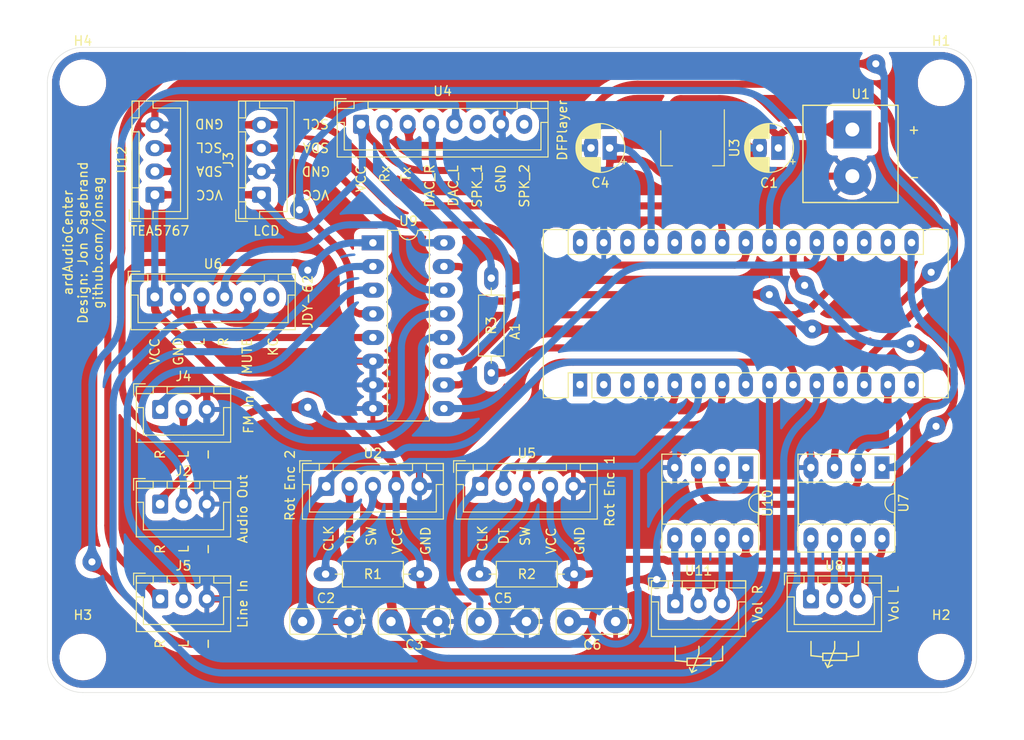
<source format=kicad_pcb>
(kicad_pcb (version 20211014) (generator pcbnew)
  (layers (0 "F.Cu" signal) (31 "B.Cu" signal) (34 "B.Paste" user) (35 "F.Paste" user) (36 "B.SilkS" user "B.Silkscreen") (37 "F.SilkS" user "F.Silkscreen") (38 "B.Mask" user) (39 "F.Mask" user) (44 "Edge.Cuts" user))
  (net 0 "")
  (net 1 "/RotEnc1-CLK")
  (net 2 "/RotEnc1-DT")
  (net 3 "GND")
  (net 4 "/RotEnc1-SW")
  (net 5 "Net-(A1-Pad12)")
  (net 6 "+5V")
  (net 7 "/RotEnc2-CLK")
  (net 8 "/RotEnc2-DT")
  (net 9 "/RotEnc2-SW")
  (net 10 "/BT-Mute")
  (net 11 "/DFP-Tx")
  (net 12 "/SPI-COPI")
  (net 13 "/SPI-SCK")
  (net 14 "/MuxA")
  (net 15 "/MuxB")
  (net 16 "/CSVolL")
  (net 17 "/CSVolR")
  (net 18 "/SDA")
  (net 19 "/SCL")
  (net 20 "+12V")
  (net 21 "BTR+")
  (net 22 "BTL+")
  (net 23 "SDL+")
  (net 24 "SDR+")
  (net 25 "Net-(U7-Pad5)")
  (net 26 "Net-(U7-Pad6)")
  (net 27 "Net-(U7-Pad7)")
  (net 28 "Net-(U10-Pad5)")
  (net 29 "Net-(U10-Pad6)")
  (net 30 "Net-(U10-Pad7)")
  (net 31 "/Rout+")
  (net 32 "/Lout+")
  (net 43 "/DFP-Rx")
  (net 47 "Net-(J4-Pad1)")
  (net 48 "Net-(J4-Pad2)")
  (net 49 "Net-(J5-Pad1)")
  (net 50 "Net-(J5-Pad2)")
  (footprint "My_Parts:2-pole_power_in_screw_terminal" (layer "F.Cu") (at 200.66 85.016)
    (fp_text reference "U1")
    (fp_text value "Power In" hide)
  )
  (footprint "MountingHole:MountingHole_3.5mm" (layer "F.Cu") (at 210.185 80.01)
    (fp_text reference "H1")
    (fp_text value "MountingHole")
  )
  (footprint "My_Headers:6-pin JST JDY-62 Bluetooth" (layer "F.Cu") (at 125.83 102.98)
    (fp_text reference "U6")
    (fp_text value "JDY-62_Bluetooth_Module" hide)
  )
  (footprint "My_Misc:DIP-16_W7.62mm_LongPads w socket" (layer "F.Cu") (at 149.225 97.17)
    (fp_text reference "U9")
    (fp_text value "CD4052B")
  )
  (footprint "My_Misc:CP_Radial_D5.0mm_P2.00mm_larger" (layer "F.Cu") (at 174.625 86.995 180)
    (fp_text reference "C4")
    (fp_text value "22u")
  )
  (footprint "My_Headers:3-pin JST Potentiometer" (layer "F.Cu") (at 196.225 135.365)
    (fp_text reference "U8")
    (fp_text value "VolL" hide)
  )
  (footprint "My_Misc:C_Disc_D7.5mm_W2.5mm_P5.00mm_larger" (layer "F.Cu") (at 175.26 137.795 180)
    (fp_text reference "C6")
    (fp_text value "0.47u")
  )
  (footprint "My_Misc:R_Axial_DIN0207_L6.3mm_D2.5mm_P10.16mm_Horizontal_larger_pads" (layer "F.Cu") (at 161.925 100.965 -90)
    (fp_text reference "R3")
    (fp_text value "330R" hide)
  )
  (footprint "My_Headers:4-pin JST TEA5767 FM Radio" (layer "F.Cu") (at 125.84 92.015 90)
    (fp_text reference "U12")
    (fp_text value "FM Radio TEA5767" hide)
  )
  (footprint "My_Headers:3-pin JST Audio" (layer "F.Cu") (at 126.405 125.205)
    (fp_text reference "J2")
    (fp_text value "Audio out" hide)
  )
  (footprint "My_Misc:CP_Radial_D5.0mm_P2.00mm_larger" (layer "F.Cu") (at 192.7251 86.995 180)
    (fp_text reference "C1")
    (fp_text value "10u")
  )
  (footprint "MountingHole:MountingHole_3.5mm" (layer "F.Cu") (at 210.185 141.605)
    (fp_text reference "H2")
    (fp_text value "MountingHole")
  )
  (footprint "MountingHole:MountingHole_3.5mm" (layer "F.Cu") (at 118.11 141.605)
    (fp_text reference "H3")
    (fp_text value "MountingHole")
  )
  (footprint "My_Headers:4-pin JST LCD" (layer "F.Cu") (at 137.27 92.015 90)
    (fp_text reference "J3")
    (fp_text value "LCD" hide)
  )
  (footprint "My_Headers:3-pin JST Audio" (layer "F.Cu") (at 126.405 135.365)
    (fp_text reference "J5")
    (fp_text value "Line In" hide)
  )
  (footprint "MountingHole:MountingHole_3.5mm" (layer "F.Cu") (at 118.11 80.01)
    (fp_text reference "H4")
    (fp_text value "MountingHole")
  )
  (footprint "My_Misc:C_Disc_D7.5mm_W2.5mm_P5.00mm_larger" (layer "F.Cu") (at 160.695 137.795)
    (fp_text reference "C5")
    (fp_text value "0.47u")
  )
  (footprint "My_Misc:C_Disc_D7.5mm_W2.5mm_P5.00mm_larger" (layer "F.Cu") (at 141.685 137.795)
    (fp_text reference "C2")
    (fp_text value "0.47u")
  )
  (footprint "My_Headers:3-pin JST Audio" (layer "F.Cu") (at 126.405 115.045)
    (fp_text reference "J4")
    (fp_text value "FM In" hide)
  )
  (footprint "My_Headers:3-pin JST Potentiometer" (layer "F.Cu") (at 181.66 135.89)
    (fp_text reference "U11")
    (fp_text value "VolR" hide)
  )
  (footprint "My_Headers:5-pin JST Rotary Encoder" (layer "F.Cu") (at 144.225 123.3)
    (fp_text reference "U2")
    (fp_text value "Rotary encoder 2" hide)
  )
  (footprint "My_Misc:C_Disc_D7.5mm_W2.5mm_P5.00mm_larger" (layer "F.Cu") (at 156.17 137.795 180)
    (fp_text reference "C3")
    (fp_text value "0.47u")
  )
  (footprint "Package_TO_SOT_SMD:SOT-223-3_TabPin2" (layer "F.Cu") (at 183.515 86.995 -90)
    (fp_text reference "U3")
    (fp_text value "AMS1117-5.0")
  )
  (footprint "My_Arduino:Arduino_Nano_WithMountingHoles_larger" (layer "F.Cu") (at 171.45 112.385 90)
    (fp_text reference "A1")
    (fp_text value "Arduino_Nano_v3.x")
  )
  (footprint "My_Headers:5-pin JST Rotary Encoder" (layer "F.Cu") (at 160.735 123.3)
    (fp_text reference "U5")
    (fp_text value "Rotary encoder 1" hide)
  )
  (footprint "My_Misc:DIP-8_W7.62mm_Socket_w_dip_packet_LongPads" (layer "F.Cu") (at 203.835 121.285 -90)
    (fp_text reference "U7")
    (fp_text value "MCP41010" hide)
  )
  (footprint "My_Headers:8-pin JST DFPlayer Mini" (layer "F.Cu") (at 147.955 84.455)
    (fp_text reference "U4")
    (fp_text value "DFPlayer_Mini" hide)
  )
  (footprint "My_Misc:R_Axial_DIN0207_L6.3mm_D2.5mm_P10.16mm_Horizontal_larger_pads" (layer "F.Cu") (at 144.145 132.715)
    (fp_text reference "R1")
    (fp_text value "10k" hide)
  )
  (footprint "My_Misc:DIP-8_W7.62mm_Socket_w_dip_packet_LongPads" (layer "F.Cu") (at 189.23 121.285 -90)
    (fp_text reference "U10")
    (fp_text value "MCP41010" hide)
  )
  (footprint "My_Misc:R_Axial_DIN0207_L6.3mm_D2.5mm_P10.16mm_Horizontal_larger_pads" (layer "F.Cu") (at 160.655 132.715)
    (fp_text reference "R2")
    (fp_text value "10k" hide)
  )
  (gr_arc (start 118.11 145.415) (mid 115.415923 144.299077) (end 114.3 141.605) (layer "Edge.Cuts") (width 0.05))
  (gr_arc (start 210.185 76.2) (mid 212.879077 77.315923) (end 213.995 80.01) (layer "Edge.Cuts") (width 0.05))
  (gr_arc (start 213.995 141.605) (mid 212.879077 144.299077) (end 210.185 145.415) (layer "Edge.Cuts") (width 0.05))
  (gr_line (start 114.3 141.605) (end 114.3 80.01) (layer "Edge.Cuts") (width 0.05))
  (gr_line (start 213.995 141.605) (end 213.995 80.01) (layer "Edge.Cuts") (width 0.05))
  (gr_arc (start 114.3 80.01) (mid 115.415923 77.315923) (end 118.11 76.2) (layer "Edge.Cuts") (width 0.05))
  (gr_line (start 118.11 145.415) (end 210.185 145.415) (layer "Edge.Cuts") (width 0.05))
  (gr_line (start 210.185 76.2) (end 118.11 76.2) (layer "Edge.Cuts") (width 0.05))
  (gr_text "JDY-62" (at 142.24 103.505 90) (layer "F.SilkS") (effects (font (size 1 1))))
  (gr_text "Vol L" (at 205.105 135.89 90) (layer "F.SilkS") (effects (font (size 1 1))))
  (gr_text "DFPlayer" (at 169.545 85.09 90) (layer "F.SilkS") (effects (font (size 1 1))))
  (gr_text "LCD" (at 137.795 95.885) (layer "F.SilkS") (effects (font (size 1 1))))
  (gr_text "TEA5767" (at 126.365 95.885) (layer "F.SilkS") (effects (font (size 1 1))))
  (gr_text "FM In" (at 135.89 115.57 90) (layer "F.SilkS") (effects (font (size 1 1))))
  (gr_text "Audio Out" (at 135.255 125.73 90) (layer "F.SilkS") (effects (font (size 1 1))))
  (gr_text "ardAudioCenter\nDesign: Jon Sagebrand\ngithub.com/jonsag" (at 118.11 97.155 90) (layer "F.SilkS") (effects (font (size 1 1))))
  (gr_text "Rot Enc 2" (at 140.335 123.19 90) (layer "F.SilkS") (effects (font (size 1 1))))
  (gr_text "Line In" (at 135.255 135.89 90) (layer "F.SilkS") (effects (font (size 1 1))))
  (gr_text "Rot Enc 1" (at 174.625 123.825 90) (layer "F.SilkS") (effects (font (size 1 1))))
  (gr_text "Vol R" (at 190.5 135.89 90) (layer "F.SilkS") (effects (font (size 1 1))))
  (segment (start 160.735 123.04195) (end 160.735 123.3) (width 0.762) (layer "F.Cu") (net 1))
  (segment (start 181.61 113.59165) (end 181.61 112.385) (width 0.762) (layer "F.Cu") (net 1))
  (segment (start 160.917468 122.601431) (end 167.126807 116.392092) (width 0.762) (layer "F.Cu") (net 1))
  (segment (start 170.974563 114.7983) (end 180.40335 114.7983) (width 0.762) (layer "F.Cu") (net 1))
  (arc (start 170.974563 114.7983) (mid 168.892172 115.212513) (end 167.126807 116.392092) (width 0.762) (layer "F.Cu") (net 1))
  (arc (start 160.917468 122.601431) (mid 160.782421 122.803542) (end 160.735 123.04195) (width 0.762) (layer "F.Cu") (net 1))
  (arc (start 181.61 113.59165) (mid 181.25658 114.44488) (end 180.40335 114.7983) (width 0.762) (layer "F.Cu") (net 1))
  (segment (start 159.1519 134.4635) (end 159.849164 135.160764) (width 0.762) (layer "B.Cu") (net 1))
  (segment (start 159.48435 124.55065) (end 160.735 123.3) (width 0.762) (layer "B.Cu") (net 1))
  (segment (start 158.2337 132.246769) (end 158.2337 127.569986) (width 0.762) (layer "B.Cu") (net 1))
  (segment (start 160.695 135.69415) (end 160.695 137.795) (width 0.762) (layer "B.Cu") (net 1))
  (arc (start 159.48435 124.55065) (mid 158.558733 125.935933) (end 158.2337 127.569986) (width 0.762) (layer "B.Cu") (net 1))
  (arc (start 160.695 135.69415) (mid 160.603485 135.473214) (end 160.38255 135.3817) (width 0.762) (layer "B.Cu") (net 1))
  (arc (start 159.849164 135.160764) (mid 160.093883 135.32428) (end 160.38255 135.3817) (width 0.762) (layer "B.Cu") (net 1))
  (arc (start 158.2337 132.246769) (mid 158.472332 133.446455) (end 159.1519 134.4635) (width 0.762) (layer "B.Cu") (net 1))
  (segment (start 172.982623 138.979223) (end 173.471965 139.468565) (width 0.762) (layer "B.Cu") (net 2))
  (segment (start 184.15 113.59165) (end 184.15 112.385) (width 0.762) (layer "B.Cu") (net 2))
  (segment (start 177.508 134.062696) (end 177.508 121.2905) (width 0.762) (layer "B.Cu") (net 2))
  (segment (start 172.23585 137.795) (end 170.26 137.795) (width 0.762) (layer "B.Cu") (net 2))
  (segment (start 164.31465 121.1407) (end 177.3582 121.1407) (width 0.762) (layer "B.Cu") (net 2))
  (segment (start 177.3582 121.1407) (end 177.6578 121.1407) (width 0.762) (layer "B.Cu") (net 2))
  (segment (start 177.913524 121.034775) (end 183.296769 115.65153) (width 0.762) (layer "B.Cu") (net 2))
  (segment (start 163.235 122.22035) (end 163.235 123.3) (width 0.762) (layer "B.Cu") (net 2))
  (segment (start 175.2745 140.2152) (end 175.379907 140.2152) (width 0.762) (layer "B.Cu") (net 2))
  (segment (start 177.6746 134.464903) (end 177.6746 137.920507) (width 0.762) (layer "B.Cu") (net 2))
  (arc (start 173.471965 139.468565) (mid 174.298975 140.021155) (end 175.2745 140.2152) (width 0.762) (layer "B.Cu") (net 2))
  (arc (start 164.31465 121.1407) (mid 163.551222 121.456922) (end 163.235 122.22035) (width 0.762) (layer "B.Cu") (net 2))
  (arc (start 177.6578 121.1407) (mid 177.551875 121.184575) (end 177.508 121.2905) (width 0.762) (layer "B.Cu") (net 2))
  (arc (start 177.508 134.062696) (mid 177.529648 134.171532) (end 177.5913 134.2638) (width 0.762) (layer "B.Cu") (net 2))
  (arc (start 184.15 113.59165) (mid 183.928252 114.706449) (end 183.296769 115.65153) (width 0.762) (layer "B.Cu") (net 2))
  (arc (start 177.5913 134.2638) (mid 177.652951 134.356067) (end 177.6746 134.464903) (width 0.762) (layer "B.Cu") (net 2))
  (arc (start 172.6733 138.23245) (mid 172.545173 137.923126) (end 172.23585 137.795) (width 0.762) (layer "B.Cu") (net 2))
  (arc (start 172.6733 138.23245) (mid 172.75369 138.6366) (end 172.982623 138.979223) (width 0.762) (layer "B.Cu") (net 2))
  (arc (start 177.508 121.2905) (mid 177.464124 121.184575) (end 177.3582 121.1407) (width 0.762) (layer "B.Cu") (net 2))
  (arc (start 177.0025 139.5431) (mid 176.258048 140.040526) (end 175.379907 140.2152) (width 0.762) (layer "B.Cu") (net 2))
  (arc (start 177.6746 137.920507) (mid 177.499926 138.798648) (end 177.0025 139.5431) (width 0.762) (layer "B.Cu") (net 2))
  (arc (start 177.913524 121.034775) (mid 177.796196 121.11317) (end 177.6578 121.1407) (width 0.762) (layer "B.Cu") (net 2))
  (segment (start 178.203963 120.0783) (end 181.00665 120.0783) (width 0.762) (layer "F.Cu") (net 3))
  (segment (start 171.73165 123.3) (end 170.735 123.3) (width 0.762) (layer "F.Cu") (net 3))
  (segment (start 163.095 82.439711) (end 163.095 84.565) (width 0.762) (layer "F.Cu") (net 3))
  (segment (start 131.405 113.96535) (end 131.405 115.045) (width 0.762) (layer "F.Cu") (net 3))
  (segment (start 187.1654 83.845) (end 185.815 83.845) (width 0.762) (layer "F.Cu") (net 3))
  (segment (start 174.356206 121.672092) (end 173.433037 122.595262) (width 0.762) (layer "F.Cu") (net 3))
  (segment (start 128.33 100.833003) (end 128.33 102.05775) (width 0.762) (layer "F.Cu") (net 3))
  (segment (start 123.8356 103.44055) (end 123.8356 102.103261) (width 0.762) (layer "F.Cu") (net 3))
  (segment (start 181.61 120.68165) (end 181.61 121.285) (width 0.762) (layer "F.Cu") (net 3))
  (segment (start 189.505814 86.728314) (end 188.092188 85.314688) (width 0.762) (layer "F.Cu") (net 3))
  (segment (start 141.539646 135.365) (end 131.405 135.365) (width 0.762) (layer "F.Cu") (net 3))
  (segment (start 128.982129 105.476629) (end 131.781707 108.276207) (width 0.762) (layer "F.Cu") (net 3))
  (segment (start 135.629463 109.87) (end 149.225 109.87) (width 0.762) (layer "F.Cu") (net 3))
  (segment (start 125.84 82.637736) (end 125.84 84.515) (width 0.762) (layer "F.Cu") (net 3))
  (segment (start 150.43165 114.95) (end 149.225 114.95) (width 0.762) (layer "F.Cu") (net 3))
  (segment (start 152.93165 116.24335) (end 152.49153 115.80323) (width 0.762) (layer "F.Cu") (net 3))
  (segment (start 154.225 119.365773) (end 154.225 123.3) (width 0.762) (layer "F.Cu") (net 3))
  (segment (start 144.6865 137.795) (end 146.685 137.795) (width 0.762) (layer "F.Cu") (net 3))
  (segment (start 128.300296 100.8033) (end 125.135561 100.8033) (width 0.762) (layer "F.Cu") (net 3))
  (segment (start 196.215 120.07835) (end 196.215 121.285) (width 0.762) (layer "F.Cu") (net 3))
  (segment (start 128.33 102.05775) (end 128.33 103.90225) (width 0.762) (layer "F.Cu") (net 3))
  (segment (start 163.012888 82.3576) (end 126.120136 82.3576) (width 0.762) (layer "F.Cu") (net 3))
  (segment (start 183.669795 118.8717) (end 195.00835 118.8717) (width 0.762) (layer "F.Cu") (net 3))
  (segment (start 190.14965 86.995) (end 190.7251 86.995) (width 0.762) (layer "F.Cu") (net 3))
  (segment (start 193.641998 90.016) (end 200.66 90.016) (width 0.762) (layer "F.Cu") (net 3))
  (segment (start 190.039185 88.015985) (end 190.90585 88.88265) (width 0.762) (layer "F.Cu") (net 3))
  (segment (start 143.978392 136.672092) (end 143.4715 136.1652) (width 0.762) (layer "F.Cu") (net 3))
  (segment (start 125.161955 106.642655) (end 130.641572 112.122272) (width 0.762) (layer "F.Cu") (net 3))
  (segment (start 182.213299 119.474999) (end 182.036632 119.651667) (width 0.762) (layer "F.Cu") (net 3))
  (arc (start 152.49153 115.80323) (mid 151.546449 115.171747) (end 150.43165 114.95) (width 0.762) (layer "F.Cu") (net 3))
  (arc (start 187.7083 84.3879) (mid 187.808069 84.889474) (end 188.092188 85.314688) (width 0.762) (layer "F.Cu") (net 3))
  (arc (start 125.135561 100.8033) (mid 124.638087 100.902253) (end 124.21635 101.18405) (width 0.762) (layer "F.Cu") (net 3))
  (arc (start 183.669795 118.8717) (mid 182.881545 119.028492) (end 182.213299 119.474999) (width 0.762) (layer "F.Cu") (net 3))
  (arc (start 131.781707 108.276207) (mid 133.547072 109.455786) (end 135.629463 109.87) (width 0.762) (layer "F.Cu") (net 3))
  (arc (start 143.978392 136.672092) (mid 144.195471 136.996974) (end 144.2717 137.3802) (width 0.762) (layer "F.Cu") (net 3))
  (arc (start 144.2717 137.3802) (mid 144.393192 137.673507) (end 144.6865 137.795) (width 0.762) (layer "F.Cu") (net 3))
  (arc (start 181.61 120.68165) (mid 181.433282 120.255017) (end 181.00665 120.0783) (width 0.762) (layer "F.Cu") (net 3))
  (arc (start 128.33 103.90225) (mid 128.499482 104.754297) (end 128.982129 105.476629) (width 0.762) (layer "F.Cu") (net 3))
  (arc (start 187.7083 84.3879) (mid 187.549288 84.004011) (end 187.1654 83.845) (width 0.762) (layer "F.Cu") (net 3))
  (arc (start 178.203963 120.0783) (mid 176.121572 120.492513) (end 174.356206 121.672092) (width 0.762) (layer "F.Cu") (net 3))
  (arc (start 196.215 120.07835) (mid 195.86158 119.225119) (end 195.00835 118.8717) (width 0.762) (layer "F.Cu") (net 3))
  (arc (start 181.00665 120.0783) (mid 181.564072 119.967421) (end 182.036632 119.651667) (width 0.762) (layer "F.Cu") (net 3))
  (arc (start 130.641572 112.122272) (mid 131.206591 112.967883) (end 131.405 113.96535) (width 0.762) (layer "F.Cu") (net 3))
  (arc (start 173.433037 122.595262) (mid 172.652434 123.116844) (end 171.73165 123.3) (width 0.762) (layer "F.Cu") (net 3))
  (arc (start 182.036632 119.651667) (mid 181.720878 120.124227) (end 181.61 120.68165) (width 0.762) (layer "F.Cu") (net 3))
  (arc (start 163.07095 82.38165) (mid 163.088749 82.408288) (end 163.095 82.439711) (width 0.762) (layer "F.Cu") (net 3))
  (arc (start 189.505814 86.728314) (mid 189.801208 86.92569) (end 190.14965 86.995) (width 0.762) (layer "F.Cu") (net 3))
  (arc (start 190.14965 86.995) (mid 189.882964 87.105464) (end 189.7725 87.37215) (width 0.762) (layer "F.Cu") (net 3))
  (arc (start 190.90585 88.88265) (mid 192.161205 89.721451) (end 193.641998 90.016) (width 0.762) (layer "F.Cu") (net 3))
  (arc (start 152.93165 116.24335) (mid 153.888869 117.675929) (end 154.225 119.365773) (width 0.762) (layer "F.Cu") (net 3))
  (arc (start 128.3213 100.812) (mid 128.327738 100.821636) (end 128.33 100.833003) (width 0.762) (layer "F.Cu") (net 3))
  (arc (start 189.7725 87.37215) (mid 189.841809 87.720591) (end 190.039185 88.015985) (width 0.762) (layer "F.Cu") (net 3))
  (arc (start 123.8356 103.44055) (mid 124.180308 105.173516) (end 125.161955 106.642655) (width 0.762) (layer "F.Cu") (net 3))
  (arc (start 128.3213 100.812) (mid 128.311663 100.805561) (end 128.300296 100.8033) (width 0.762) (layer "F.Cu") (net 3))
  (arc (start 124.21635 101.18405) (mid 123.934553 101.605787) (end 123.8356 102.103261) (width 0.762) (layer "F.Cu") (net 3))
  (arc (start 143.4715 136.1652) (mid 142.585157 135.572965) (end 141.539646 135.365) (width 0.762) (layer "F.Cu") (net 3))
  (arc (start 163.07095 82.38165) (mid 163.04431 82.36385) (end 163.012888 82.3576) (width 0.762) (layer "F.Cu") (net 3))
  (arc (start 126.120136 82.3576) (mid 126.012932 82.378924) (end 125.92205 82.43965) (width 0.762) (layer "F.Cu") (net 3))
  (arc (start 189.7725 87.37215) (mid 189.70319 87.023708) (end 189.505814 86.728314) (width 0.762) (layer "F.Cu") (net 3))
  (arc (start 125.92205 82.43965) (mid 125.861324 82.530532) (end 125.84 82.637736) (width 0.762) (layer "F.Cu") (net 3))
  (segment (start 172.336704 123.3) (end 170.735 123.3) (width 0.762) (layer "B.Cu") (net 3))
  (segment (start 154.1715 137.795) (end 156.00965 137.795) (width 0.762) (layer "B.Cu") (net 3))
  (segment (start 173.99 92.2562) (end 173.99 97.145) (width 0.762) (layer "B.Cu") (net 3))
  (segment (start 131.405 127.548144) (end 131.405 135.365) (width 0.762) (layer "B.Cu") (net 3))
  (segment (start 187.60335 85.77855) (end 188.146174 86.321374) (width 0.762) (layer "B.Cu") (net 3))
  (segment (start 170.911113 86.995) (end 171.67235 86.995) (width 0.762) (layer "B.Cu") (net 3))
  (segment (start 164.914997 137.368402) (end 165.8854 136.398) (width 0.762) (layer "B.Cu") (net 3))
  (segment (start 165.0917 137.795) (end 163.8851 137.795) (width 0.762) (layer "B.Cu") (net 3))
  (segment (start 179.07 113.59165) (end 179.07 112.385) (width 0.762) (layer "B.Cu") (net 3))
  (segment (start 163.095 85.64465) (end 163.095 84.565) (width 0.762) (layer "B.Cu") (net 3))
  (segment (start 162.95643 139.040269) (end 162.5281 139.4686) (width 0.762) (layer "B.Cu") (net 3))
  (segment (start 173.012904 135.001) (end 169.258056 135.001) (width 0.762) (layer "B.Cu") (net 3))
  (segment (start 174.4614 135.3817) (end 173.931995 135.3817) (width 0.762) (layer "B.Cu") (net 3))
  (segment (start 177.86335 114.7983) (end 168.884763 114.7983) (width 0.762) (layer "B.Cu") (net 3))
  (segment (start 184.666579 84.5621) (end 172.787224 84.5621) (width 0.762) (layer "B.Cu") (net 3))
  (segment (start 128.6744 100.232772) (end 128.6744 89.992367) (width 0.762) (layer "B.Cu") (net 3))
  (segment (start 172.625 88.960799) (end 172.625 87.94765) (width 0.762) (layer "B.Cu") (net 3))
  (segment (start 170.449 86.32805) (end 170.449 86.532886) (width 0.762) (layer "B.Cu") (net 3))
  (segment (start 127.9993 88.362532) (end 127.9993 85.59465) (width 0.762) (layer "B.Cu") (net 3))
  (segment (start 136.19035 89.515) (end 137.27 89.515) (width 0.762) (layer "B.Cu") (net 3))
  (segment (start 156.11655 137.795) (end 156.00965 137.795) (width 0.762) (layer "B.Cu") (net 3))
  (segment (start 173.2821 124.245395) (end 173.2821 134.731804) (width 0.762) (layer "B.Cu") (net 3))
  (segment (start 126.91965 84.515) (end 125.84 84.515) (width 0.762) (layer "B.Cu") (net 3))
  (segment (start 165.0917 137.795) (end 165.695 137.795) (width 0.762) (layer "B.Cu") (net 3))
  (segment (start 128.33 101.064227) (end 128.33 102.98) (width 0.762) (layer "B.Cu") (net 3))
  (segment (start 155.22165 123.3) (end 154.225 123.3) (width 0.762) (layer "B.Cu") (net 3))
  (segment (start 149.225 113.68) (end 149.225 114.95) (width 0.762) (layer "B.Cu") (net 3))
  (segment (start 134.03105 89.515) (end 129.151767 89.515) (width 0.762) (layer "B.Cu") (net 3))
  (segment (start 152.94025 136.14895) (end 153.463392 136.672092) (width 0.762) (layer "B.Cu") (net 3))
  (segment (start 163.7417 137.795) (end 163.8851 137.795) (width 0.762) (layer "B.Cu") (net 3))
  (segment (start 150.63565 135.3325) (end 150.969165 135.3325) (width 0.762) (layer "B.Cu") (net 3))
  (segment (start 157.473854 139.098854) (end 156.207794 137.832794) (width 0.762) (layer "B.Cu") (net 3))
  (segment (start 131.405 122.861856) (end 131.405 115.045) (width 0.762) (layer "B.Cu") (net 3))
  (segment (start 136.19035 89.515) (end 134.03105 89.515) (width 0.762) (layer "B.Cu") (net 3))
  (segment (start 175.26 136.1803) (end 175.26 137.795) (width 0.762) (layer "B.Cu") (net 3))
  (segment (start 189.77245 86.995) (end 190.7251 86.995) (width 0.762) (layer "B.Cu") (net 3))
  (segment (start 161.474069 119.95503) (end 165.037007 116.392092) (width 0.762) (layer "B.Cu") (net 3))
  (segment (start 149.225 111.14) (end 149.225 113.68) (width 0.762) (layer "B.Cu") (net 3))
  (segment (start 160.18585 140.2222) (end 160.708748 140.2222) (width 0.762) (layer "B.Cu") (net 3))
  (segment (start 156.923037 122.595261) (end 158.21213 121.306169) (width 0.762) (layer "B.Cu") (net 3))
  (segment (start 148.095219 136.38478) (end 146.685 137.795) (width 0.762) (layer "B.Cu") (net 3))
  (segment (start 170.257586 86.7243) (end 164.17465 86.7243) (width 0.762) (layer "B.Cu") (net 3))
  (segment (start 149.225 111.14) (end 149.225 109.87) (width 0.762) (layer "B.Cu") (net 3))
  (segment (start 170.729191 85.651608) (end 171.13385 85.24695) (width 0.762) (layer "B.Cu") (net 3))
  (segment (start 131.405 122.861856) (end 131.405 127.548144) (width 0.762) (layer "B.Cu") (net 3))
  (arc (start 172.625 87.94765) (mid 172.345975 87.274024) (end 171.67235 86.995) (width 0.762) (layer "B.Cu") (net 3))
  (arc (start 169.258056 135.001) (mid 167.432787 135.364068) (end 165.8854 136.398) (width 0.762) (layer "B.Cu") (net 3))
  (arc (start 127.9993 88.362532) (mid 128.087026 88.803562) (end 128.33685 89.17745) (width 0.762) (layer "B.Cu") (net 3))
  (arc (start 153.463392 136.672092) (mid 153.680471 136.996974) (end 153.7567 137.3802) (width 0.762) (layer "B.Cu") (net 3))
  (arc (start 173.0052 123.5769) (mid 173.210136 123.883608) (end 173.2821 124.245395) (width 0.762) (layer "B.Cu") (net 3))
  (arc (start 161.474069 119.95503) (mid 160.725774 120.455025) (end 159.8431 120.6306) (width 0.762) (layer "B.Cu") (net 3))
  (arc (start 170.257586 86.7243) (mid 170.392936 86.668236) (end 170.449 86.532886) (width 0.762) (layer "B.Cu") (net 3))
  (arc (start 128.33685 89.17745) (mid 128.710737 89.427273) (end 129.151767 89.515) (width 0.762) (layer "B.Cu") (net 3))
  (arc (start 159.8431 120.6306) (mid 158.960425 120.806174) (end 158.21213 121.306169) (width 0.762) (layer "B.Cu") (net 3))
  (arc (start 162.5281 139.4686) (mid 161.693374 140.026345) (end 160.708748 140.2222) (width 0.762) (layer "B.Cu") (net 3))
  (arc (start 164.914997 137.368402) (mid 164.860826 137.640735) (end 165.0917 137.795) (width 0.762) (layer "B.Cu") (net 3))
  (arc (start 172.787224 84.5621) (mid 171.892424 84.740086) (end 171.13385 85.24695) (width 0.762) (layer "B.Cu") (net 3))
  (arc (start 128.6744 89.992367) (mid 128.586673 89.551337) (end 128.33685 89.17745) (width 0.762) (layer "B.Cu") (net 3))
  (arc (start 172.625 88.960799) (mid 172.802375 89.852528) (end 173.3075 90.6085) (width 0.762) (layer "B.Cu") (net 3))
  (arc (start 170.729191 85.651608) (mid 170.521819 85.961962) (end 170.449 86.32805) (width 0.762) (layer "B.Cu") (net 3))
  (arc (start 127.9993 85.59465) (mid 127.683077 84.831222) (end 126.91965 84.515) (width 0.762) (layer "B.Cu") (net 3))
  (arc (start 173.47245 135.19135) (mid 173.261608 135.05047) (end 173.012904 135.001) (width 0.762) (layer "B.Cu") (net 3))
  (arc (start 128.6744 100.232772) (mid 128.629646 100.457762) (end 128.5022 100.6485) (width 0.762) (layer "B.Cu") (net 3))
  (arc (start 188.146174 86.321374) (mid 188.892315 86.81993) (end 189.77245 86.995) (width 0.762) (layer "B.Cu") (net 3))
  (arc (start 156.923037 122.595261) (mid 156.142434 123.116844) (end 155.22165 123.3) (width 0.762) (layer "B.Cu") (net 3))
  (arc (start 163.7417 137.795) (mid 163.41643 137.92973) (end 163.2817 138.255) (width 0.762) (layer "B.Cu") (net 3))
  (arc (start 170.58435 86.85965) (mid 170.434429 86.759476) (end 170.257586 86.7243) (width 0.762) (layer "B.Cu") (net 3))
  (arc (start 170.58435 86.85965) (mid 170.73427 86.959823) (end 170.911113 86.995) (width 0.762) (layer "B.Cu") (net 3))
  (arc (start 156.207794 137.832794) (mid 156.165931 137.804822) (end 156.11655 137.795) (width 0.762) (layer "B.Cu") (net 3))
  (arc (start 163.8851 137.795) (mid 164.442476 137.68413) (end 164.914997 137.368402) (width 0.762) (layer "B.Cu") (net 3))
  (arc (start 170.449 86.532886) (mid 170.484176 86.709729) (end 170.58435 86.85965) (width 0.762) (layer "B.Cu") (net 3))
  (arc (start 173.012904 135.001) (mid 173.203254 134.922154) (end 173.2821 134.731804) (width 0.762) (layer "B.Cu") (net 3))
  (arc (start 173.3075 90.6085) (mid 173.812624 91.364471) (end 173.99 92.2562) (width 0.762) (layer "B.Cu") (net 3))
  (arc (start 163.095 85.64465) (mid 163.411222 86.408077) (end 164.17465 86.7243) (width 0.762) (layer "B.Cu") (net 3))
  (arc (start 157.473854 139.098854) (mid 158.718128 139.930251) (end 160.18585 140.2222) (width 0.762) (layer "B.Cu") (net 3))
  (arc (start 175.26 136.1803) (mid 175.026095 135.615604) (end 174.4614 135.3817) (width 0.762) (layer "B.Cu") (net 3))
  (arc (start 173.2821 134.731804) (mid 173.33157 134.980508) (end 173.47245 135.19135) (width 0.762) (layer "B.Cu") (net 3))
  (arc (start 152.94025 136.14895) (mid 152.035908 135.544688) (end 150.969165 135.3325) (width 0.762) (layer "B.Cu") (net 3))
  (arc (start 173.47245 135.19135) (mid 173.683291 135.332229) (end 173.931995 135.3817) (width 0.762) (layer "B.Cu") (net 3))
  (arc (start 129.151767 89.515) (mid 128.814217 89.654817) (end 128.6744 89.992367) (width 0.762) (layer "B.Cu") (net 3))
  (arc (start 128.5022 100.6485) (mid 128.374753 100.839237) (end 128.33 101.064227) (width 0.762) (layer "B.Cu") (net 3))
  (arc (start 163.2817 138.255) (mid 163.197165 138.679984) (end 162.95643 139.040269) (width 0.762) (layer "B.Cu") (net 3))
  (arc (start 150.63565 135.3325) (mid 149.260778 135.605978) (end 148.095219 136.38478) (width 0.762) (layer "B.Cu") (net 3))
  (arc (start 168.884763 114.7983) (mid 166.802372 115.212513) (end 165.037007 116.392092) (width 0.762) (layer "B.Cu") (net 3))
  (arc (start 179.07 113.59165) (mid 178.71658 114.44488) (end 177.86335 114.7983) (width 0.762) (layer "B.Cu") (net 3))
  (arc (start 173.0052 123.5769) (mid 172.698491 123.371963) (end 172.336704 123.3) (width 0.762) (layer "B.Cu") (net 3))
  (arc (start 153.7567 137.3802) (mid 153.878192 137.673507) (end 154.1715 137.795) (width 0.762) (layer "B.Cu") (net 3))
  (arc (start 187.60335 85.77855) (mid 186.255948 84.878245) (end 184.666579 84.5621) (width 0.762) (layer "B.Cu") (net 3))
  (segment (start 185.732799 115.755499) (end 185.836769 115.65153) (width 0.762) (layer "F.Cu") (net 4))
  (segment (start 165.735 122.22035) (end 165.735 123.3) (width 0.762) (layer "F.Cu") (net 4))
  (segment (start 183.421914 116.7127) (end 172.416963 116.7127) (width 0.762) (layer "F.Cu") (net 4))
  (segment (start 168.569206 118.306492) (end 166.498427 120.377272) (width 0.762) (layer "F.Cu") (net 4))
  (segment (start 186.69 113.59165) (end 186.69 112.385) (width 0.762) (layer "F.Cu") (net 4))
  (arc (start 172.416963 116.7127) (mid 170.334572 117.126913) (end 168.569206 118.306492) (width 0.762) (layer "F.Cu") (net 4))
  (arc (start 185.732799 115.755499) (mid 184.672556 116.463931) (end 183.421914 116.7127) (width 0.762) (layer "F.Cu") (net 4))
  (arc (start 166.498427 120.377272) (mid 165.933408 121.222883) (end 165.735 122.22035) (width 0.762) (layer "F.Cu") (net 4))
  (arc (start 186.69 113.59165) (mid 186.468252 114.706449) (end 185.836769 115.65153) (width 0.762) (layer "F.Cu") (net 4))
  (segment (start 165.735 124.51485) (end 165.735 123.3) (width 0.762) (layer "B.Cu") (net 4))
  (segment (start 164.875971 126.588728) (end 161.328625 130.136074) (width 0.762) (layer "B.Cu") (net 4))
  (segment (start 160.655 131.76235) (end 160.655 132.715) (width 0.762) (layer "B.Cu") (net 4))
  (arc (start 161.328625 130.136074) (mid 160.830069 130.882215) (end 160.655 131.76235) (width 0.762) (layer "B.Cu") (net 4))
  (arc (start 165.735 124.51485) (mid 165.511745 125.637224) (end 164.875971 126.588728) (width 0.762) (layer "B.Cu") (net 4))
  (segment (start 168.405346 108.445) (end 194.04656 108.445) (width 0.762) (layer "F.Cu") (net 5))
  (segment (start 165.170299 109.784999) (end 164.503925 110.451374) (width 0.762) (layer "F.Cu") (net 5))
  (segment (start 198.18335 109.9717) (end 197.732339 109.9717) (width 0.762) (layer "F.Cu") (net 5))
  (segment (start 199.39 111.17835) (end 199.39 112.385) (width 0.762) (layer "F.Cu") (net 5))
  (segment (start 162.87765 111.125) (end 161.925 111.125) (width 0.762) (layer "F.Cu") (net 5))
  (arc (start 195.88945 109.20835) (mid 196.734974 109.773311) (end 197.732339 109.9717) (width 0.762) (layer "F.Cu") (net 5))
  (arc (start 195.88945 109.20835) (mid 195.043924 108.643388) (end 194.04656 108.445) (width 0.762) (layer "F.Cu") (net 5))
  (arc (start 164.503925 110.451374) (mid 163.757783 110.94993) (end 162.87765 111.125) (width 0.762) (layer "F.Cu") (net 5))
  (arc (start 168.405346 108.445) (mid 166.654551 108.793254) (end 165.170299 109.784999) (width 0.762) (layer "F.Cu") (net 5))
  (arc (start 199.39 111.17835) (mid 199.03658 110.325119) (end 198.18335 109.9717) (width 0.762) (layer "F.Cu") (net 5))
  (segment (start 148.27517 85.25477) (end 150.834907 87.814507) (width 0.762) (layer "F.Cu") (net 6))
  (segment (start 174.625 88.8049) (end 174.625 87.5983) (width 0.762) (layer "F.Cu") (net 6))
  (segment (start 174.02165 89.4083) (end 154.682663 89.4083) (width 0.762) (layer "F.Cu") (net 6))
  (segment (start 125.83 103.7375) (end 125.83 102.98) (width 0.762) (layer "F.Cu") (net 6))
  (segment (start 150.961572 120.377272) (end 144.834392 114.250092) (width 0.762) (layer "F.Cu") (net 6))
  (segment (start 190.43665 131.3183) (end 188.02335 131.3183) (width 0.762) (layer "F.Cu") (net 6))
  (segment (start 203.835 130.11165) (end 203.835 128.905) (width 0.762) (layer "F.Cu") (net 6))
  (segment (start 175.939526 131.1268) (end 180.426389 131.1268) (width 0.762) (layer "F.Cu") (net 6))
  (segment (start 182.8417 90.145) (end 181.70115 90.145) (width 0.762) (layer "F.Cu") (net 6))
  (segment (start 190.43665 131.3183) (end 202.62835 131.3183) (width 0.762) (layer "F.Cu") (net 6))
  (segment (start 183.515 89.45089) (end 183.515 83.845) (width 0.762) (layer "F.Cu") (net 6))
  (segment (start 180.88871 131.3183) (end 188.02335 131.3183) (width 0.762) (layer "F.Cu") (net 6))
  (segment (start 154.305 133.66765) (end 154.305 132.715) (width 0.762) (layer "F.Cu") (net 6))
  (segment (start 183.0195 90.145) (end 182.8417 90.145) (width 0.762) (layer "F.Cu") (net 6))
  (segment (start 132.397507 111.062507) (end 126.365633 105.030633) (width 0.762) (layer "F.Cu") (net 6))
  (segment (start 183.171261 90.082138) (end 183.3117 89.9417) (width 0.762) (layer "F.Cu") (net 6))
  (segment (start 183.1973 90.145) (end 183.515 90.145) (width 0.762) (layer "F.Cu") (net 6))
  (segment (start 174.625 87.5983) (end 174.625 86.995) (width 0.762) (layer "F.Cu") (net 6))
  (segment (start 136.245263 112.6563) (end 140.986636 112.6563) (width 0.762) (layer "F.Cu") (net 6))
  (segment (start 189.23 130.11165) (end 189.23 128.905) (width 0.762) (layer "F.Cu") (net 6))
  (segment (start 177.154108 88.2016) (end 175.2283 88.2016) (width 0.762) (layer "F.Cu") (net 6))
  (segment (start 172.105273 132.715) (end 171.76765 132.715) (width 0.762) (layer "F.Cu") (net 6))
  (segment (start 148.095 84.8198) (end 148.095 84.565) (width 0.762) (layer "F.Cu") (net 6))
  (segment (start 183.1973 90.145) (end 183.0195 90.145) (width 0.762) (layer "F.Cu") (net 6))
  (segment (start 179.5 89.1733) (end 179.602347 89.275647) (width 0.762) (layer "F.Cu") (net 6))
  (segment (start 155.25765 134.6203) (end 169.86235 134.6203) (width 0.762) (layer "F.Cu") (net 6))
  (segment (start 151.725 122.22035) (end 151.725 123.3) (width 0.762) (layer "F.Cu") (net 6))
  (segment (start 174.625 88.8049) (end 174.625 88.80495) (width 0.762) (layer "F.Cu") (net 6))
  (segment (start 137.27 92.015) (end 125.84 92.015) (width 0.762) (layer "F.Cu") (net 6))
  (arc (start 174.0224 131.9209) (mid 173.142814 132.50862) (end 172.105273 132.715) (width 0.762) (layer "F.Cu") (net 6))
  (arc (start 132.397507 111.062507) (mid 134.162872 112.242086) (end 136.245263 112.6563) (width 0.762) (layer "F.Cu") (net 6))
  (arc (start 125.83 103.7375) (mid 125.969206 104.437338) (end 126.365633 105.030633) (width 0.762) (layer "F.Cu") (net 6))
  (arc (start 148.095 84.8198) (mid 148.141824 85.055204) (end 148.27517 85.25477) (width 0.762) (layer "F.Cu") (net 6))
  (arc (start 174.625 87.5983) (mid 174.801702 88.024897) (end 175.2283 88.2016) (width 0.762) (layer "F.Cu") (net 6))
  (arc (start 203.835 130.11165) (mid 203.48158 130.96488) (end 202.62835 131.3183) (width 0.762) (layer "F.Cu") (net 6))
  (arc (start 154.305 133.66765) (mid 154.584024 134.341275) (end 155.25765 134.6203) (width 0.762) (layer "F.Cu") (net 6))
  (arc (start 189.23 130.11165) (mid 189.583419 130.96488) (end 190.43665 131.3183) (width 0.762) (layer "F.Cu") (net 6))
  (arc (start 174.625 88.80495) (mid 174.448282 89.231582) (end 174.02165 89.4083) (width 0.762) (layer "F.Cu") (net 6))
  (arc (start 188.02335 131.3183) (mid 188.87658 130.96488) (end 189.23 130.11165) (width 0.762) (layer "F.Cu") (net 6))
  (arc (start 175.2283 88.2016) (mid 174.801702 88.378302) (end 174.625 88.8049) (width 0.762) (layer "F.Cu") (net 6))
  (arc (start 179.5 89.1733) (mid 178.423695 88.454136) (end 177.154108 88.2016) (width 0.762) (layer "F.Cu") (net 6))
  (arc (start 180.65755 131.22255) (mid 180.763607 131.293415) (end 180.88871 131.3183) (width 0.762) (layer "F.Cu") (net 6))
  (arc (start 183.171261 90.082138) (mid 183.163279 90.122268) (end 183.1973 90.145) (width 0.762) (layer "F.Cu") (net 6))
  (arc (start 144.834392 114.250092) (mid 143.069026 113.070513) (end 140.986636 112.6563) (width 0.762) (layer "F.Cu") (net 6))
  (arc (start 150.961572 120.377272) (mid 151.526591 121.222883) (end 151.725 122.22035) (width 0.762) (layer "F.Cu") (net 6))
  (arc (start 150.834907 87.814507) (mid 152.600272 88.994086) (end 154.682663 89.4083) (width 0.762) (layer "F.Cu") (net 6))
  (arc (start 175.939526 131.1268) (mid 174.901985 131.333179) (end 174.0224 131.9209) (width 0.762) (layer "F.Cu") (net 6))
  (arc (start 171.76765 132.715) (mid 171.094024 132.994024) (end 170.815 133.66765) (width 0.762) (layer "F.Cu") (net 6))
  (arc (start 170.815 133.66765) (mid 170.535975 134.341275) (end 169.86235 134.6203) (width 0.762) (layer "F.Cu") (net 6))
  (arc (start 183.515 89.45089) (mid 183.462164 89.716514) (end 183.3117 89.9417) (width 0.762) (layer "F.Cu") (net 6))
  (arc (start 180.65755 131.22255) (mid 180.551492 131.151684) (end 180.426389 131.1268) (width 0.762) (layer "F.Cu") (net 6))
  (arc (start 179.602347 89.275647) (mid 180.565286 89.919062) (end 181.70115 90.145) (width 0.762) (layer "F.Cu") (net 6))
  (arc (start 183.0195 90.145) (mid 183.101632 90.128662) (end 183.171261 90.082138) (width 0.762) (layer "F.Cu") (net 6))
  (segment (start 177.203925 87.668625) (end 177.80015 88.26485) (width 0.762) (layer "B.Cu") (net 6))
  (segment (start 148.095 89.866174) (end 148.095 84.565) (width 0.762) (layer "B.Cu") (net 6))
  (segment (start 153.015 129.5197) (end 153.631374 130.136074) (width 0.762) (layer "B.Cu") (net 6))
  (segment (start 151.725 126.405364) (end 151.725 123.3) (width 0.762) (layer "B.Cu") (net 6))
  (segment (start 142.878661 95.151738) (end 147.94815 90.08225) (width 0.762) (layer "B.Cu") (net 6))
  (segment (start 148.04605 90.08225) (end 154.18347 96.21967) (width 0.762) (layer "B.Cu") (net 6))
  (segment (start 168.235 126.405364) (end 168.235 123.3) (width 0.762) (layer "B.Cu") (net 6))
  (segment (start 169.525 129.5197) (end 170.141374 130.136074) (width 0.762) (layer "B.Cu") (net 6))
  (segment (start 154.305 131.76235) (end 154.305 132.715) (width 0.762) (layer "B.Cu") (net 6))
  (segment (start 125.835 92.02) (end 125.84 92.015) (width 0.762) (layer "B.Cu") (net 6))
  (segment (start 154.78275 97.17) (end 156.845 97.17) (width 0.762) (layer "B.Cu") (net 6))
  (segment (start 179.07 91.330539) (end 179.07 97.145) (width 0.762) (layer "B.Cu") (net 6))
  (segment (start 170.815 131.76235) (end 170.815 132.715) (width 0.762) (layer "B.Cu") (net 6))
  (segment (start 137.27 92.32525) (end 137.27 92.015) (width 0.762) (layer "B.Cu") (net 6))
  (segment (start 139.786238 95.151738) (end 137.489379 92.854879) (width 0.762) (layer "B.Cu") (net 6))
  (segment (start 175.57765 86.995) (end 174.625 86.995) (width 0.762) (layer "B.Cu") (net 6))
  (segment (start 125.83 92.032071) (end 125.83 102.98) (width 0.762) (layer "B.Cu") (net 6))
  (arc (start 151.725 126.405364) (mid 152.06026 128.09083) (end 153.015 129.5197) (width 0.762) (layer "B.Cu") (net 6))
  (arc (start 170.141374 130.136074) (mid 170.63993 130.882215) (end 170.815 131.76235) (width 0.762) (layer "B.Cu") (net 6))
  (arc (start 177.203925 87.668625) (mid 176.457783 87.170069) (end 175.57765 86.995) (width 0.762) (layer "B.Cu") (net 6))
  (arc (start 125.835 92.02) (mid 125.831299 92.025538) (end 125.83 92.032071) (width 0.762) (layer "B.Cu") (net 6))
  (arc (start 154.4317 96.81895) (mid 154.53452 97.067179) (end 154.78275 97.17) (width 0.762) (layer "B.Cu") (net 6))
  (arc (start 142.878661 95.151738) (mid 142.169253 95.625749) (end 141.33245 95.7922) (width 0.762) (layer "B.Cu") (net 6))
  (arc (start 148.04605 89.98435) (mid 148.025774 90.0333) (end 148.04605 90.08225) (width 0.762) (layer "B.Cu") (net 6))
  (arc (start 148.04605 90.08225) (mid 147.9971 90.061974) (end 147.94815 90.08225) (width 0.762) (layer "B.Cu") (net 6))
  (arc (start 153.631374 130.136074) (mid 154.12993 130.882215) (end 154.305 131.76235) (width 0.762) (layer "B.Cu") (net 6))
  (arc (start 148.095 89.866174) (mid 148.082278 89.93013) (end 148.04605 89.98435) (width 0.762) (layer "B.Cu") (net 6))
  (arc (start 168.235 126.405364) (mid 168.57026 128.09083) (end 169.525 129.5197) (width 0.762) (layer "B.Cu") (net 6))
  (arc (start 139.786238 95.151738) (mid 140.495646 95.625749) (end 141.33245 95.7922) (width 0.762) (layer "B.Cu") (net 6))
  (arc (start 147.94815 90.08225) (mid 147.9971 90.0333) (end 148.04605 89.98435) (width 0.762) (layer "B.Cu") (net 6))
  (arc (start 177.80015 88.26485) (mid 178.739976 89.6714) (end 179.07 91.330539) (width 0.762) (layer "B.Cu") (net 6))
  (arc (start 154.18347 96.21967) (mid 154.367187 96.494622) (end 154.4317 96.81895) (width 0.762) (layer "B.Cu") (net 6))
  (arc (start 137.27 92.32525) (mid 137.327014 92.611883) (end 137.489379 92.854879) (width 0.762) (layer "B.Cu") (net 6))
  (segment (start 142.954999 124.569999) (end 144.034717 123.490282) (width 0.762) (layer "B.Cu") (net 7))
  (segment (start 189.23 111.17835) (end 189.23 112.385) (width 0.762) (layer "B.Cu") (net 7))
  (segment (start 157.058836 119.1063) (end 153.177514 119.1063) (width 0.762) (layer "B.Cu") (net 7))
  (segment (start 149.099814 119.9062) (end 151.246385 119.9062) (width 0.762) (layer "B.Cu") (net 7))
  (segment (start 141.685 127.636051) (end 141.685 137.795) (width 0.762) (layer "B.Cu") (net 7))
  (segment (start 160.906592 117.512507) (end 166.853607 111.565492) (width 0.762) (layer "B.Cu") (net 7))
  (segment (start 145.652799 121.333999) (end 144.415282 122.571517) (width 0.762) (layer "B.Cu") (net 7))
  (segment (start 170.701363 109.9717) (end 188.02335 109.9717) (width 0.762) (layer "B.Cu") (net 7))
  (arc (start 160.906592 117.512507) (mid 159.141226 118.692086) (end 157.058836 119.1063) (width 0.762) (layer "B.Cu") (net 7))
  (arc (start 170.701363 109.9717) (mid 168.618972 110.385913) (end 166.853607 111.565492) (width 0.762) (layer "B.Cu") (net 7))
  (arc (start 144.225 123.0309) (mid 144.175547 123.279515) (end 144.034717 123.490282) (width 0.762) (layer "B.Cu") (net 7))
  (arc (start 142.954999 124.569999) (mid 142.015061 125.976715) (end 141.685 127.636051) (width 0.762) (layer "B.Cu") (net 7))
  (arc (start 189.23 111.17835) (mid 188.87658 110.325119) (end 188.02335 109.9717) (width 0.762) (layer "B.Cu") (net 7))
  (arc (start 153.177514 119.1063) (mid 152.654954 119.210243) (end 152.21195 119.50625) (width 0.762) (layer "B.Cu") (net 7))
  (arc (start 149.099814 119.9062) (mid 147.234303 120.277272) (end 145.652799 121.333999) (width 0.762) (layer "B.Cu") (net 7))
  (arc (start 144.415282 122.571517) (mid 144.274452 122.782283) (end 144.225 123.0309) (width 0.762) (layer "B.Cu") (net 7))
  (arc (start 152.21195 119.50625) (mid 151.768945 119.802256) (end 151.246385 119.9062) (width 0.762) (layer "B.Cu") (net 7))
  (segment (start 146.725 128.682736) (end 146.725 123.3) (width 0.762) (layer "F.Cu") (net 8))
  (segment (start 151.17 136.58835) (end 151.17 137.795) (width 0.762) (layer "F.Cu") (net 8))
  (segment (start 148.318792 132.530492) (end 150.316769 134.528469) (width 0.762) (layer "F.Cu") (net 8))
  (arc (start 150.316769 134.528469) (mid 150.948252 135.47355) (end 151.17 136.58835) (width 0.762) (layer "F.Cu") (net 8))
  (arc (start 146.725 128.682736) (mid 147.139213 130.765126) (end 148.318792 132.530492) (width 0.762) (layer "F.Cu") (net 8))
  (segment (start 191.77 131.573936) (end 191.77 112.385) (width 0.762) (layer "B.Cu") (net 8))
  (segment (start 153.527707 140.152707) (end 151.17 137.795) (width 0.762) (layer "B.Cu") (net 8))
  (segment (start 190.176207 135.421692) (end 185.445192 140.152707) (width 0.762) (layer "B.Cu") (net 8))
  (segment (start 157.375463 141.7465) (end 181.597436 141.7465) (width 0.762) (layer "B.Cu") (net 8))
  (arc (start 191.77 131.573936) (mid 191.355786 133.656326) (end 190.176207 135.421692) (width 0.762) (layer "B.Cu") (net 8))
  (arc (start 185.445192 140.152707) (mid 183.679826 141.332286) (end 181.597436 141.7465) (width 0.762) (layer "B.Cu") (net 8))
  (arc (start 153.527707 140.152707) (mid 155.293072 141.332286) (end 157.375463 141.7465) (width 0.762) (layer "B.Cu") (net 8))
  (segment (start 194.31 111.17835) (end 194.31 112.385) (width 0.762) (layer "F.Cu") (net 9))
  (segment (start 152.833836 125.4593) (end 150.30465 125.4593) (width 0.762) (layer "F.Cu") (net 9))
  (segment (start 149.225 124.37965) (end 149.225 123.3) (width 0.762) (layer "F.Cu") (net 9))
  (segment (start 169.684245 109.9717) (end 193.10335 109.9717) (width 0.762) (layer "F.Cu") (net 9))
  (segment (start 156.681592 123.865507) (end 165.892179 114.65492) (width 0.762) (layer "F.Cu") (net 9))
  (segment (start 167.41062 110.989079) (end 167.5397 110.86) (width 0.762) (layer "F.Cu") (net 9))
  (arc (start 169.684245 109.9717) (mid 168.523625 110.202561) (end 167.5397 110.86) (width 0.762) (layer "F.Cu") (net 9))
  (arc (start 166.6514 112.822) (mid 166.454084 113.813969) (end 165.892179 114.65492) (width 0.762) (layer "F.Cu") (net 9))
  (arc (start 194.31 111.17835) (mid 193.95658 110.325119) (end 193.10335 109.9717) (width 0.762) (layer "F.Cu") (net 9))
  (arc (start 156.681592 123.865507) (mid 154.916226 125.045086) (end 152.833836 125.4593) (width 0.762) (layer "F.Cu") (net 9))
  (arc (start 149.225 124.37965) (mid 149.541222 125.143077) (end 150.30465 125.4593) (width 0.762) (layer "F.Cu") (net 9))
  (arc (start 167.41062 110.989079) (mid 166.848714 111.83003) (end 166.6514 112.822) (width 0.762) (layer "F.Cu") (net 9))
  (segment (start 149.225 124.51485) (end 149.225 123.3) (width 0.762) (layer "B.Cu") (net 9))
  (segment (start 144.145 131.76235) (end 144.145 132.715) (width 0.762) (layer "B.Cu") (net 9))
  (segment (start 148.365971 126.588728) (end 144.818625 130.136074) (width 0.762) (layer "B.Cu") (net 9))
  (arc (start 149.225 124.51485) (mid 149.001745 125.637224) (end 148.365971 126.588728) (width 0.762) (layer "B.Cu") (net 9))
  (arc (start 144.818625 130.136074) (mid 144.320069 130.882215) (end 144.145 131.76235) (width 0.762) (layer "B.Cu") (net 9))
  (segment (start 135.83 104.05965) (end 135.83 102.98) (width 0.762) (layer "B.Cu") (net 10))
  (segment (start 196.85 113.59165) (end 196.85 112.385) (width 0.762) (layer "B.Cu") (net 10))
  (segment (start 186.027592 141.726207) (end 191.700607 136.053192) (width 0.762) (layer "B.Cu") (net 10))
  (segment (start 134.75035 105.1393) (end 130.760663 105.1393) (width 0.762) (layer "B.Cu") (net 10))
  (segment (start 122.942692 110.703307) (end 126.912907 106.733092) (width 0.762) (layer "B.Cu") (net 10))
  (segment (start 194.888192 116.760106) (end 195.996769 115.65153) (width 0.762) (layer "B.Cu") (net 10))
  (segment (start 122.942692 135.260892) (end 129.408007 141.726207) (width 0.762) (layer "B.Cu") (net 10))
  (segment (start 121.3489 131.413136) (end 121.3489 114.551063) (width 0.762) (layer "B.Cu") (net 10))
  (segment (start 182.179836 143.32) (end 133.255763 143.32) (width 0.762) (layer "B.Cu") (net 10))
  (segment (start 193.2944 120.607863) (end 193.2944 132.205436) (width 0.762) (layer "B.Cu") (net 10))
  (arc (start 193.2944 132.205436) (mid 192.880186 134.287826) (end 191.700607 136.053192) (width 0.762) (layer "B.Cu") (net 10))
  (arc (start 121.3489 131.413136) (mid 121.763113 133.495526) (end 122.942692 135.260892) (width 0.762) (layer "B.Cu") (net 10))
  (arc (start 194.888192 116.760106) (mid 193.708613 118.525472) (end 193.2944 120.607863) (width 0.762) (layer "B.Cu") (net 10))
  (arc (start 135.83 104.05965) (mid 135.513777 104.823077) (end 134.75035 105.1393) (width 0.762) (layer "B.Cu") (net 10))
  (arc (start 122.942692 110.703307) (mid 121.763113 112.468672) (end 121.3489 114.551063) (width 0.762) (layer "B.Cu") (net 10))
  (arc (start 130.760663 105.1393) (mid 128.678272 105.553513) (end 126.912907 106.733092) (width 0.762) (layer "B.Cu") (net 10))
  (arc (start 186.027592 141.726207) (mid 184.262226 142.905786) (end 182.179836 143.32) (width 0.762) (layer "B.Cu") (net 10))
  (arc (start 129.408007 141.726207) (mid 131.173372 142.905786) (end 133.255763 143.32) (width 0.762) (layer "B.Cu") (net 10))
  (arc (start 196.85 113.59165) (mid 196.628252 114.706449) (end 195.996769 115.65153) (width 0.762) (layer "B.Cu") (net 10))
  (segment (start 199.232136 80.1595) (end 177.618763 80.1595) (width 0.762) (layer "F.Cu") (net 11))
  (segment (start 209.107432 102.727767) (end 202.806741 109.028458) (width 0.762) (layer "F.Cu") (net 11))
  (segment (start 154.17465 86.7243) (end 166.546036 86.7243) (width 0.762) (layer "F.Cu") (net 11))
  (segment (start 203.079892 81.753292) (end 203.930004 82.603404) (width 0.762) (layer "F.Cu") (net 11))
  (segment (start 211.6121 95.635163) (end 211.6121 99.758792) (width 0.762) (layer "F.Cu") (net 11))
  (segment (start 210.247267 102.255632) (end 210.81165 101.69125) (width 0.762) (layer "F.Cu") (net 11))
  (segment (start 153.095 85.64465) (end 153.095 84.565) (width 0.762) (layer "F.Cu") (net 11))
  (segment (start 210.018307 91.787407) (end 206.118995 87.888095) (width 0.762) (layer "F.Cu") (net 11))
  (segment (start 173.771007 81.753292) (end 170.393792 85.130507) (width 0.762) (layer "F.Cu") (net 11))
  (segment (start 201.93 111.1451) (end 201.93 112.385) (width 0.762) (layer "F.Cu") (net 11))
  (arc (start 211.6121 99.758792) (mid 211.404069 100.80463) (end 210.81165 101.69125) (width 0.762) (layer "F.Cu") (net 11))
  (arc (start 209.67735 102.4917) (mid 209.368912 102.553051) (end 209.107432 102.727767) (width 0.762) (layer "F.Cu") (net 11))
  (arc (start 210.247267 102.255632) (mid 209.985787 102.430347) (end 209.67735 102.4917) (width 0.762) (layer "F.Cu") (net 11))
  (arc (start 177.618763 80.1595) (mid 175.536372 80.573713) (end 173.771007 81.753292) (width 0.762) (layer "F.Cu") (net 11))
  (arc (start 203.079892 81.753292) (mid 201.314526 80.573713) (end 199.232136 80.1595) (width 0.762) (layer "F.Cu") (net 11))
  (arc (start 202.806741 109.028458) (mid 202.157857 109.999581) (end 201.93 111.1451) (width 0.762) (layer "F.Cu") (net 11))
  (arc (start 170.393792 85.130507) (mid 168.628426 86.310086) (end 166.546036 86.7243) (width 0.762) (layer "F.Cu") (net 11))
  (arc (start 203.930004 82.603404) (mid 204.740049 83.815722) (end 205.0245 85.24575) (width 0.762) (layer "F.Cu") (net 11))
  (arc (start 210.018307 91.787407) (mid 211.197886 93.552772) (end 211.6121 95.635163) (width 0.762) (layer "F.Cu") (net 11))
  (arc (start 205.0245 85.24575) (mid 205.308949 86.675776) (end 206.118995 87.888095) (width 0.762) (layer "F.Cu") (net 11))
  (arc (start 153.095 85.64465) (mid 153.411222 86.408077) (end 154.17465 86.7243) (width 0.762) (layer "F.Cu") (net 11))
  (segment (start 198.755 120.07835) (end 198.755 121.285) (width 0.762) (layer "F.Cu") (net 12))
  (segment (start 186.752313 125.2227) (end 202.002177 125.2227) (width 0.762) (layer "F.Cu") (net 12))
  (segment (start 205.7404 121.484477) (end 205.7404 116.967008) (width 0.762) (layer "F.Cu") (net 12))
  (segment (start 184.15 122.620386) (end 184.15 121.285) (width 0.762) (layer "F.Cu") (net 12))
  (segment (start 199.60823 118.018469) (end 202.248006 115.378693) (width 0.762) (layer "F.Cu") (net 12))
  (segment (start 205.050393 115.378693) (end 205.1052 115.4335) (width 0.762) (layer "F.Cu") (net 12))
  (segment (start 204.47 113.9775) (end 204.47 112.385) (width 0.762) (layer "F.Cu") (net 12))
  (arc (start 205.1052 115.4335) (mid 205.575316 116.137079) (end 205.7404 116.967008) (width 0.762) (layer "F.Cu") (net 12))
  (arc (start 199.60823 118.018469) (mid 198.976747 118.96355) (end 198.755 120.07835) (width 0.762) (layer "F.Cu") (net 12))
  (arc (start 205.050393 115.378693) (mid 204.40752 114.949139) (end 203.6492 114.7983) (width 0.762) (layer "F.Cu") (net 12))
  (arc (start 184.9122 124.4605) (mid 185.756451 125.02461) (end 186.752313 125.2227) (width 0.762) (layer "F.Cu") (net 12))
  (arc (start 205.7404 121.484477) (mid 205.455844 122.915033) (end 204.6455 124.1278) (width 0.762) (layer "F.Cu") (net 12))
  (arc (start 204.6455 124.1278) (mid 203.432733 124.938144) (end 202.002177 125.2227) (width 0.762) (layer "F.Cu") (net 12))
  (arc (start 184.15 122.620386) (mid 184.348089 123.616248) (end 184.9122 124.4605) (width 0.762) (layer "F.Cu") (net 12))
  (arc (start 204.47 113.9775) (mid 204.620839 114.73582) (end 205.050393 115.378693) (width 0.762) (layer "F.Cu") (net 12))
  (arc (start 203.6492 114.7983) (mid 202.890879 114.949139) (end 202.248006 115.378693) (width 0.762) (layer "F.Cu") (net 12))
  (arc (start 203.6492 114.7983) (mid 204.229593 114.557893) (end 204.47 113.9775) (width 0.762) (layer "F.Cu") (net 12))
  (segment (start 201.295 122.49165) (end 201.295 121.285) (width 0.762) (layer "F.Cu") (net 13))
  (segment (start 200.08835 123.6983) (end 187.89665 123.6983) (width 0.762) (layer "F.Cu") (net 13))
  (segment (start 186.69 122.49165) (end 186.69 121.285) (width 0.762) (layer "F.Cu") (net 13))
  (arc (start 201.295 122.49165) (mid 200.94158 123.34488) (end 200.08835 123.6983) (width 0.762) (layer "F.Cu") (net 13))
  (arc (start 186.69 122.49165) (mid 187.043419 123.34488) (end 187.89665 123.6983) (width 0.762) (layer "F.Cu") (net 13))
  (segment (start 208.241174 115.201525) (end 205.72924 117.713459) (width 0.762) (layer "B.Cu") (net 13))
  (segment (start 208.551192 106.157192) (end 210.152151 107.758151) (width 0.762) (layer "B.Cu") (net 13))
  (segment (start 206.9574 102.309436) (end 206.9574 97.234793) (width 0.762) (layer "B.Cu") (net 13))
  (segment (start 210.674825 114.193474) (end 210.882 113.9863) (width 0.762) (layer "B.Cu") (net 13))
  (segment (start 201.295 120.07835) (end 201.295 121.285) (width 0.762) (layer "B.Cu") (net 13))
  (segment (start 211.5932 111.23715) (end 211.5932 112.269311) (width 0.762) (layer "B.Cu") (net 13))
  (segment (start 202.50165 118.8717) (end 202.933 118.8717) (width 0.762) (layer "B.Cu") (net 13))
  (segment (start 206.9837 97.1713) (end 207.01 97.145) (width 0.762) (layer "B.Cu") (net 13))
  (arc (start 202.50165 118.8717) (mid 201.648419 119.225119) (end 201.295 120.07835) (width 0.762) (layer "B.Cu") (net 13))
  (arc (start 209.458 114.6975) (mid 208.799458 114.828491) (end 208.241174 115.201525) (width 0.762) (layer "B.Cu") (net 13))
  (arc (start 206.9574 102.309436) (mid 207.371613 104.391826) (end 208.551192 106.157192) (width 0.762) (layer "B.Cu") (net 13))
  (arc (start 206.9837 97.1713) (mid 206.964235 97.20043) (end 206.9574 97.234793) (width 0.762) (layer "B.Cu") (net 13))
  (arc (start 205.72924 117.713459) (mid 204.446314 118.570682) (end 202.933 118.8717) (width 0.762) (layer "B.Cu") (net 13))
  (arc (start 210.674825 114.193474) (mid 210.116541 114.566507) (end 209.458 114.6975) (width 0.762) (layer "B.Cu") (net 13))
  (arc (start 211.5932 112.269311) (mid 211.408365 113.198538) (end 210.882 113.9863) (width 0.762) (layer "B.Cu") (net 13))
  (arc (start 210.152151 107.758151) (mid 211.218683 109.354329) (end 211.5932 111.23715) (width 0.762) (layer "B.Cu") (net 13))
  (segment (start 199.39 98.86905) (end 199.39 97.145) (width 0.762) (layer "F.Cu") (net 14))
  (segment (start 199.39 98.86905) (end 199.39 100.24755) (width 0.762) (layer "F.Cu") (net 14))
  (segment (start 159.925525 109.855573) (end 163.298707 106.482392) (width 0.762) (layer "F.Cu") (net 14))
  (segment (start 195.137949 104.576149) (end 195.233777 104.480322) (width 0.762) (layer "F.Cu") (net 14))
  (segment (start 198.902626 101.424173) (end 196.279722 104.047077) (width 0.762) (layer "F.Cu") (net 14))
  (segment (start 194.383628 104.8886) (end 167.146463 104.8886) (width 0.762) (layer "F.Cu") (net 14))
  (segment (start 158.3147 112.41) (end 156.845 112.41) (width 0.762) (layer "F.Cu") (net 14))
  (arc (start 195.75675 104.2637) (mid 195.473719 104.319998) (end 195.233777 104.480322) (width 0.762) (layer "F.Cu") (net 14))
  (arc (start 199.39 100.24755) (mid 199.263335 100.884333) (end 198.902626 101.424173) (width 0.762) (layer "F.Cu") (net 14))
  (arc (start 196.279722 104.047077) (mid 196.03978 104.207401) (end 195.75675 104.2637) (width 0.762) (layer "F.Cu") (net 14))
  (arc (start 195.137949 104.576149) (mid 194.791864 104.807396) (end 194.383628 104.8886) (width 0.762) (layer "F.Cu") (net 14))
  (arc (start 159.925525 109.855573) (mid 159.431706 110.594627) (end 159.2583 111.4664) (width 0.762) (layer "F.Cu") (net 14))
  (arc (start 167.146463 104.8886) (mid 165.064072 105.302813) (end 163.298707 106.482392) (width 0.762) (layer "F.Cu") (net 14))
  (arc (start 159.2583 111.4664) (mid 158.981925 112.133625) (end 158.3147 112.41) (width 0.762) (layer "F.Cu") (net 14))
  (segment (start 178.953563 99.5583) (end 195.64335 99.5583) (width 0.762) (layer "B.Cu") (net 15))
  (segment (start 196.85 98.35165) (end 196.85 97.145) (width 0.762) (layer "B.Cu") (net 15))
  (segment (start 175.105807 101.152092) (end 162.885773 113.372126) (width 0.762) (layer "B.Cu") (net 15))
  (segment (start 159.07645 114.95) (end 156.845 114.95) (width 0.762) (layer "B.Cu") (net 15))
  (arc (start 196.85 98.35165) (mid 196.49658 99.20488) (end 195.64335 99.5583) (width 0.762) (layer "B.Cu") (net 15))
  (arc (start 162.885773 113.372126) (mid 161.13804 114.539923) (end 159.07645 114.95) (width 0.762) (layer "B.Cu") (net 15))
  (arc (start 178.953563 99.5583) (mid 176.871172 99.972513) (end 175.105807 101.152092) (width 0.762) (layer "B.Cu") (net 15))
  (segment (start 206.8982 108.0005) (end 207.48065 108.0005) (width 0.762) (layer "F.Cu") (net 16))
  (segment (start 209.6396 116.8568) (end 210.621 115.8754) (width 0.762) (layer "F.Cu") (net 16))
  (segment (start 210.416511 110.353911) (end 208.474954 108.412354) (width 0.762) (layer "F.Cu") (net 16))
  (segment (start 211.6024 113.2169) (end 211.6024 113.50609) (width 0.762) (layer "F.Cu") (net 16))
  (segment (start 195.5396 101.7332) (end 194.9248 101.1184) (width 0.762) (layer "F.Cu") (net 16))
  (segment (start 194.31 99.634141) (end 194.31 97.145) (width 0.762) (layer "F.Cu") (net 16))
  (via (at 209.6396 116.8568) (size 2.032) (drill 0.762) (layers "F.Cu" "B.Cu") (net 16))
  (via (at 206.8982 108.0005) (size 2.032) (drill 0.762) (layers "F.Cu" "B.Cu") (net 16))
  (via (at 195.5396 101.7332) (size 2.032) (drill 0.762) (layers "F.Cu" "B.Cu") (net 16))
  (arc (start 211.6024 113.50609) (mid 211.347342 114.788351) (end 210.621 115.8754) (width 0.762) (layer "F.Cu") (net 16))
  (arc (start 194.31 99.634141) (mid 194.469781 100.437416) (end 194.9248 101.1184) (width 0.762) (layer "F.Cu") (net 16))
  (arc (start 210.416511 110.353911) (mid 211.294197 111.667461) (end 211.6024 113.2169) (width 0.762) (layer "F.Cu") (net 16))
  (arc (start 208.474954 108.412354) (mid 208.018763 108.107537) (end 207.48065 108.0005) (width 0.762) (layer "F.Cu") (net 16))
  (segment (start 195.5396 101.7332) (end 200.213107 106.406707) (width 0.762) (layer "B.Cu") (net 16))
  (segment (start 205.69803 120.798369) (end 209.6396 116.8568) (width 0.762) (layer "B.Cu") (net 16))
  (segment (start 206.8982 108.0005) (end 204.060863 108.0005) (width 0.762) (layer "B.Cu") (net 16))
  (segment (start 204.5232 121.285) (end 203.835 121.285) (width 0.762) (layer "B.Cu") (net 16))
  (arc (start 205.69803 120.798369) (mid 205.159013 121.158528) (end 204.5232 121.285) (width 0.762) (layer "B.Cu") (net 16))
  (arc (start 200.213107 106.406707) (mid 201.978472 107.586286) (end 204.060863 108.0005) (width 0.762) (layer "B.Cu") (net 16))
  (segment (start 171.991049 139.487149) (end 172.082591 139.395608) (width 0.762) (layer "F.Cu") (net 17))
  (segment (start 177.9717 133.2861) (end 179.6673 133.2861) (width 0.762) (layer "F.Cu") (net 17))
  (segment (start 170.13464 140.2561) (end 130.198363 140.2561) (width 0.762) (layer "F.Cu") (net 17))
  (segment (start 119.0843 131.396) (end 126.350607 138.662307) (width 0.762) (layer "F.Cu") (net 17))
  (segment (start 175.077129 134.48507) (end 173.437408 136.124791) (width 0.762) (layer "F.Cu") (net 17))
  (via (at 119.0843 131.396) (size 2.032) (drill 0.762) (layers "F.Cu" "B.Cu") (net 17))
  (via (at 179.6673 133.2861) (size 2.032) (drill 0.762) (layers "F.Cu" "B.Cu") (net 17))
  (arc (start 172.76 137.7602) (mid 172.583947 138.645276) (end 172.082591 139.395608) (width 0.762) (layer "F.Cu") (net 17))
  (arc (start 126.350607 138.662307) (mid 128.115972 139.841886) (end 130.198363 140.2561) (width 0.762) (layer "F.Cu") (net 17))
  (arc (start 171.991049 139.487149) (mid 171.139321 140.056256) (end 170.13464 140.2561) (width 0.762) (layer "F.Cu") (net 17))
  (arc (start 173.437408 136.124791) (mid 172.936052 136.875123) (end 172.76 137.7602) (width 0.762) (layer "F.Cu") (net 17))
  (arc (start 177.9717 133.2861) (mid 176.405169 133.597702) (end 175.077129 134.48507) (width 0.762) (layer "F.Cu") (net 17))
  (segment (start 179.6673 133.2861) (end 179.6673 129.840363) (width 0.762) (layer "B.Cu") (net 17))
  (segment (start 181.261092 125.992606) (end 181.961607 125.292092) (width 0.762) (layer "B.Cu") (net 17))
  (segment (start 188.02335 123.6983) (end 185.809363 123.6983) (width 0.762) (layer "B.Cu") (net 17))
  (segment (start 191.77 93.638423) (end 191.77 97.145) (width 0.762) (layer "B.Cu") (net 17))
  (segment (start 122.1646 87.456363) (end 122.1646 105.138398) (width 0.762) (layer "B.Cu") (net 17))
  (segment (start 124.946006 82.420992) (end 123.758392 83.608607) (width 0.762) (layer "B.Cu") (net 17))
  (segment (start 191.845292 82.420992) (end 193.390792 83.966492) (width 0.762) (layer "B.Cu") (net 17))
  (segment (start 119.0843 112.396798) (end 119.0843 131.396) (width 0.762) (layer "B.Cu") (net 17))
  (segment (start 128.793763 80.8272) (end 187.997536 80.8272) (width 0.762) (layer "B.Cu") (net 17))
  (segment (start 189.23 122.49165) (end 189.23 121.285) (width 0.762) (layer "B.Cu") (net 17))
  (segment (start 193.204099 90.176199) (end 193.390792 89.989507) (width 0.762) (layer "B.Cu") (net 17))
  (arc (start 122.1646 105.138398) (mid 121.764328 107.150701) (end 120.62445 108.85665) (width 0.762) (layer "B.Cu") (net 17))
  (arc (start 185.809363 123.6983) (mid 183.726972 124.112513) (end 181.961607 125.292092) (width 0.762) (layer "B.Cu") (net 17))
  (arc (start 128.793763 80.8272) (mid 126.711372 81.241413) (end 124.946006 82.420992) (width 0.762) (layer "B.Cu") (net 17))
  (arc (start 191.845292 82.420992) (mid 190.079926 81.241413) (end 187.997536 80.8272) (width 0.762) (layer "B.Cu") (net 17))
  (arc (start 123.758392 83.608607) (mid 122.578813 85.373972) (end 122.1646 87.456363) (width 0.762) (layer "B.Cu") (net 17))
  (arc (start 181.261092 125.992606) (mid 180.081513 127.757972) (end 179.6673 129.840363) (width 0.762) (layer "B.Cu") (net 17))
  (arc (start 189.23 122.49165) (mid 188.87658 123.34488) (end 188.02335 123.6983) (width 0.762) (layer "B.Cu") (net 17))
  (arc (start 193.390792 83.966492) (mid 194.314009 85.348183) (end 194.6382 86.978) (width 0.762) (layer "B.Cu") (net 17))
  (arc (start 120.62445 108.85665) (mid 119.484571 110.51631) (end 119.0843 112.396798) (width 0.762) (layer "B.Cu") (net 17))
  (arc (start 193.204099 90.176199) (mid 192.14271 91.764681) (end 191.77 93.638423) (width 0.762) (layer "B.Cu") (net 17))
  (arc (start 194.6382 86.978) (mid 194.314009 88.607815) (end 193.390792 89.989507) (width 0.762) (layer "B.Cu") (net 17))
  (segment (start 163.924792 96.858392) (end 165.030907 97.964507) (width 0.762) (layer "F.Cu") (net 18))
  (segment (start 129.015033 89.515) (end 125.84 89.515) (width 0.762) (layer "F.Cu") (net 18))
  (segment (start 135.050566 87.015) (end 135.2764 87.015) (width 0.762) (layer "F.Cu") (net 18))
  (segment (start 189.23 98.35165) (end 189.23 97.145) (width 0.762) (layer "F.Cu") (net 18))
  (segment (start 144.312692 88.608792) (end 149.374707 93.670807) (width 0.762) (layer "F.Cu") (net 18))
  (segment (start 139.2636 87.015) (end 140.464936 87.015) (width 0.762) (layer "F.Cu") (net 18))
  (segment (start 160.077036 95.2646) (end 153.222463 95.2646) (width 0.762) (layer "F.Cu") (net 18))
  (segment (start 139.2636 87.015) (end 135.2764 87.015) (width 0.762) (layer "F.Cu") (net 18))
  (segment (start 188.02335 99.5583) (end 168.878663 99.5583) (width 0.762) (layer "F.Cu") (net 18))
  (arc (start 135.050566 87.015) (mid 133.417362 87.339864) (end 132.0328 88.265) (width 0.762) (layer "F.Cu") (net 18))
  (arc (start 163.924792 96.858392) (mid 162.159426 95.678813) (end 160.077036 95.2646) (width 0.762) (layer "F.Cu") (net 18))
  (arc (start 189.23 98.35165) (mid 188.87658 99.20488) (end 188.02335 99.5583) (width 0.762) (layer "F.Cu") (net 18))
  (arc (start 132.0328 88.265) (mid 130.648236 89.190135) (end 129.015033 89.515) (width 0.762) (layer "F.Cu") (net 18))
  (arc (start 165.030907 97.964507) (mid 166.796272 99.144086) (end 168.878663 99.5583) (width 0.762) (layer "F.Cu") (net 18))
  (arc (start 144.312692 88.608792) (mid 142.547326 87.429213) (end 140.464936 87.015) (width 0.762) (layer "F.Cu") (net 18))
  (arc (start 149.374707 93.670807) (mid 151.140072 94.850386) (end 153.222463 95.2646) (width 0.762) (layer "F.Cu") (net 18))
  (segment (start 139.33035 84.515) (end 135.20965 84.515) (width 0.762) (layer "F.Cu") (net 19))
  (segment (start 151.629007 91.613707) (end 146.124092 86.108792) (width 0.762) (layer "F.Cu") (net 19))
  (segment (start 139.33035 84.515) (end 142.276336 84.515) (width 0.762) (layer "F.Cu") (net 19))
  (segment (start 186.69 95.809472) (end 186.69 97.145) (width 0.762) (layer "F.Cu") (net 19))
  (segment (start 128.881533 87.015) (end 125.84 87.015) (width 0.762) (layer "F.Cu") (net 19))
  (segment (start 155.476763 93.2075) (end 184.088027 93.2075) (width 0.762) (layer "F.Cu") (net 19))
  (segment (start 135.20965 84.515) (end 134.917066 84.515) (width 0.762) (layer "F.Cu") (net 19))
  (arc (start 146.124092 86.108792) (mid 144.358726 84.929213) (end 142.276336 84.515) (width 0.762) (layer "F.Cu") (net 19))
  (arc (start 151.629007 91.613707) (mid 153.394372 92.793286) (end 155.476763 93.2075) (width 0.762) (layer "F.Cu") (net 19))
  (arc (start 185.9279 93.9696) (mid 185.083759 93.405563) (end 184.088027 93.2075) (width 0.762) (layer "F.Cu") (net 19))
  (arc (start 185.9279 93.9696) (mid 186.491936 94.81374) (end 186.69 95.809472) (width 0.762) (layer "F.Cu") (net 19))
  (arc (start 131.8993 85.765) (mid 130.514736 86.690135) (end 128.881533 87.015) (width 0.762) (layer "F.Cu") (net 19))
  (arc (start 134.917066 84.515) (mid 133.283862 84.839864) (end 131.8993 85.765) (width 0.762) (layer "F.Cu") (net 19))
  (segment (start 199.07235 85.016) (end 195.89705 85.016) (width 0.762) (layer "F.Cu") (net 20))
  (segment (start 192.7251 86.334398) (end 192.7251 86.995) (width 0.762) (layer "F.Cu") (net 20))
  (segment (start 199.07235 85.016) (end 200.66 85.016) (width 0.762) (layer "F.Cu") (net 20))
  (segment (start 186.384536 81.7017) (end 182.28665 81.7017) (width 0.762) (layer "F.Cu") (net 20))
  (segment (start 195.89705 85.016) (end 194.043498 85.016) (width 0.762) (layer "F.Cu") (net 20))
  (segment (start 181.215 82.77335) (end 181.215 83.845) (width 0.762) (layer "F.Cu") (net 20))
  (segment (start 190.232292 83.295492) (end 192.33895 85.40215) (width 0.762) (layer "F.Cu") (net 20))
  (arc (start 182.28665 81.7017) (mid 181.528879 82.015579) (end 181.215 82.77335) (width 0.762) (layer "F.Cu") (net 20))
  (arc (start 192.7251 86.334398) (mid 192.624742 85.829869) (end 192.33895 85.40215) (width 0.762) (layer "F.Cu") (net 20))
  (arc (start 193.11125 85.40215) (mid 192.825457 85.829869) (end 192.7251 86.334398) (width 0.762) (layer "F.Cu") (net 20))
  (arc (start 190.232292 83.295492) (mid 188.466926 82.115913) (end 186.384536 81.7017) (width 0.762) (layer "F.Cu") (net 20))
  (arc (start 194.043498 85.016) (mid 193.538969 85.116357) (end 193.11125 85.40215) (width 0.762) (layer "F.Cu") (net 20))
  (arc (start 192.33895 85.40215) (mid 192.7251 85.562098) (end 193.11125 85.40215) (width 0.762) (layer "F.Cu") (net 20))
  (segment (start 150.541996 95.2353) (end 146.797197 95.2353) (width 0.762) (layer "B.Cu") (net 21))
  (segment (start 151.6383 96.331603) (end 151.6383 97.66705) (width 0.762) (layer "B.Cu") (net 21))
  (segment (start 155.63835 102.25) (end 156.845 102.25) (width 0.762) (layer "B.Cu") (net 21))
  (segment (start 133.33 101.90035) (end 133.33 102.98) (width 0.762) (layer "B.Cu") (net 21))
  (segment (start 134.817099 99.333599) (end 134.093427 100.057272) (width 0.762) (layer "B.Cu") (net 21))
  (segment (start 138.407276 97.8465) (end 140.493202 97.8465) (width 0.762) (layer "B.Cu") (net 21))
  (segment (start 153.578469 101.396769) (end 152.903702 100.722002) (width 0.762) (layer "B.Cu") (net 21))
  (arc (start 151.3172 95.5564) (mid 151.554848 95.912066) (end 151.6383 96.331603) (width 0.762) (layer "B.Cu") (net 21))
  (arc (start 151.3172 95.5564) (mid 150.961533 95.318751) (end 150.541996 95.2353) (width 0.762) (layer "B.Cu") (net 21))
  (arc (start 138.407276 97.8465) (mid 136.464286 98.232984) (end 134.817099 99.333599) (width 0.762) (layer "B.Cu") (net 21))
  (arc (start 134.093427 100.057272) (mid 133.528408 100.902883) (end 133.33 101.90035) (width 0.762) (layer "B.Cu") (net 21))
  (arc (start 151.6383 97.66705) (mid 151.967167 99.320378) (end 152.903702 100.722002) (width 0.762) (layer "B.Cu") (net 21))
  (arc (start 146.797197 95.2353) (mid 145.091348 95.574614) (end 143.6452 96.5409) (width 0.762) (layer "B.Cu") (net 21))
  (arc (start 153.578469 101.396769) (mid 154.52355 102.028252) (end 155.63835 102.25) (width 0.762) (layer "B.Cu") (net 21))
  (arc (start 143.6452 96.5409) (mid 142.199051 97.507185) (end 140.493202 97.8465) (width 0.762) (layer "B.Cu") (net 21))
  (segment (start 131.593427 105.902727) (end 131.92535 106.23465) (width 0.762) (layer "F.Cu") (net 22))
  (segment (start 145.60505 107.33) (end 134.569758 107.33) (width 0.762) (layer "F.Cu") (net 22))
  (segment (start 148.01835 107.33) (end 145.60505 107.33) (width 0.762) (layer "F.Cu") (net 22))
  (segment (start 148.01835 107.33) (end 149.225 107.33) (width 0.762) (layer "F.Cu") (net 22))
  (segment (start 130.83 104.05965) (end 130.83 102.98) (width 0.762) (layer "F.Cu") (net 22))
  (arc (start 131.92535 106.23465) (mid 133.138614 107.045327) (end 134.569758 107.33) (width 0.762) (layer "F.Cu") (net 22))
  (arc (start 130.83 104.05965) (mid 131.028408 105.057116) (end 131.593427 105.902727) (width 0.762) (layer "F.Cu") (net 22))
  (segment (start 148.01835 104.79) (end 149.225 104.79) (width 0.762) (layer "F.Cu") (net 23))
  (segment (start 146.8117 103.58335) (end 146.8117 101.339263) (width 0.762) (layer "F.Cu") (net 23))
  (segment (start 141.3515 93.6251) (end 145.217907 97.491507) (width 0.762) (layer "F.Cu") (net 23))
  (via (at 141.3515 93.6251) (size 2.032) (drill 0.762) (layers "F.Cu" "B.Cu") (net 23))
  (arc (start 145.217907 97.491507) (mid 146.397486 99.256872) (end 146.8117 101.339263) (width 0.762) (layer "F.Cu") (net 23))
  (arc (start 146.8117 103.58335) (mid 147.165119 104.43658) (end 148.01835 104.79) (width 0.762) (layer "F.Cu") (net 23))
  (segment (start 158.095 82.408245) (end 158.095 84.565) (width 0.762) (layer "B.Cu") (net 23))
  (segment (start 145.295306 83.995892) (end 142.945292 86.345907) (width 0.762) (layer "B.Cu") (net 23))
  (segment (start 158.088854 82.4021) (end 149.143063 82.4021) (width 0.762) (layer "B.Cu") (net 23))
  (segment (start 141.3515 90.193663) (end 141.3515 93.6251) (width 0.762) (layer "B.Cu") (net 23))
  (arc (start 149.143063 82.4021) (mid 147.060672 82.816313) (end 145.295306 83.995892) (width 0.762) (layer "B.Cu") (net 23))
  (arc (start 158.0932 82.4039) (mid 158.091206 82.402567) (end 158.088854 82.4021) (width 0.762) (layer "B.Cu") (net 23))
  (arc (start 158.0932 82.4039) (mid 158.094532 82.405893) (end 158.095 82.408245) (width 0.762) (layer "B.Cu") (net 23))
  (arc (start 142.945292 86.345907) (mid 141.765713 88.111272) (end 141.3515 90.193663) (width 0.762) (layer "B.Cu") (net 23))
  (segment (start 162.237407 96.655907) (end 157.188792 91.607292) (width 0.762) (layer "B.Cu") (net 24))
  (segment (start 162.237407 106.890892) (end 160.11153 109.016769) (width 0.762) (layer "B.Cu") (net 24))
  (segment (start 158.05165 109.87) (end 156.845 109.87) (width 0.762) (layer "B.Cu") (net 24))
  (segment (start 163.8312 103.043136) (end 163.8312 100.503663) (width 0.762) (layer "B.Cu") (net 24))
  (segment (start 155.595 87.759536) (end 155.595 84.565) (width 0.762) (layer "B.Cu") (net 24))
  (arc (start 163.8312 103.043136) (mid 163.416986 105.125526) (end 162.237407 106.890892) (width 0.762) (layer "B.Cu") (net 24))
  (arc (start 155.595 87.759536) (mid 156.009213 89.841926) (end 157.188792 91.607292) (width 0.762) (layer "B.Cu") (net 24))
  (arc (start 160.11153 109.016769) (mid 159.166449 109.648252) (end 158.05165 109.87) (width 0.762) (layer "B.Cu") (net 24))
  (arc (start 162.237407 96.655907) (mid 163.416986 98.421272) (end 163.8312 100.503663) (width 0.762) (layer "B.Cu") (net 24))
  (segment (start 196.215 131.311228) (end 196.215 128.905) (width 0.762) (layer "B.Cu") (net 25))
  (segment (start 196.225 131.335371) (end 196.225 135.365) (width 0.762) (layer "B.Cu") (net 25))
  (arc (start 196.215 131.311228) (mid 196.216299 131.317761) (end 196.22 131.3233) (width 0.762) (layer "B.Cu") (net 25))
  (arc (start 196.22 131.3233) (mid 196.2237 131.328838) (end 196.225 131.335371) (width 0.762) (layer "B.Cu") (net 25))
  (segment (start 198.755 131.297086) (end 198.755 128.905) (width 0.762) (layer "B.Cu") (net 26))
  (segment (start 198.725 131.369513) (end 198.725 135.365) (width 0.762) (layer "B.Cu") (net 26))
  (arc (start 198.755 131.297086) (mid 198.751101 131.316685) (end 198.74 131.3333) (width 0.762) (layer "B.Cu") (net 26))
  (arc (start 198.74 131.3333) (mid 198.728898 131.349914) (end 198.725 131.369513) (width 0.762) (layer "B.Cu") (net 26))
  (segment (start 201.295 133.086202) (end 201.295 128.905) (width 0.762) (layer "B.Cu") (net 27))
  (segment (start 201.225 133.255197) (end 201.225 135.365) (width 0.762) (layer "B.Cu") (net 27))
  (arc (start 201.295 133.086202) (mid 201.285903 133.131932) (end 201.26 133.1707) (width 0.762) (layer "B.Cu") (net 27))
  (arc (start 201.26 133.1707) (mid 201.234096 133.209467) (end 201.225 133.255197) (width 0.762) (layer "B.Cu") (net 27))
  (segment (start 181.7433 135.8067) (end 181.66 135.89) (width 0.762) (layer "B.Cu") (net 28))
  (segment (start 181.61 131.16514) (end 181.61 128.905) (width 0.762) (layer "B.Cu") (net 28))
  (segment (start 181.8266 135.605596) (end 181.8266 131.688059) (width 0.762) (layer "B.Cu") (net 28))
  (arc (start 181.7183 131.4266) (mid 181.798453 131.546558) (end 181.8266 131.688059) (width 0.762) (layer "B.Cu") (net 28))
  (arc (start 181.61 131.16514) (mid 181.638146 131.306641) (end 181.7183 131.4266) (width 0.762) (layer "B.Cu") (net 28))
  (arc (start 181.8266 135.605596) (mid 181.804951 135.714432) (end 181.7433 135.8067) (width 0.762) (layer "B.Cu") (net 28))
  (segment (start 184.15 131.311228) (end 184.15 128.905) (width 0.762) (layer "B.Cu") (net 29))
  (segment (start 184.16 131.335371) (end 184.16 135.89) (width 0.762) (layer "B.Cu") (net 29))
  (arc (start 184.15 131.311228) (mid 184.151299 131.317761) (end 184.155 131.3233) (width 0.762) (layer "B.Cu") (net 29))
  (arc (start 184.155 131.3233) (mid 184.1587 131.328838) (end 184.16 131.335371) (width 0.762) (layer "B.Cu") (net 29))
  (segment (start 186.66 133.751913) (end 186.66 135.89) (width 0.762) (layer "B.Cu") (net 30))
  (segment (start 186.69 133.679486) (end 186.69 128.905) (width 0.762) (layer "B.Cu") (net 30))
  (arc (start 186.69 133.679486) (mid 186.686101 133.699085) (end 186.675 133.7157) (width 0.762) (layer "B.Cu") (net 30))
  (arc (start 186.675 133.7157) (mid 186.663898 133.732314) (end 186.66 133.751913) (width 0.762) (layer "B.Cu") (net 30))
  (segment (start 126.580362 124.533637) (end 134.704607 116.409392) (width 0.762) (layer "F.Cu") (net 31))
  (segment (start 126.405 124.957) (end 126.405 125.205) (width 0.762) (layer "F.Cu") (net 31))
  (segment (start 138.552363 114.8156) (end 142.2393 114.8156) (width 0.762) (layer "F.Cu") (net 31))
  (via (at 142.2393 114.8156) (size 2.032) (drill 0.762) (layers "F.Cu" "B.Cu") (net 31))
  (arc (start 138.552363 114.8156) (mid 136.469972 115.229813) (end 134.704607 116.409392) (width 0.762) (layer "F.Cu") (net 31))
  (arc (start 126.580362 124.533637) (mid 126.450575 124.727877) (end 126.405 124.957) (width 0.762) (layer "F.Cu") (net 31))
  (segment (start 142.2393 114.8156) (end 143.2603 115.8366) (width 0.762) (layer "B.Cu") (net 31))
  (segment (start 153.578469 105.64323) (end 153.35225 105.86945) (width 0.762) (layer "B.Cu") (net 31))
  (segment (start 145.725212 116.8576) (end 149.33043 116.8576) (width 0.762) (layer "B.Cu") (net 31))
  (segment (start 152.2728 108.475472) (end 152.2728 113.91523) (width 0.762) (layer "B.Cu") (net 31))
  (segment (start 155.63835 104.79) (end 156.845 104.79) (width 0.762) (layer "B.Cu") (net 31))
  (arc (start 153.35225 105.86945) (mid 152.553339 107.065103) (end 152.2728 108.475472) (width 0.762) (layer "B.Cu") (net 31))
  (arc (start 151.411 115.9958) (mid 150.456426 116.633625) (end 149.33043 116.8576) (width 0.762) (layer "B.Cu") (net 31))
  (arc (start 143.2603 115.8366) (mid 144.391211 116.59225) (end 145.725212 116.8576) (width 0.762) (layer "B.Cu") (net 31))
  (arc (start 152.2728 113.91523) (mid 152.048825 115.041226) (end 151.411 115.9958) (width 0.762) (layer "B.Cu") (net 31))
  (arc (start 155.63835 104.79) (mid 154.52355 105.011747) (end 153.578469 105.64323) (width 0.762) (layer "B.Cu") (net 31))
  (segment (start 128.905 123.27095) (end 128.905 125.205) (width 0.762) (layer "B.Cu") (net 32))
  (segment (start 135.963136 110.8446) (end 129.204062 110.8446) (width 0.762) (layer "B.Cu") (net 32))
  (segment (start 125.53561 112.526789) (end 125.8133 112.2491) (width 0.762) (layer "B.Cu") (net 32))
  (segment (start 139.810892 109.250807) (end 145.958469 103.10323) (width 0.762) (layer "B.Cu") (net 32))
  (segment (start 148.01835 102.25) (end 149.225 102.25) (width 0.762) (layer "B.Cu") (net 32))
  (segment (start 125.53561 117.96751) (end 127.53742 119.96932) (width 0.762) (layer "B.Cu") (net 32))
  (arc (start 127.53742 119.96932) (mid 128.549577 121.48412) (end 128.905 123.27095) (width 0.762) (layer "B.Cu") (net 32))
  (arc (start 125.53561 112.526789) (mid 124.701648 113.774901) (end 124.4088 115.24715) (width 0.762) (layer "B.Cu") (net 32))
  (arc (start 129.204062 110.8446) (mid 127.368995 111.209617) (end 125.8133 112.2491) (width 0.762) (layer "B.Cu") (net 32))
  (arc (start 139.810892 109.250807) (mid 138.045526 110.430386) (end 135.963136 110.8446) (width 0.762) (layer "B.Cu") (net 32))
  (arc (start 148.01835 102.25) (mid 146.90355 102.471747) (end 145.958469 103.10323) (width 0.762) (layer "B.Cu") (net 32))
  (arc (start 124.4088 115.24715) (mid 124.701648 116.719398) (end 125.53561 117.96751) (width 0.762) (layer "B.Cu") (net 32))
  (segment (start 151.534285 88.160985) (end 161.071769 97.698469) (width 0.762) (layer "B.Cu") (net 43))
  (segment (start 161.925 99.75835) (end 161.925 100.965) (width 0.762) (layer "B.Cu") (net 43))
  (segment (start 150.595 85.89335) (end 150.595 84.565) (width 0.762) (layer "B.Cu") (net 43))
  (arc (start 161.071769 97.698469) (mid 161.703252 98.64355) (end 161.925 99.75835) (width 0.762) (layer "B.Cu") (net 43))
  (arc (start 150.595 85.89335) (mid 150.839112 87.120585) (end 151.534285 88.160985) (width 0.762) (layer "B.Cu") (net 43))
  (segment (start 142.658563 118.3819) (end 148.926634 118.3819) (width 0.762) (layer "B.Cu") (net 47))
  (segment (start 136.486292 114.463592) (end 138.810807 116.788107) (width 0.762) (layer "B.Cu") (net 47))
  (segment (start 154.4317 108.53665) (end 154.4317 112.876836) (width 0.762) (layer "B.Cu") (net 47))
  (segment (start 155.63835 107.33) (end 156.845 107.33) (width 0.762) (layer "B.Cu") (net 47))
  (segment (start 126.405 114.77555) (end 126.405 115.045) (width 0.762) (layer "B.Cu") (net 47))
  (segment (start 129.198338 112.8698) (end 132.638536 112.8698) (width 0.762) (layer "B.Cu") (net 47))
  (segment (start 127.223149 113.687949) (end 126.595529 114.31557) (width 0.762) (layer "B.Cu") (net 47))
  (segment (start 152.774392 116.788106) (end 152.837907 116.724592) (width 0.762) (layer "B.Cu") (net 47))
  (arc (start 129.198338 112.8698) (mid 128.129373 113.082429) (end 127.223149 113.687949) (width 0.762) (layer "B.Cu") (net 47))
  (arc (start 154.4317 112.876836) (mid 154.017486 114.959226) (end 152.837907 116.724592) (width 0.762) (layer "B.Cu") (net 47))
  (arc (start 136.486292 114.463592) (mid 134.720926 113.284013) (end 132.638536 112.8698) (width 0.762) (layer "B.Cu") (net 47))
  (arc (start 152.774392 116.788106) (mid 151.009026 117.967686) (end 148.926634 118.3819) (width 0.762) (layer "B.Cu") (net 47))
  (arc (start 126.595529 114.31557) (mid 126.454516 114.52661) (end 126.405 114.77555) (width 0.762) (layer "B.Cu") (net 47))
  (arc (start 138.810807 116.788107) (mid 140.576172 117.967686) (end 142.658563 118.3819) (width 0.762) (layer "B.Cu") (net 47))
  (arc (start 155.63835 107.33) (mid 154.785119 107.683419) (end 154.4317 108.53665) (width 0.762) (layer "B.Cu") (net 47))
  (segment (start 128.905 117.172975) (end 128.905 115.045) (width 0.762) (layer "F.Cu") (net 48))
  (segment (start 128.829375 117.2486) (end 127.05605 117.2486) (width 0.762) (layer "F.Cu") (net 48))
  (segment (start 122.3113 112.229535) (end 122.3113 102.103237) (width 0.762) (layer "F.Cu") (net 48))
  (segment (start 125.135537 99.279) (end 140.818879 99.279) (width 0.762) (layer "F.Cu") (net 48))
  (segment (start 123.78135 115.77855) (end 123.975319 115.972519) (width 0.762) (layer "F.Cu") (net 48))
  (segment (start 142.2339 100.1079) (end 141.81945 99.69345) (width 0.762) (layer "F.Cu") (net 48))
  (via (at 142.2339 100.1079) (size 2.032) (drill 0.762) (layers "F.Cu" "B.Cu") (net 48))
  (arc (start 122.3113 112.229535) (mid 122.693353 114.150248) (end 123.78135 115.77855) (width 0.762) (layer "F.Cu") (net 48))
  (arc (start 123.1385 100.1062) (mid 122.526282 101.022448) (end 122.3113 102.103237) (width 0.762) (layer "F.Cu") (net 48))
  (arc (start 128.88285 117.22645) (mid 128.858315 117.242843) (end 128.829375 117.2486) (width 0.762) (layer "F.Cu") (net 48))
  (arc (start 128.905 117.172975) (mid 128.899243 117.201915) (end 128.88285 117.22645) (width 0.762) (layer "F.Cu") (net 48))
  (arc (start 141.81945 99.69345) (mid 141.360384 99.386712) (end 140.818879 99.279) (width 0.762) (layer "F.Cu") (net 48))
  (arc (start 125.135537 99.279) (mid 124.054748 99.493982) (end 123.1385 100.1062) (width 0.762) (layer "F.Cu") (net 48))
  (arc (start 123.975319 115.972519) (mid 125.38877 116.916957) (end 127.05605 117.2486) (width 0.762) (layer "F.Cu") (net 48))
  (segment (start 147.1984 97.17) (end 149.225 97.17) (width 0.762) (layer "B.Cu") (net 48))
  (segment (start 142.2339 100.1079) (end 143.738777 98.603022) (width 0.762) (layer "B.Cu") (net 48))
  (arc (start 147.1984 97.17) (mid 145.326065 97.54243) (end 143.738777 98.603022) (width 0.762) (layer "B.Cu") (net 48))
  (segment (start 163.19817 103.4257) (end 162.4348 103.4257) (width 0.762) (layer "F.Cu") (net 49))
  (segment (start 191.7519 102.7293) (end 164.879429 102.7293) (width 0.762) (layer "F.Cu") (net 49))
  (segment (start 122.380792 131.340792) (end 126.405 135.365) (width 0.762) (layer "F.Cu") (net 49))
  (segment (start 122.2934 86.158763) (end 122.2934 97.730414) (width 0.762) (layer "F.Cu") (net 49))
  (segment (start 123.887192 82.311006) (end 126.642507 79.555692) (width 0.762) (layer "F.Cu") (net 49))
  (segment (start 203.1734 77.9619) (end 130.490263 77.9619) (width 0.762) (layer "F.Cu") (net 49))
  (segment (start 200.772136 106.423) (end 196.3448 106.423) (width 0.762) (layer "F.Cu") (net 49))
  (segment (start 158.3608 99.71) (end 156.845 99.71) (width 0.762) (layer "F.Cu") (net 49))
  (segment (start 209.1167 100.3324) (end 204.619892 104.829207) (width 0.762) (layer "F.Cu") (net 49))
  (segment (start 120.787 101.367185) (end 120.787 127.493036) (width 0.762) (layer "F.Cu") (net 49))
  (segment (start 159.892928 102.139628) (end 160.291015 102.537715) (width 0.762) (layer "F.Cu") (net 49))
  (via (at 203.1734 77.9619) (size 2.032) (drill 0.762) (layers "F.Cu" "B.Cu") (net 49))
  (via (at 191.7519 102.7293) (size 2.032) (drill 0.762) (layers "F.Cu" "B.Cu") (net 49))
  (via (at 196.3448 106.423) (size 2.032) (drill 0.762) (layers "F.Cu" "B.Cu") (net 49))
  (via (at 209.1167 100.3324) (size 2.032) (drill 0.762) (layers "F.Cu" "B.Cu") (net 49))
  (arc (start 123.887192 82.311006) (mid 122.707613 84.076372) (end 122.2934 86.158763) (width 0.762) (layer "F.Cu") (net 49))
  (arc (start 122.2934 97.730414) (mid 122.097649 98.714517) (end 121.5402 99.5488) (width 0.762) (layer "F.Cu") (net 49))
  (arc (start 121.5402 99.5488) (mid 120.98275 100.383082) (end 120.787 101.367185) (width 0.762) (layer "F.Cu") (net 49))
  (arc (start 159.2583 100.6075) (mid 159.423234 101.436681) (end 159.892928 102.139628) (width 0.762) (layer "F.Cu") (net 49))
  (arc (start 204.619892 104.829207) (mid 202.854526 106.008786) (end 200.772136 106.423) (width 0.762) (layer "F.Cu") (net 49))
  (arc (start 130.490263 77.9619) (mid 128.407872 78.376113) (end 126.642507 79.555692) (width 0.762) (layer "F.Cu") (net 49))
  (arc (start 164.0388 103.0775) (mid 163.653115 103.335205) (end 163.19817 103.4257) (width 0.762) (layer "F.Cu") (net 49))
  (arc (start 120.787 127.493036) (mid 121.201213 129.575426) (end 122.380792 131.340792) (width 0.762) (layer "F.Cu") (net 49))
  (arc (start 160.291015 102.537715) (mid 161.274592 103.19492) (end 162.4348 103.4257) (width 0.762) (layer "F.Cu") (net 49))
  (arc (start 164.879429 102.7293) (mid 164.424483 102.819794) (end 164.0388 103.0775) (width 0.762) (layer "F.Cu") (net 49))
  (arc (start 159.2583 100.6075) (mid 158.995428 99.972871) (end 158.3608 99.71) (width 0.762) (layer "F.Cu") (net 49))
  (segment (start 203.6313 78.4198) (end 203.1734 77.9619) (width 0.762) (layer "B.Cu") (net 49))
  (segment (start 195.8952 106.423) (end 196.3448 106.423) (width 0.762) (layer "B.Cu") (net 49))
  (segment (start 210.956302 95.629102) (end 205.682992 90.355792) (width 0.762) (layer "B.Cu") (net 49))
  (segment (start 204.0892 79.525268) (end 204.0892 86.508036) (width 0.762) (layer "B.Cu") (net 49))
  (segment (start 210.956302 98.656997) (end 209.338953 100.274346) (width 0.762) (layer "B.Cu") (net 49))
  (segment (start 195.127684 106.105084) (end 191.7519 102.7293) (width 0.762) (layer "B.Cu") (net 49))
  (segment (start 209.1988 100.3324) (end 209.1167 100.3324) (width 0.762) (layer "B.Cu") (net 49))
  (arc (start 203.6313 78.4198) (mid 203.970195 78.926993) (end 204.0892 79.525268) (width 0.762) (layer "B.Cu") (net 49))
  (arc (start 209.338953 100.274346) (mid 209.27465 100.317312) (end 209.1988 100.3324) (width 0.762) (layer "B.Cu") (net 49))
  (arc (start 210.956302 95.629102) (mid 211.420422 96.323707) (end 211.5834 97.14305) (width 0.762) (layer "B.Cu") (net 49))
  (arc (start 195.127684 106.105084) (mid 195.479823 106.340376) (end 195.8952 106.423) (width 0.762) (layer "B.Cu") (net 49))
  (arc (start 204.0892 86.508036) (mid 204.503413 88.590426) (end 205.682992 90.355792) (width 0.762) (layer "B.Cu") (net 49))
  (arc (start 211.5834 97.14305) (mid 211.420422 97.962392) (end 210.956302 98.656997) (width 0.762) (layer "B.Cu") (net 49))
  (segment (start 144.624678 100.911621) (end 138.281192 107.255107) (width 0.762) (layer "B.Cu") (net 50))
  (segment (start 129.311563 108.8489) (end 134.433436 108.8489) (width 0.762) (layer "B.Cu") (net 50))
  (segment (start 124.477992 111.428506) (end 125.463807 110.442692) (width 0.762) (layer "B.Cu") (net 50))
  (segment (start 147.52565 99.71) (end 149.225 99.71) (width 0.762) (layer "B.Cu") (net 50))
  (segment (start 124.477992 128.778692) (end 128.141572 132.442272) (width 0.762) (layer "B.Cu") (net 50))
  (segment (start 128.905 134.28535) (end 128.905 135.365) (width 0.762) (layer "B.Cu") (net 50))
  (segment (start 122.8842 124.930936) (end 122.8842 115.276263) (width 0.762) (layer "B.Cu") (net 50))
  (arc (start 129.311563 108.8489) (mid 127.229172 109.263113) (end 125.463807 110.442692) (width 0.762) (layer "B.Cu") (net 50))
  (arc (start 124.477992 111.428506) (mid 123.298413 113.193872) (end 122.8842 115.276263) (width 0.762) (layer "B.Cu") (net 50))
  (arc (start 138.281192 107.255107) (mid 136.515826 108.434686) (end 134.433436 108.8489) (width 0.762) (layer "B.Cu") (net 50))
  (arc (start 122.8842 124.930936) (mid 123.298413 127.013326) (end 124.477992 128.778692) (width 0.762) (layer "B.Cu") (net 50))
  (arc (start 128.141572 132.442272) (mid 128.706591 133.287883) (end 128.905 134.28535) (width 0.762) (layer "B.Cu") (net 50))
  (arc (start 147.52565 99.71) (mid 145.955655 100.022291) (end 144.624678 100.911621) (width 0.762) (layer "B.Cu") (net 50))
  (zone (net 18) (net_name "/SDA") (layer "F.Cu") (priority 16962) (connect_pads yes (clearance 0)) (min_thickness 0.0254) (fill yes (thermal_gap 0.508) (thermal_bridge_width 0.508))
    (polygon (pts (xy 189.611 98.667) (xy 189.613752 98.496387) (xy 189.62214 98.349876) (xy 189.636361 98.222729) (xy 189.656612 98.110212) (xy 189.683091 98.007589) (xy 189.715994 97.910125) (xy 189.75552 97.813084) (xy 189.801864 97.711731) (xy 189.855225 97.601331) (xy 189.9158 97.477148) (xy 189.23 96.764) (xy 188.5442 97.477148) (xy 188.604774 97.601331) (xy 188.658135 97.711731) (xy 188.704479 97.813084) (xy 188.744005 97.910125) (xy 188.776908 98.007589) (xy 188.803387 98.110212) (xy 188.823638 98.222729) (xy 188.837859 98.349876) (xy 188.846247 98.496387) (xy 188.849 98.667)))
  )
  (zone (net 8) (net_name "/RotEnc2-DT") (layer "F.Cu") (priority 16962) (connect_pads yes (clearance 0)) (min_thickness 0.0254) (fill yes (thermal_gap 0.508) (thermal_bridge_width 0.508))
    (polygon (pts (xy 150.811002 135.561517) (xy 150.95767 135.748517) (xy 151.014398 135.919267) (xy 150.996157 136.078276) (xy 150.917919 136.230054) (xy 150.794656 136.37911) (xy 150.641341 136.529955) (xy 150.472946 136.687099) (xy 150.304443 136.85505) (xy 150.150803 137.038321) (xy 150.027 137.24142) (xy 151.17 138.43) (xy 152.068025 136.896975) (xy 151.919267 136.715847) (xy 151.827883 136.536603) (xy 151.77877 136.35801) (xy 151.756822 136.178837) (xy 151.746937 135.997855) (xy 151.734011 135.813831) (xy 151.702939 135.625534) (xy 151.638619 135.431735) (xy 151.525946 135.231201) (xy 151.349817 135.022702)))
  )
  (zone (net 16) (net_name "/CSVolL") (layer "F.Cu") (priority 16962) (connect_pads yes (clearance 0)) (min_thickness 0.0254) (fill yes (thermal_gap 0.508) (thermal_bridge_width 0.508))
    (polygon (pts (xy 208.948468 108.347053) (xy 208.778343 108.184401) (xy 208.627057 108.053397) (xy 208.490623 107.946853) (xy 208.365056 107.857581) (xy 208.246369 107.778391) (xy 208.130576 107.702096) (xy 208.01369 107.621505) (xy 207.891726 107.529431) (xy 207.760698 107.418686) (xy 207.61662 107.28208) (xy 206.3902 108.0005) (xy 207.341064 108.9149) (xy 207.45897 108.856326) (xy 207.571079 108.800448) (xy 207.678645 108.750893) (xy 207.78292 108.711289) (xy 207.885158 108.685266) (xy 207.986612 108.676453) (xy 208.088535 108.688478) (xy 208.192181 108.724969) (xy 208.298802 108.789556) (xy 208.409653 108.885868)))
  )
  (zone (net 49) (net_name "Net-(J5-Pad1)") (layer "F.Cu") (priority 16962) (connect_pads yes (clearance 0)) (min_thickness 0.0254) (fill yes (thermal_gap 0.508) (thermal_bridge_width 0.508))
    (polygon (pts (xy 124.940583 134.439398) (xy 125.072185 134.576842) (xy 125.178226 134.700226) (xy 125.262837 134.813407) (xy 125.330149 134.920242) (xy 125.384293 135.024587) (xy 125.4294 135.130299) (xy 125.469601 135.241234) (xy 125.509027 135.36125) (xy 125.551808 135.494202) (xy 125.602076 135.643949) (xy 126.70552 135.66552) (xy 126.683949 134.562076) (xy 126.534202 134.511808) (xy 126.40125 134.469027) (xy 126.281234 134.429601) (xy 126.170299 134.3894) (xy 126.064587 134.344293) (xy 125.960242 134.290149) (xy 125.853407 134.222837) (xy 125.740226 134.138226) (xy 125.616842 134.032185) (xy 125.479398 133.900583)))
  )
  (zone (net 6) (net_name "+5V") (layer "F.Cu") (priority 16962) (connect_pads yes (clearance 0)) (min_thickness 0.0254) (fill yes (thermal_gap 0.508) (thermal_bridge_width 0.508))
    (polygon (pts (xy 189.611 130.427) (xy 189.613752 130.256387) (xy 189.62214 130.109876) (xy 189.636361 129.982729) (xy 189.656612 129.870212) (xy 189.683091 129.767589) (xy 189.715994 129.670125) (xy 189.75552 129.573084) (xy 189.801864 129.471731) (xy 189.855225 129.361331) (xy 189.9158 129.237148) (xy 189.23 128.524) (xy 188.5442 129.237148) (xy 188.604774 129.361331) (xy 188.658135 129.471731) (xy 188.704479 129.573084) (xy 188.744005 129.670125) (xy 188.776908 129.767589) (xy 188.803387 129.870212) (xy 188.823638 129.982729) (xy 188.837859 130.109876) (xy 188.846247 130.256387) (xy 188.849 130.427)))
  )
  (zone (net 49) (net_name "Net-(J5-Pad1)") (layer "F.Cu") (priority 16962) (connect_pads yes (clearance 0)) (min_thickness 0.0254) (fill yes (thermal_gap 0.508) (thermal_bridge_width 0.508))
    (polygon (pts (xy 158.367 99.329) (xy 158.196387 99.326247) (xy 158.049876 99.317859) (xy 157.922729 99.303638) (xy 157.810212 99.283387) (xy 157.707589 99.256908) (xy 157.610125 99.224005) (xy 157.513084 99.184479) (xy 157.411731 99.138135) (xy 157.301331 99.084774) (xy 157.177148 99.0242) (xy 156.464 99.71) (xy 157.177148 100.3958) (xy 157.301331 100.335225) (xy 157.411731 100.281864) (xy 157.513084 100.23552) (xy 157.610125 100.195994) (xy 157.707589 100.163091) (xy 157.810212 100.136612) (xy 157.922729 100.116361) (xy 158.049876 100.10214) (xy 158.196387 100.093752) (xy 158.367 100.091)))
  )
  (zone (net 3) (net_name "GND") (layer "F.Cu") (connect_pads (clearance 0.508)) (min_thickness 0.254) (fill yes (thermal_gap 0.508) (thermal_bridge_width 0.508))
    (polygon (pts (xy 217.805 149.225) (xy 110.49 149.225) (xy 110.49 72.39) (xy 217.805 72.39)))
  )
  (zone (net 8) (net_name "/RotEnc2-DT") (layer "F.Cu") (priority 16962) (connect_pads yes (clearance 0)) (min_thickness 0.0254) (fill yes (thermal_gap 0.508) (thermal_bridge_width 0.508))
    (polygon (pts (xy 147.106 124.99) (xy 147.11013 124.799755) (xy 147.122394 124.637527) (xy 147.142596 124.497666) (xy 147.170543 124.374525) (xy 147.20604 124.262456) (xy 147.248894 124.155811) (xy 147.298911 124.048942) (xy 147.355897 123.936199) (xy 147.419658 123.811937) (xy 147.49 123.670506) (xy 146.725 122.875) (xy 145.96 123.670506) (xy 146.030341 123.811937) (xy 146.094102 123.936199) (xy 146.151088 124.048942) (xy 146.201105 124.155811) (xy 146.243959 124.262456) (xy 146.279456 124.374525) (xy 146.307403 124.497666) (xy 146.327605 124.637527) (xy 146.339869 124.799755) (xy 146.344 124.99)))
  )
  (zone (net 4) (net_name "/RotEnc1-SW") (layer "F.Cu") (priority 16962) (connect_pads yes (clearance 0)) (min_thickness 0.0254) (fill yes (thermal_gap 0.508) (thermal_bridge_width 0.508))
    (polygon (pts (xy 165.354 121.61) (xy 165.349869 121.800244) (xy 165.337605 121.962472) (xy 165.317403 122.102333) (xy 165.289456 122.225474) (xy 165.253959 122.337543) (xy 165.211105 122.444188) (xy 165.161088 122.551057) (xy 165.104102 122.6638) (xy 165.040341 122.788062) (xy 164.97 122.929494) (xy 165.735 123.725) (xy 166.5 122.929494) (xy 166.429658 122.788062) (xy 166.365897 122.6638) (xy 166.308911 122.551057) (xy 166.258894 122.444188) (xy 166.21604 122.337543) (xy 166.180543 122.225474) (xy 166.152596 122.102333) (xy 166.132394 121.962472) (xy 166.12013 121.800244) (xy 166.116 121.61)))
  )
  (zone (net 1) (net_name "/RotEnc1-CLK") (layer "F.Cu") (priority 16962) (connect_pads yes (clearance 0)) (min_thickness 0.0254) (fill yes (thermal_gap 0.508) (thermal_bridge_width 0.508))
    (polygon (pts (xy 181.991 113.907) (xy 181.993752 113.736387) (xy 182.00214 113.589876) (xy 182.016361 113.462729) (xy 182.036612 113.350212) (xy 182.063091 113.247589) (xy 182.095994 113.150125) (xy 182.13552 113.053084) (xy 182.181864 112.951731) (xy 182.235225 112.841331) (xy 182.2958 112.717148) (xy 181.61 112.004) (xy 180.9242 112.717148) (xy 180.984774 112.841331) (xy 181.038135 112.951731) (xy 181.084479 113.053084) (xy 181.124005 113.150125) (xy 181.156908 113.247589) (xy 181.183387 113.350212) (xy 181.203638 113.462729) (xy 181.217859 113.589876) (xy 181.226247 113.736387) (xy 181.229 113.907)))
  )
  (zone (net 48) (net_name "Net-(J4-Pad2)") (layer "F.Cu") (priority 16962) (connect_pads yes (clearance 0)) (min_thickness 0.0254) (fill yes (thermal_gap 0.508) (thermal_bridge_width 0.508))
    (polygon (pts (xy 140.541242 99.66) (xy 140.687938 99.670401) (xy 140.808978 99.700455) (xy 140.907865 99.748437) (xy 140.988104 99.81262) (xy 141.053199 99.89128) (xy 141.106655 99.98269) (xy 141.151976 100.085125) (xy 141.192666 100.19686) (xy 141.232229 100.316168) (xy 141.27417 100.441326) (xy 142.59311 100.46711) (xy 142.2339 99.0919) (xy 142.035623 99.08647) (xy 141.864865 99.071734) (xy 141.713723 99.050017) (xy 141.574296 99.023647) (xy 141.438682 98.99495) (xy 141.298979 98.966252) (xy 141.147286 98.939882) (xy 140.975699 98.918165) (xy 140.776319 98.903429) (xy 140.541242 98.898)))
  )
  (zone (net 13) (net_name "/SPI-SCK") (layer "F.Cu") (priority 16962) (connect_pads yes (clearance 0)) (min_thickness 0.0254) (fill yes (thermal_gap 0.508) (thermal_bridge_width 0.508))
    (polygon (pts (xy 201.676 122.807) (xy 201.678752 122.636387) (xy 201.68714 122.489876) (xy 201.701361 122.362729) (xy 201.721612 122.250212) (xy 201.748091 122.147589) (xy 201.780994 122.050125) (xy 201.82052 121.953084) (xy 201.866864 121.851731) (xy 201.920225 121.741331) (xy 201.9808 121.617148) (xy 201.295 120.904) (xy 200.6092 121.617148) (xy 200.669774 121.741331) (xy 200.723135 121.851731) (xy 200.769479 121.953084) (xy 200.809005 122.050125) (xy 200.841908 122.147589) (xy 200.868387 122.250212) (xy 200.888638 122.362729) (xy 200.902859 122.489876) (xy 200.911247 122.636387) (xy 200.914 122.807)))
  )
  (zone (net 6) (net_name "+5V") (layer "F.Cu") (priority 16962) (connect_pads yes (clearance 0)) (min_thickness 0.0254) (fill yes (thermal_gap 0.508) (thermal_bridge_width 0.508))
    (polygon (pts (xy 171.196 134.237) (xy 171.198752 134.066387) (xy 171.20714 133.919876) (xy 171.221361 133.792729) (xy 171.241612 133.680212) (xy 171.268091 133.577589) (xy 171.300994 133.480125) (xy 171.34052 133.383084) (xy 171.386864 133.281731) (xy 171.440225 133.171331) (xy 171.5008 133.047148) (xy 170.815 132.334) (xy 170.1292 133.047148) (xy 170.189774 133.171331) (xy 170.243135 133.281731) (xy 170.289479 133.383084) (xy 170.329005 133.480125) (xy 170.361908 133.577589) (xy 170.388387 133.680212) (xy 170.408638 133.792729) (xy 170.422859 133.919876) (xy 170.431247 134.066387) (xy 170.434 134.237)))
  )
  (zone (net 11) (net_name "/DFP-Tx") (layer "F.Cu") (priority 16962) (connect_pads yes (clearance 0)) (min_thickness 0.0254) (fill yes (thermal_gap 0.508) (thermal_bridge_width 0.508))
    (polygon (pts (xy 201.549 110.863) (xy 201.546247 111.033612) (xy 201.537859 111.180123) (xy 201.523638 111.30727) (xy 201.503387 111.419787) (xy 201.476908 111.52241) (xy 201.444005 111.619874) (xy 201.404479 111.716915) (xy 201.358135 111.818268) (xy 201.304774 111.928668) (xy 201.2442 112.052852) (xy 201.93 112.766) (xy 202.6158 112.052852) (xy 202.555225 111.928668) (xy 202.501864 111.818268) (xy 202.45552 111.716915) (xy 202.415994 111.619874) (xy 202.383091 111.52241) (xy 202.356612 111.419787) (xy 202.336361 111.30727) (xy 202.32214 111.180123) (xy 202.313752 111.033612) (xy 202.311 110.863)))
  )
  (zone (net 9) (net_name "/RotEnc2-SW") (layer "F.Cu") (priority 16962) (connect_pads yes (clearance 0)) (min_thickness 0.0254) (fill yes (thermal_gap 0.508) (thermal_bridge_width 0.508))
    (polygon (pts (xy 149.606 124.99) (xy 149.61013 124.799755) (xy 149.622394 124.637527) (xy 149.642596 124.497666) (xy 149.670543 124.374525) (xy 149.70604 124.262456) (xy 149.748894 124.155811) (xy 149.798911 124.048942) (xy 149.855897 123.936199) (xy 149.919658 123.811937) (xy 149.99 123.670506) (xy 149.225 122.875) (xy 148.46 123.670506) (xy 148.530341 123.811937) (xy 148.594102 123.936199) (xy 148.651088 124.048942) (xy 148.701105 124.155811) (xy 148.743959 124.262456) (xy 148.779456 124.374525) (xy 148.807403 124.497666) (xy 148.827605 124.637527) (xy 148.839869 124.799755) (xy 148.844 124.99)))
  )
  (zone (net 49) (net_name "Net-(J5-Pad1)") (layer "F.Cu") (priority 16962) (connect_pads yes (clearance 0)) (min_thickness 0.0254) (fill yes (thermal_gap 0.508) (thermal_bridge_width 0.508))
    (polygon (pts (xy 189.7259 103.1103) (xy 189.956153 103.116977) (xy 190.150675 103.136413) (xy 190.31687 103.16771) (xy 190.462143 103.209975) (xy 190.593897 103.26231) (xy 190.719536 103.32382) (xy 190.846466 103.39361) (xy 190.982089 103.470784) (xy 191.133811 103.554445) (xy 191.309036 103.6437) (xy 192.2599 102.7293) (xy 191.309036 101.8149) (xy 191.133811 101.904154) (xy 190.982089 101.987815) (xy 190.846466 102.064989) (xy 190.719536 102.134779) (xy 190.593897 102.196289) (xy 190.462143 102.248624) (xy 190.31687 102.290889) (xy 190.150675 102.322186) (xy 189.956153 102.341622) (xy 189.7259 102.3483)))
  )
  (zone (net 6) (net_name "+5V") (layer "F.Cu") (priority 16962) (connect_pads yes (clearance 0)) (min_thickness 0.0254) (fill yes (thermal_gap 0.508) (thermal_bridge_width 0.508))
    (polygon (pts (xy 172.337 132.334) (xy 172.166387 132.331247) (xy 172.019876 132.322859) (xy 171.892729 132.308638) (xy 171.780212 132.288387) (xy 171.677589 132.261908) (xy 171.580125 132.229005) (xy 171.483084 132.189479) (xy 171.381731 132.143135) (xy 171.271331 132.089774) (xy 171.147148 132.0292) (xy 170.434 132.715) (xy 171.147148 133.4008) (xy 171.271331 133.340225) (xy 171.381731 133.286864) (xy 171.483084 133.24052) (xy 171.580125 133.200994) (xy 171.677589 133.168091) (xy 171.780212 133.141612) (xy 171.892729 133.121361) (xy 172.019876 133.10714) (xy 172.166387 133.098752) (xy 172.337 133.096)))
  )
  (zone (net 6) (net_name "+5V") (layer "F.Cu") (priority 16962) (connect_pads yes (clearance 0)) (min_thickness 0.0254) (fill yes (thermal_gap 0.508) (thermal_bridge_width 0.508))
    (polygon (pts (xy 126.230222 104.356408) (xy 126.143353 104.246959) (xy 126.10456 104.144372) (xy 126.106095 104.046812) (xy 126.140207 103.952443) (xy 126.199146 103.859431) (xy 126.275162 103.765941) (xy 126.360505 103.670139) (xy 126.447426 103.570188) (xy 126.528174 103.464256) (xy 126.595 103.350506) (xy 125.83 102.555) (xy 125.22896 103.58104) (xy 125.326608 103.702537) (xy 125.384632 103.825292) (xy 125.413605 103.94966) (xy 125.424105 104.075995) (xy 125.426707 104.204654) (xy 125.431987 104.335991) (xy 125.450521 104.470361) (xy 125.492885 104.608119) (xy 125.569655 104.749621) (xy 125.691408 104.895222)))
  )
  (zone (net 19) (net_name "/SCL") (layer "F.Cu") (priority 16962) (connect_pads yes (clearance 0)) (min_thickness 0.0254) (fill yes (thermal_gap 0.508) (thermal_bridge_width 0.508))
    (polygon (pts (xy 135.58 84.896) (xy 135.770244 84.90013) (xy 135.932472 84.912394) (xy 136.072333 84.932596) (xy 136.195474 84.960543) (xy 136.307543 84.99604) (xy 136.414188 85.038894) (xy 136.521057 85.088911) (xy 136.6338 85.145897) (xy 136.758062 85.209658) (xy 136.899494 85.28) (xy 137.695 84.515) (xy 136.899494 83.75) (xy 136.758062 83.820341) (xy 136.6338 83.884102) (xy 136.521057 83.941088) (xy 136.414188 83.991105) (xy 136.307543 84.033959) (xy 136.195474 84.069456) (xy 136.072333 84.097403) (xy 135.932472 84.117605) (xy 135.770244 84.129869) (xy 135.58 84.134)))
  )
  (zone (net 18) (net_name "/SDA") (layer "F.Cu") (priority 16962) (connect_pads yes (clearance 0)) (min_thickness 0.0254) (fill yes (thermal_gap 0.508) (thermal_bridge_width 0.508))
    (polygon (pts (xy 127.53 89.134) (xy 127.339755 89.129869) (xy 127.177527 89.117605) (xy 127.037666 89.097403) (xy 126.914525 89.069456) (xy 126.802456 89.033959) (xy 126.695811 88.991105) (xy 126.588942 88.941088) (xy 126.476199 88.884102) (xy 126.351937 88.820341) (xy 126.210506 88.75) (xy 125.415 89.515) (xy 126.210506 90.28) (xy 126.351937 90.209658) (xy 126.476199 90.145897) (xy 126.588942 90.088911) (xy 126.695811 90.038894) (xy 126.802456 89.99604) (xy 126.914525 89.960543) (xy 127.037666 89.932596) (xy 127.177527 89.912394) (xy 127.339755 89.90013) (xy 127.53 89.896)))
  )
  (zone (net 12) (net_name "/SPI-COPI") (layer "F.Cu") (priority 16962) (connect_pads yes (clearance 0)) (min_thickness 0.0254) (fill yes (thermal_gap 0.508) (thermal_bridge_width 0.508))
    (polygon (pts (xy 204.851 113.907) (xy 204.853752 113.736387) (xy 204.86214 113.589876) (xy 204.876361 113.462729) (xy 204.896612 113.350212) (xy 204.923091 113.247589) (xy 204.955994 113.150125) (xy 204.99552 113.053084) (xy 205.041864 112.951731) (xy 205.095225 112.841331) (xy 205.1558 112.717148) (xy 204.47 112.004) (xy 203.7842 112.717148) (xy 203.844774 112.841331) (xy 203.898135 112.951731) (xy 203.944479 113.053084) (xy 203.984005 113.150125) (xy 204.016908 113.247589) (xy 204.043387 113.350212) (xy 204.063638 113.462729) (xy 204.077859 113.589876) (xy 204.086247 113.736387) (xy 204.089 113.907)))
  )
  (zone (net 5) (net_name "Net-(A1-Pad12)") (layer "F.Cu") (priority 16962) (connect_pads yes (clearance 0)) (min_thickness 0.0254) (fill yes (thermal_gap 0.508) (thermal_bridge_width 0.508))
    (polygon (pts (xy 199.009 110.863) (xy 199.006247 111.033612) (xy 198.997859 111.180123) (xy 198.983638 111.30727) (xy 198.963387 111.419787) (xy 198.936908 111.52241) (xy 198.904005 111.619874) (xy 198.864479 111.716915) (xy 198.818135 111.818268) (xy 198.764774 111.928668) (xy 198.7042 112.052852) (xy 199.39 112.766) (xy 200.0758 112.052852) (xy 200.015225 111.928668) (xy 199.961864 111.818268) (xy 199.91552 111.716915) (xy 199.875994 111.619874) (xy 199.843091 111.52241) (xy 199.816612 111.419787) (xy 199.796361 111.30727) (xy 199.78214 111.180123) (xy 199.773752 111.033612) (xy 199.771 110.863)))
  )
  (zone (net 18) (net_name "/SDA") (layer "F.Cu") (priority 16962) (connect_pads yes (clearance 0)) (min_thickness 0.0254) (fill yes (thermal_gap 0.508) (thermal_bridge_width 0.508))
    (polygon (pts (xy 135.58 87.396) (xy 135.770244 87.40013) (xy 135.932472 87.412394) (xy 136.072333 87.432596) (xy 136.195474 87.460543) (xy 136.307543 87.49604) (xy 136.414188 87.538894) (xy 136.521057 87.588911) (xy 136.6338 87.645897) (xy 136.758062 87.709658) (xy 136.899494 87.78) (xy 137.695 87.015) (xy 136.899494 86.25) (xy 136.758062 86.320341) (xy 136.6338 86.384102) (xy 136.521057 86.441088) (xy 136.414188 86.491105) (xy 136.307543 86.533959) (xy 136.195474 86.569456) (xy 136.072333 86.597403) (xy 135.932472 86.617605) (xy 135.770244 86.629869) (xy 135.58 86.634)))
  )
  (zone (net 6) (net_name "+5V") (layer "F.Cu") (priority 16962) (connect_pads yes (clearance 0)) (min_thickness 0.0254) (fill yes (thermal_gap 0.508) (thermal_bridge_width 0.508))
    (polygon (pts (xy 149.255361 85.696146) (xy 149.15165 85.585256) (xy 149.070207 85.482228) (xy 149.008698 85.384657) (xy 148.964794 85.290139) (xy 148.936161 85.19627) (xy 148.92047 85.100646) (xy 148.915387 85.000865) (xy 148.918583 84.894521) (xy 148.927724 84.779211) (xy 148.940481 84.652531) (xy 147.950121 84.165457) (xy 147.502125 85.174096) (xy 147.635685 85.300295) (xy 147.755343 85.406506) (xy 147.865301 85.498548) (xy 147.969763 85.58224) (xy 148.072934 85.663403) (xy 148.179017 85.747855) (xy 148.292215 85.841417) (xy 148.416734 85.949909) (xy 148.556776 86.07915) (xy 148.716546 86.234961)))
  )
  (zone (net 1) (net_name "/RotEnc1-CLK") (layer "F.Cu") (priority 16962) (connect_pads yes (clearance 0)) (min_thickness 0.0254) (fill yes (thermal_gap 0.508) (thermal_bridge_width 0.508))
    (polygon (pts (xy 161.356546 121.623539) (xy 161.196194 121.780047) (xy 161.055758 121.91001) (xy 160.930998 122.019246) (xy 160.817675 122.113576) (xy 160.711551 122.198819) (xy 160.608387 122.280796) (xy 160.503944 122.365327) (xy 160.393983 122.458231) (xy 160.274264 122.565329) (xy 160.140551 122.69244) (xy 160.591155 123.699916) (xy 161.580251 123.210282) (xy 161.567138 123.083135) (xy 161.557724 122.967376) (xy 161.55434 122.860596) (xy 161.559319 122.760389) (xy 161.574992 122.664347) (xy 161.603689 122.570062) (xy 161.647743 122.475128) (xy 161.709485 122.377137) (xy 161.791247 122.273681) (xy 161.895361 122.162354)))
  )
  (zone (net 23) (net_name "SDL+") (layer "F.Cu") (priority 16962) (connect_pads yes (clearance 0)) (min_thickness 0.0254) (fill yes (thermal_gap 0.508) (thermal_bridge_width 0.508))
    (polygon (pts (xy 147.703 105.171) (xy 147.873612 105.173752) (xy 148.020123 105.18214) (xy 148.14727 105.196361) (xy 148.259787 105.216612) (xy 148.36241 105.243091) (xy 148.459874 105.275994) (xy 148.556915 105.31552) (xy 148.658268 105.361864) (xy 148.768668 105.415225) (xy 148.892852 105.4758) (xy 149.606 104.79) (xy 148.892852 104.1042) (xy 148.768668 104.164774) (xy 148.658268 104.218135) (xy 148.556915 104.264479) (xy 148.459874 104.304005) (xy 148.36241 104.336908) (xy 148.259787 104.363387) (xy 148.14727 104.383638) (xy 148.020123 104.397859) (xy 147.873612 104.406247) (xy 147.703 104.409)))
  )
  (zone (net 20) (net_name "+12V") (layer "F.Cu") (priority 16962) (connect_pads yes (clearance 0)) (min_thickness 0.0254) (fill yes (thermal_gap 0.508) (thermal_bridge_width 0.508))
    (polygon (pts (xy 196.588 85.397) (xy 197.065149 85.419478) (xy 197.458747 85.483358) (xy 197.786914 85.583306) (xy 198.067772 85.713987) (xy 198.319444 85.870069) (xy 198.560051 86.046217) (xy 198.807715 86.237098) (xy 199.080559 86.437378) (xy 199.396704 86.641723) (xy 199.774272 86.8448) (xy 201.676 85.016) (xy 199.774272 83.1872) (xy 199.396704 83.390276) (xy 199.080559 83.594621) (xy 198.807715 83.794901) (xy 198.560051 83.985782) (xy 198.319444 84.16193) (xy 198.067772 84.318012) (xy 197.786914 84.448693) (xy 197.458747 84.548641) (xy 197.065149 84.612521) (xy 196.588 84.635)))
  )
  (zone (net 16) (net_name "/CSVolL") (layer "F.Cu") (priority 16962) (connect_pads yes (clearance 0)) (min_thickness 0.0254) (fill yes (thermal_gap 0.508) (thermal_bridge_width 0.508))
    (polygon (pts (xy 193.929 100.206517) (xy 193.945648 100.429748) (xy 193.990838 100.613802) (xy 194.057433 100.767489) (xy 194.138299 100.899621) (xy 194.2263 101.01901) (xy 194.3143 101.134466) (xy 194.395166 101.254802) (xy 194.461761 101.388828) (xy 194.506951 101.545357) (xy 194.5236 101.7332) (xy 195.89881 102.09241) (xy 195.873026 100.77347) (xy 195.713542 100.731384) (xy 195.550373 100.708046) (xy 195.38834 100.695207) (xy 195.232265 100.684621) (xy 195.086971 100.668038) (xy 194.957281 100.637212) (xy 194.848016 100.583894) (xy 194.764 100.499838) (xy 194.710053 100.376794) (xy 194.691 100.206517)))
  )
  (zone (net 14) (net_name "/MuxA") (layer "F.Cu") (priority 16962) (connect_pads yes (clearance 0)) (min_thickness 0.0254) (fill yes (thermal_gap 0.508) (thermal_bridge_width 0.508))
    (polygon (pts (xy 199.771 98.667) (xy 199.773752 98.496387) (xy 199.78214 98.349876) (xy 199.796361 98.222729) (xy 199.816612 98.110212) (xy 199.843091 98.007589) (xy 199.875994 97.910125) (xy 199.91552 97.813084) (xy 199.961864 97.711731) (xy 200.015225 97.601331) (xy 200.0758 97.477148) (xy 199.39 96.764) (xy 198.7042 97.477148) (xy 198.764774 97.601331) (xy 198.818135 97.711731) (xy 198.864479 97.813084) (xy 198.904005 97.910125) (xy 198.936908 98.007589) (xy 198.963387 98.110212) (xy 198.983638 98.222729) (xy 198.997859 98.349876) (xy 199.006247 98.496387) (xy 199.009 98.667)))
  )
  (zone (net 49) (net_name "Net-(J5-Pad1)") (layer "F.Cu") (priority 16962) (connect_pads yes (clearance 0)) (min_thickness 0.0254) (fill yes (thermal_gap 0.508) (thermal_bridge_width 0.508))
    (polygon (pts (xy 201.1474 78.3429) (xy 201.377653 78.349577) (xy 201.572175 78.369013) (xy 201.73837 78.40031) (xy 201.883643 78.442575) (xy 202.015397 78.49491) (xy 202.141036 78.55642) (xy 202.267966 78.62621) (xy 202.403589 78.703384) (xy 202.555311 78.787045) (xy 202.730536 78.8763) (xy 203.6814 77.9619) (xy 202.730536 77.0475) (xy 202.555311 77.136754) (xy 202.403589 77.220415) (xy 202.267966 77.297589) (xy 202.141036 77.367379) (xy 202.015397 77.428889) (xy 201.883643 77.481224) (xy 201.73837 77.523489) (xy 201.572175 77.554786) (xy 201.377653 77.574222) (xy 201.1474 77.5809)))
  )
  (zone (net 19) (net_name "/SCL") (layer "F.Cu") (priority 16962) (connect_pads yes (clearance 0)) (min_thickness 0.0254) (fill yes (thermal_gap 0.508) (thermal_bridge_width 0.508))
    (polygon (pts (xy 186.309 95.623) (xy 186.306247 95.793612) (xy 186.297859 95.940123) (xy 186.283638 96.06727) (xy 186.263387 96.179787) (xy 186.236908 96.28241) (xy 186.204005 96.379874) (xy 186.164479 96.476915) (xy 186.118135 96.578268) (xy 186.064774 96.688668) (xy 186.0042 96.812852) (xy 186.69 97.526) (xy 187.3758 96.812852) (xy 187.315225 96.688668) (xy 187.261864 96.578268) (xy 187.21552 96.476915) (xy 187.175994 96.379874) (xy 187.143091 96.28241) (xy 187.116612 96.179787) (xy 187.096361 96.06727) (xy 187.08214 95.940123) (xy 187.073752 95.793612) (xy 187.071 95.623)))
  )
  (zone (net 5) (net_name "Net-(A1-Pad12)") (layer "F.Cu") (priority 16962) (connect_pads yes (clearance 0)) (min_thickness 0.0254) (fill yes (thermal_gap 0.508) (thermal_bridge_width 0.508))
    (polygon (pts (xy 163.447 110.744) (xy 163.276387 110.741247) (xy 163.129876 110.732859) (xy 163.002729 110.718638) (xy 162.890212 110.698387) (xy 162.787589 110.671908) (xy 162.690125 110.639005) (xy 162.593084 110.599479) (xy 162.491731 110.553135) (xy 162.381331 110.499774) (xy 162.257148 110.4392) (xy 161.544 111.125) (xy 162.257148 111.8108) (xy 162.381331 111.750225) (xy 162.491731 111.696864) (xy 162.593084 111.65052) (xy 162.690125 111.610994) (xy 162.787589 111.578091) (xy 162.890212 111.551612) (xy 163.002729 111.531361) (xy 163.129876 111.51714) (xy 163.276387 111.508752) (xy 163.447 111.506)))
  )
  (zone (net 17) (net_name "/CSVolR") (layer "F.Cu") (priority 16962) (connect_pads yes (clearance 0)) (min_thickness 0.0254) (fill yes (thermal_gap 0.508) (thermal_bridge_width 0.508))
    (polygon (pts (xy 177.6413 133.6671) (xy 177.871553 133.673777) (xy 178.066075 133.693213) (xy 178.23227 133.72451) (xy 178.377543 133.766775) (xy 178.509297 133.81911) (xy 178.634936 133.88062) (xy 178.761866 133.95041) (xy 178.897489 134.027584) (xy 179.049211 134.111245) (xy 179.224436 134.2005) (xy 180.1753 133.2861) (xy 179.224436 132.3717) (xy 179.049211 132.460954) (xy 178.897489 132.544615) (xy 178.761866 132.621789) (xy 178.634936 132.691579) (xy 178.509297 132.753089) (xy 178.377543 132.805424) (xy 178.23227 132.847689) (xy 178.066075 132.878986) (xy 177.871553 132.898422) (xy 177.6413 132.9051)))
  )
  (zone (net 49) (net_name "Net-(J5-Pad1)") (layer "F.Cu") (priority 16962) (connect_pads yes (clearance 0)) (min_thickness 0.0254) (fill yes (thermal_gap 0.508) (thermal_bridge_width 0.508))
    (polygon (pts (xy 207.953511 102.034405) (xy 208.121046 101.876313) (xy 208.272336 101.752508) (xy 208.411985 101.657121) (xy 208.544593 101.584283) (xy 208.674764 101.528126) (xy 208.807099 101.48278) (xy 208.9462 101.442376) (xy 209.09667 101.401045) (xy 209.263111 101.35292) (xy 209.450126 101.29213) (xy 209.47591 99.97319) (xy 208.15697 99.998974) (xy 208.096179 100.185988) (xy 208.048054 100.352429) (xy 208.006723 100.502899) (xy 207.966319 100.642) (xy 207.920973 100.774335) (xy 207.864816 100.904506) (xy 207.791978 101.037114) (xy 207.696591 101.176763) (xy 207.572786 101.328053) (xy 207.414695 101.495589)))
  )
  (zone (net 18) (net_name "/SDA") (layer "F.Cu") (priority 16962) (connect_pads yes (clearance 0)) (min_thickness 0.0254) (fill yes (thermal_gap 0.508) (thermal_bridge_width 0.508))
    (polygon (pts (xy 138.96 86.634) (xy 138.769755 86.629869) (xy 138.607527 86.617605) (xy 138.467666 86.597403) (xy 138.344525 86.569456) (xy 138.232456 86.533959) (xy 138.125811 86.491105) (xy 138.018942 86.441088) (xy 137.906199 86.384102) (xy 137.781937 86.320341) (xy 137.640506 86.25) (xy 136.845 87.015) (xy 137.640506 87.78) (xy 137.781937 87.709658) (xy 137.906199 87.645897) (xy 138.018942 87.588911) (xy 138.125811 87.538894) (xy 138.232456 87.49604) (xy 138.344525 87.460543) (xy 138.467666 87.432596) (xy 138.607527 87.412394) (xy 138.769755 87.40013) (xy 138.96 87.396)))
  )
  (zone (net 12) (net_name "/SPI-COPI") (layer "F.Cu") (priority 16962) (connect_pads yes (clearance 0)) (min_thickness 0.0254) (fill yes (thermal_gap 0.508) (thermal_bridge_width 0.508))
    (polygon (pts (xy 198.374 119.763) (xy 198.371247 119.933612) (xy 198.362859 120.080123) (xy 198.348638 120.20727) (xy 198.328387 120.319787) (xy 198.301908 120.42241) (xy 198.269005 120.519874) (xy 198.229479 120.616915) (xy 198.183135 120.718268) (xy 198.129774 120.828668) (xy 198.0692 120.952852) (xy 198.755 121.666) (xy 199.4408 120.952852) (xy 199.380225 120.828668) (xy 199.326864 120.718268) (xy 199.28052 120.616915) (xy 199.240994 120.519874) (xy 199.208091 120.42241) (xy 199.181612 120.319787) (xy 199.161361 120.20727) (xy 199.14714 120.080123) (xy 199.138752 119.933612) (xy 199.136 119.763)))
  )
  (zone (net 22) (net_name "BTL+") (layer "F.Cu") (priority 16962) (connect_pads yes (clearance 0)) (min_thickness 0.0254) (fill yes (thermal_gap 0.508) (thermal_bridge_width 0.508))
    (polygon (pts (xy 147.703 107.711) (xy 147.873612 107.713752) (xy 148.020123 107.72214) (xy 148.14727 107.736361) (xy 148.259787 107.756612) (xy 148.36241 107.783091) (xy 148.459874 107.815994) (xy 148.556915 107.85552) (xy 148.658268 107.901864) (xy 148.768668 107.955225) (xy 148.892852 108.0158) (xy 149.606 107.33) (xy 148.892852 106.6442) (xy 148.768668 106.704774) (xy 148.658268 106.758135) (xy 148.556915 106.804479) (xy 148.459874 106.844005) (xy 148.36241 106.876908) (xy 148.259787 106.903387) (xy 148.14727 106.923638) (xy 148.020123 106.937859) (xy 147.873612 106.946247) (xy 147.703 106.949)))
  )
  (zone (net 11) (net_name "/DFP-Tx") (layer "F.Cu") (priority 16962) (connect_pads yes (clearance 0)) (min_thickness 0.0254) (fill yes (thermal_gap 0.508) (thermal_bridge_width 0.508))
    (polygon (pts (xy 153.476 86.255) (xy 153.48013 86.064755) (xy 153.492394 85.902527) (xy 153.512596 85.762666) (xy 153.540543 85.639525) (xy 153.57604 85.527456) (xy 153.618894 85.420811) (xy 153.668911 85.313942) (xy 153.725897 85.201199) (xy 153.789658 85.076937) (xy 153.86 84.935506) (xy 153.095 84.14) (xy 152.33 84.935506) (xy 152.400341 85.076937) (xy 152.464102 85.201199) (xy 152.521088 85.313942) (xy 152.571105 85.420811) (xy 152.613959 85.527456) (xy 152.649456 85.639525) (xy 152.677403 85.762666) (xy 152.697605 85.902527) (xy 152.709869 86.064755) (xy 152.714 86.255)))
  )
  (zone (net 17) (net_name "/CSVolR") (layer "F.Cu") (priority 16962) (connect_pads yes (clearance 0)) (min_thickness 0.0254) (fill yes (thermal_gap 0.508) (thermal_bridge_width 0.508))
    (polygon (pts (xy 120.786305 132.559189) (xy 120.628213 132.391653) (xy 120.504408 132.240363) (xy 120.409021 132.100714) (xy 120.336183 131.968106) (xy 120.280026 131.837935) (xy 120.23468 131.7056) (xy 120.194276 131.566499) (xy 120.152945 131.416029) (xy 120.10482 131.249588) (xy 120.04403 131.062574) (xy 118.72509 131.03679) (xy 118.750874 132.35573) (xy 118.937888 132.41652) (xy 119.104329 132.464645) (xy 119.254799 132.505976) (xy 119.3939 132.54638) (xy 119.526235 132.591726) (xy 119.656406 132.647883) (xy 119.789014 132.720721) (xy 119.928663 132.816108) (xy 120.079953 132.939913) (xy 120.247489 133.098005)))
  )
  (zone (net 9) (net_name "/RotEnc2-SW") (layer "F.Cu") (priority 16962) (connect_pads yes (clearance 0)) (min_thickness 0.0254) (fill yes (thermal_gap 0.508) (thermal_bridge_width 0.508))
    (polygon (pts (xy 193.929 110.863) (xy 193.926247 111.033612) (xy 193.917859 111.180123) (xy 193.903638 111.30727) (xy 193.883387 111.419787) (xy 193.856908 111.52241) (xy 193.824005 111.619874) (xy 193.784479 111.716915) (xy 193.738135 111.818268) (xy 193.684774 111.928668) (xy 193.6242 112.052852) (xy 194.31 112.766) (xy 194.9958 112.052852) (xy 194.935225 111.928668) (xy 194.881864 111.818268) (xy 194.83552 111.716915) (xy 194.795994 111.619874) (xy 194.763091 111.52241) (xy 194.736612 111.419787) (xy 194.716361 111.30727) (xy 194.70214 111.180123) (xy 194.693752 111.033612) (xy 194.691 110.863)))
  )
  (zone (net 23) (net_name "SDL+") (layer "F.Cu") (priority 16962) (connect_pads yes (clearance 0)) (min_thickness 0.0254) (fill yes (thermal_gap 0.508) (thermal_bridge_width 0.508))
    (polygon (pts (xy 143.053505 94.788289) (xy 142.895413 94.620753) (xy 142.771608 94.469463) (xy 142.676221 94.329814) (xy 142.603383 94.197206) (xy 142.547226 94.067035) (xy 142.50188 93.9347) (xy 142.461476 93.795599) (xy 142.420145 93.645129) (xy 142.37202 93.478688) (xy 142.31123 93.291674) (xy 140.99229 93.26589) (xy 141.018074 94.58483) (xy 141.205088 94.64562) (xy 141.371529 94.693745) (xy 141.521999 94.735076) (xy 141.6611 94.77548) (xy 141.793435 94.820826) (xy 141.923606 94.876983) (xy 142.056214 94.949821) (xy 142.195863 95.045208) (xy 142.347153 95.169013) (xy 142.514689 95.327105)))
  )
  (zone (net 19) (net_name "/SCL") (layer "F.Cu") (priority 16962) (connect_pads yes (clearance 0)) (min_thickness 0.0254) (fill yes (thermal_gap 0.508) (thermal_bridge_width 0.508))
    (polygon (pts (xy 127.53 86.634) (xy 127.339755 86.629869) (xy 127.177527 86.617605) (xy 127.037666 86.597403) (xy 126.914525 86.569456) (xy 126.802456 86.533959) (xy 126.695811 86.491105) (xy 126.588942 86.441088) (xy 126.476199 86.384102) (xy 126.351937 86.320341) (xy 126.210506 86.25) (xy 125.415 87.015) (xy 126.210506 87.78) (xy 126.351937 87.709658) (xy 126.476199 87.645897) (xy 126.588942 87.588911) (xy 126.695811 87.538894) (xy 126.802456 87.49604) (xy 126.914525 87.460543) (xy 127.037666 87.432596) (xy 127.177527 87.412394) (xy 127.339755 87.40013) (xy 127.53 87.396)))
  )
  (zone (net 6) (net_name "+5V") (layer "F.Cu") (priority 16962) (connect_pads yes (clearance 0)) (min_thickness 0.0254) (fill yes (thermal_gap 0.508) (thermal_bridge_width 0.508))
    (polygon (pts (xy 154.686 134.237) (xy 154.688752 134.066387) (xy 154.69714 133.919876) (xy 154.711361 133.792729) (xy 154.731612 133.680212) (xy 154.758091 133.577589) (xy 154.790994 133.480125) (xy 154.83052 133.383084) (xy 154.876864 133.281731) (xy 154.930225 133.171331) (xy 154.9908 133.047148) (xy 154.305 132.334) (xy 153.6192 133.047148) (xy 153.679774 133.171331) (xy 153.733135 133.281731) (xy 153.779479 133.383084) (xy 153.819005 133.480125) (xy 153.851908 133.577589) (xy 153.878387 133.680212) (xy 153.898638 133.792729) (xy 153.912859 133.919876) (xy 153.921247 134.066387) (xy 153.924 134.237)))
  )
  (zone (net 0) (net_name "") (layer "F.Cu") (connect_pads (clearance 0.508)) (min_thickness 0.254) (fill yes (thermal_gap 0.508) (thermal_bridge_width 0.508))
    (polygon (pts (xy 219.075 150.495) (xy 109.22 150.495) (xy 109.22 71.12) (xy 219.075 71.12)))
  )
  (zone (net 6) (net_name "+5V") (layer "F.Cu") (priority 16962) (connect_pads yes (clearance 0)) (min_thickness 0.0254) (fill yes (thermal_gap 0.508) (thermal_bridge_width 0.508))
    (polygon (pts (xy 135.58 92.396) (xy 135.770244 92.40013) (xy 135.932472 92.412394) (xy 136.072333 92.432596) (xy 136.195474 92.460543) (xy 136.307543 92.49604) (xy 136.414188 92.538894) (xy 136.521057 92.588911) (xy 136.6338 92.645897) (xy 136.758062 92.709658) (xy 136.899494 92.78) (xy 137.695 92.015) (xy 136.899494 91.25) (xy 136.758062 91.320341) (xy 136.6338 91.384102) (xy 136.521057 91.441088) (xy 136.414188 91.491105) (xy 136.307543 91.533959) (xy 136.195474 91.569456) (xy 136.072333 91.597403) (xy 135.932472 91.617605) (xy 135.770244 91.629869) (xy 135.58 91.634)))
  )
  (zone (net 13) (net_name "/SPI-SCK") (layer "F.Cu") (priority 16962) (connect_pads yes (clearance 0)) (min_thickness 0.0254) (fill yes (thermal_gap 0.508) (thermal_bridge_width 0.508))
    (polygon (pts (xy 187.071 122.807) (xy 187.073752 122.636387) (xy 187.08214 122.489876) (xy 187.096361 122.362729) (xy 187.116612 122.250212) (xy 187.143091 122.147589) (xy 187.175994 122.050125) (xy 187.21552 121.953084) (xy 187.261864 121.851731) (xy 187.315225 121.741331) (xy 187.3758 121.617148) (xy 186.69 120.904) (xy 186.0042 121.617148) (xy 186.064774 121.741331) (xy 186.118135 121.851731) (xy 186.164479 121.953084) (xy 186.204005 122.050125) (xy 186.236908 122.147589) (xy 186.263387 122.250212) (xy 186.283638 122.362729) (xy 186.297859 122.489876) (xy 186.306247 122.636387) (xy 186.309 122.807)))
  )
  (zone (net 16) (net_name "/CSVolL") (layer "F.Cu") (priority 16962) (connect_pads yes (clearance 0)) (min_thickness 0.0254) (fill yes (thermal_gap 0.508) (thermal_bridge_width 0.508))
    (polygon (pts (xy 210.802789 115.154795) (xy 210.635253 115.312886) (xy 210.483963 115.436691) (xy 210.344314 115.532078) (xy 210.211706 115.604916) (xy 210.081535 115.661073) (xy 209.9492 115.706419) (xy 209.810099 115.746823) (xy 209.659629 115.788154) (xy 209.493188 115.836279) (xy 209.306174 115.89707) (xy 209.28039 117.21601) (xy 210.59933 117.190226) (xy 210.66012 117.003211) (xy 210.708245 116.83677) (xy 210.749576 116.6863) (xy 210.78998 116.547199) (xy 210.835326 116.414864) (xy 210.891483 116.284693) (xy 210.964321 116.152085) (xy 211.059708 116.012436) (xy 211.183513 115.861146) (xy 211.341605 115.693611)))
  )
  (zone (net 14) (net_name "/MuxA") (layer "F.Cu") (priority 16962) (connect_pads yes (clearance 0)) (min_thickness 0.0254) (fill yes (thermal_gap 0.508) (thermal_bridge_width 0.508))
    (polygon (pts (xy 158.367 112.029) (xy 158.196387 112.026247) (xy 158.049876 112.017859) (xy 157.922729 112.003638) (xy 157.810212 111.983387) (xy 157.707589 111.956908) (xy 157.610125 111.924005) (xy 157.513084 111.884479) (xy 157.411731 111.838135) (xy 157.301331 111.784774) (xy 157.177148 111.7242) (xy 156.464 112.41) (xy 157.177148 113.0958) (xy 157.301331 113.035225) (xy 157.411731 112.981864) (xy 157.513084 112.93552) (xy 157.610125 112.895994) (xy 157.707589 112.863091) (xy 157.810212 112.836612) (xy 157.922729 112.816361) (xy 158.049876 112.80214) (xy 158.196387 112.793752) (xy 158.367 112.791)))
  )
  (zone (net 20) (net_name "+12V") (layer "F.Cu") (priority 16962) (connect_pads yes (clearance 0)) (min_thickness 0.0254) (fill yes (thermal_gap 0.508) (thermal_bridge_width 0.508))
    (polygon (pts (xy 192.3441 85.7983) (xy 192.342163 85.898808) (xy 192.336436 85.99126) (xy 192.327048 86.075928) (xy 192.314123 86.153086) (xy 192.297789 86.223006) (xy 192.278173 86.285961) (xy 192.255401 86.342224) (xy 192.229601 86.392069) (xy 192.200898 86.435768) (xy 192.16942 86.473595) (xy 192.7251 87.376) (xy 193.28078 86.473595) (xy 193.249301 86.435768) (xy 193.220598 86.392069) (xy 193.194798 86.342224) (xy 193.172026 86.285961) (xy 193.15241 86.223006) (xy 193.136076 86.153086) (xy 193.123151 86.075928) (xy 193.113763 85.99126) (xy 193.108036 85.898808) (xy 193.1061 85.7983)))
  )
  (zone (net 6) (net_name "+5V") (layer "F.Cu") (priority 16962) (connect_pads yes (clearance 0)) (min_thickness 0.0254) (fill yes (thermal_gap 0.508) (thermal_bridge_width 0.508))
    (polygon (pts (xy 175.006 88.1916) (xy 175.007936 88.091111) (xy 175.013662 87.998676) (xy 175.02305 87.914023) (xy 175.035973 87.836878) (xy 175.052304 87.76697) (xy 175.071916 87.704027) (xy 175.094683 87.647775) (xy 175.120477 87.597942) (xy 175.149171 87.554258) (xy 175.180639 87.516448) (xy 174.625 86.614) (xy 174.069361 87.516448) (xy 174.100828 87.554258) (xy 174.129522 87.597942) (xy 174.155316 87.647775) (xy 174.178083 87.704027) (xy 174.197695 87.76697) (xy 174.214026 87.836878) (xy 174.226949 87.914023) (xy 174.236337 87.998676) (xy 174.242063 88.091111) (xy 174.244 88.1916)))
  )
  (zone (net 12) (net_name "/SPI-COPI") (layer "F.Cu") (priority 16962) (connect_pads yes (clearance 0)) (min_thickness 0.0254) (fill yes (thermal_gap 0.508) (thermal_bridge_width 0.508))
    (polygon (pts (xy 184.531 122.807) (xy 184.533752 122.636387) (xy 184.54214 122.489876) (xy 184.556361 122.362729) (xy 184.576612 122.250212) (xy 184.603091 122.147589) (xy 184.635994 122.050125) (xy 184.67552 121.953084) (xy 184.721864 121.851731) (xy 184.775225 121.741331) (xy 184.8358 121.617148) (xy 184.15 120.904) (xy 183.4642 121.617148) (xy 183.524774 121.741331) (xy 183.578135 121.851731) (xy 183.624479 121.953084) (xy 183.664005 122.050125) (xy 183.696908 122.147589) (xy 183.723387 122.250212) (xy 183.743638 122.362729) (xy 183.757859 122.489876) (xy 183.766247 122.636387) (xy 183.769 122.807)))
  )
  (zone (net 4) (net_name "/RotEnc1-SW") (layer "F.Cu") (priority 16962) (connect_pads yes (clearance 0)) (min_thickness 0.0254) (fill yes (thermal_gap 0.508) (thermal_bridge_width 0.508))
    (polygon (pts (xy 187.071 113.907) (xy 187.073752 113.736387) (xy 187.08214 113.589876) (xy 187.096361 113.462729) (xy 187.116612 113.350212) (xy 187.143091 113.247589) (xy 187.175994 113.150125) (xy 187.21552 113.053084) (xy 187.261864 112.951731) (xy 187.315225 112.841331) (xy 187.3758 112.717148) (xy 186.69 112.004) (xy 186.0042 112.717148) (xy 186.064774 112.841331) (xy 186.118135 112.951731) (xy 186.164479 113.053084) (xy 186.204005 113.150125) (xy 186.236908 113.247589) (xy 186.263387 113.350212) (xy 186.283638 113.462729) (xy 186.297859 113.589876) (xy 186.306247 113.736387) (xy 186.309 113.907)))
  )
  (zone (net 48) (net_name "Net-(J4-Pad2)") (layer "F.Cu") (priority 16962) (connect_pads yes (clearance 0)) (min_thickness 0.0254) (fill yes (thermal_gap 0.508) (thermal_bridge_width 0.508))
    (polygon (pts (xy 129.286 116.735) (xy 129.29013 116.544755) (xy 129.302394 116.382527) (xy 129.322596 116.242666) (xy 129.350543 116.119525) (xy 129.38604 116.007456) (xy 129.428894 115.900811) (xy 129.478911 115.793942) (xy 129.535897 115.681199) (xy 129.599658 115.556937) (xy 129.67 115.415506) (xy 128.905 114.62) (xy 128.14 115.415506) (xy 128.210341 115.556937) (xy 128.274102 115.681199) (xy 128.331088 115.793942) (xy 128.381105 115.900811) (xy 128.423959 116.007456) (xy 128.459456 116.119525) (xy 128.487403 116.242666) (xy 128.507605 116.382527) (xy 128.519869 116.544755) (xy 128.524 116.735)))
  )
  (zone (net 6) (net_name "+5V") (layer "F.Cu") (priority 16962) (connect_pads yes (clearance 0)) (min_thickness 0.0254) (fill yes (thermal_gap 0.508) (thermal_bridge_width 0.508))
    (polygon (pts (xy 204.216 130.427) (xy 204.218752 130.256387) (xy 204.22714 130.109876) (xy 204.241361 129.982729) (xy 204.261612 129.870212) (xy 204.288091 129.767589) (xy 204.320994 129.670125) (xy 204.36052 129.573084) (xy 204.406864 129.471731) (xy 204.460225 129.361331) (xy 204.5208 129.237148) (xy 203.835 128.524) (xy 203.1492 129.237148) (xy 203.209774 129.361331) (xy 203.263135 129.471731) (xy 203.309479 129.573084) (xy 203.349005 129.670125) (xy 203.381908 129.767589) (xy 203.408387 129.870212) (xy 203.428638 129.982729) (xy 203.442859 130.109876) (xy 203.451247 130.256387) (xy 203.454 130.427)))
  )
  (zone (net 49) (net_name "Net-(J5-Pad1)") (layer "F.Cu") (priority 16962) (connect_pads yes (clearance 0)) (min_thickness 0.0254) (fill yes (thermal_gap 0.508) (thermal_bridge_width 0.508))
    (polygon (pts (xy 198.3708 106.042) (xy 198.140546 106.035322) (xy 197.946024 106.015886) (xy 197.779829 105.984589) (xy 197.634556 105.942324) (xy 197.502802 105.889989) (xy 197.377163 105.828479) (xy 197.250233 105.758689) (xy 197.11461 105.681515) (xy 196.962888 105.597854) (xy 196.787664 105.5086) (xy 195.8368 106.423) (xy 196.787664 107.3374) (xy 196.962888 107.248145) (xy 197.11461 107.164484) (xy 197.250233 107.08731) (xy 197.377163 107.01752) (xy 197.502802 106.95601) (xy 197.634556 106.903675) (xy 197.779829 106.86141) (xy 197.946024 106.830113) (xy 198.140546 106.810677) (xy 198.3708 106.804)))
  )
  (zone (net 19) (net_name "/SCL") (layer "F.Cu") (priority 16962) (connect_pads yes (clearance 0)) (min_thickness 0.0254) (fill yes (thermal_gap 0.508) (thermal_bridge_width 0.508))
    (polygon (pts (xy 138.96 84.134) (xy 138.769755 84.129869) (xy 138.607527 84.117605) (xy 138.467666 84.097403) (xy 138.344525 84.069456) (xy 138.232456 84.033959) (xy 138.125811 83.991105) (xy 138.018942 83.941088) (xy 137.906199 83.884102) (xy 137.781937 83.820341) (xy 137.640506 83.75) (xy 136.845 84.515) (xy 137.640506 85.28) (xy 137.781937 85.209658) (xy 137.906199 85.145897) (xy 138.018942 85.088911) (xy 138.125811 85.038894) (xy 138.232456 84.99604) (xy 138.344525 84.960543) (xy 138.467666 84.932596) (xy 138.607527 84.912394) (xy 138.769755 84.90013) (xy 138.96 84.896)))
  )
  (zone (net 22) (net_name "BTL+") (layer "F.Cu") (priority 16962) (connect_pads yes (clearance 0)) (min_thickness 0.0254) (fill yes (thermal_gap 0.508) (thermal_bridge_width 0.508))
    (polygon (pts (xy 131.211 104.67) (xy 131.21513 104.479755) (xy 131.227394 104.317527) (xy 131.247596 104.177666) (xy 131.275543 104.054525) (xy 131.31104 103.942456) (xy 131.353894 103.835811) (xy 131.403911 103.728942) (xy 131.460897 103.616199) (xy 131.524658 103.491937) (xy 131.595 103.350506) (xy 130.83 102.555) (xy 130.065 103.350506) (xy 130.135341 103.491937) (xy 130.199102 103.616199) (xy 130.256088 103.728942) (xy 130.306105 103.835811) (xy 130.348959 103.942456) (xy 130.384456 104.054525) (xy 130.412403 104.177666) (xy 130.432605 104.317527) (xy 130.444869 104.479755) (xy 130.449 104.67)))
  )
  (zone (net 16) (net_name "/CSVolL") (layer "F.Cu") (priority 16962) (connect_pads yes (clearance 0)) (min_thickness 0.0254) (fill yes (thermal_gap 0.508) (thermal_bridge_width 0.508))
    (polygon (pts (xy 194.691 98.667) (xy 194.693752 98.496387) (xy 194.70214 98.349876) (xy 194.716361 98.222729) (xy 194.736612 98.110212) (xy 194.763091 98.007589) (xy 194.795994 97.910125) (xy 194.83552 97.813084) (xy 194.881864 97.711731) (xy 194.935225 97.601331) (xy 194.9958 97.477148) (xy 194.31 96.764) (xy 193.6242 97.477148) (xy 193.684774 97.601331) (xy 193.738135 97.711731) (xy 193.784479 97.813084) (xy 193.824005 97.910125) (xy 193.856908 98.007589) (xy 193.883387 98.110212) (xy 193.903638 98.222729) (xy 193.917859 98.349876) (xy 193.926247 98.496387) (xy 193.929 98.667)))
  )
  (zone (net 6) (net_name "+5V") (layer "F.Cu") (priority 16962) (connect_pads yes (clearance 0)) (min_thickness 0.0254) (fill yes (thermal_gap 0.508) (thermal_bridge_width 0.508))
    (polygon (pts (xy 127.53 91.634) (xy 127.339755 91.629869) (xy 127.177527 91.617605) (xy 127.037666 91.597403) (xy 126.914525 91.569456) (xy 126.802456 91.533959) (xy 126.695811 91.491105) (xy 126.588942 91.441088) (xy 126.476199 91.384102) (xy 126.351937 91.320341) (xy 126.210506 91.25) (xy 125.415 92.015) (xy 126.210506 92.78) (xy 126.351937 92.709658) (xy 126.476199 92.645897) (xy 126.588942 92.588911) (xy 126.695811 92.538894) (xy 126.802456 92.49604) (xy 126.914525 92.460543) (xy 127.037666 92.432596) (xy 127.177527 92.412394) (xy 127.339755 92.40013) (xy 127.53 92.396)))
  )
  (zone (net 31) (net_name "/Rout+") (layer "F.Cu") (priority 16962) (connect_pads yes (clearance 0)) (min_thickness 0.0254) (fill yes (thermal_gap 0.508) (thermal_bridge_width 0.508))
    (polygon (pts (xy 127.040688 123.534497) (xy 126.881128 123.690112) (xy 126.741266 123.819153) (xy 126.616852 123.927388) (xy 126.503637 124.020582) (xy 126.39737 124.104504) (xy 126.293802 124.184922) (xy 126.188684 124.267602) (xy 126.077764 124.358313) (xy 125.956795 124.46282) (xy 125.821525 124.586894) (xy 126.254018 125.602277) (xy 127.251722 125.13043) (xy 127.240675 125.001719) (xy 127.232982 124.884738) (xy 127.231037 124.777005) (xy 127.237234 124.676038) (xy 127.253968 124.579355) (xy 127.283633 124.484473) (xy 127.328625 124.388909) (xy 127.391337 124.290183) (xy 127.474165 124.185811) (xy 127.579503 124.073312)))
  )
  (zone (net 6) (net_name "+5V") (layer "F.Cu") (priority 16962) (connect_pads yes (clearance 0)) (min_thickness 0.0254) (fill yes (thermal_gap 0.508) (thermal_bridge_width 0.508))
    (polygon (pts (xy 151.344 121.61) (xy 151.339869 121.800244) (xy 151.327605 121.962472) (xy 151.307403 122.102333) (xy 151.279456 122.225474) (xy 151.243959 122.337543) (xy 151.201105 122.444188) (xy 151.151088 122.551057) (xy 151.094102 122.6638) (xy 151.030341 122.788062) (xy 150.96 122.929494) (xy 151.725 123.725) (xy 152.49 122.929494) (xy 152.419658 122.788062) (xy 152.355897 122.6638) (xy 152.298911 122.551057) (xy 152.248894 122.444188) (xy 152.20604 122.337543) (xy 152.170543 122.225474) (xy 152.142596 122.102333) (xy 152.122394 121.962472) (xy 152.11013 121.800244) (xy 152.106 121.61)))
  )
  (zone (net 31) (net_name "/Rout+") (layer "F.Cu") (priority 16962) (connect_pads yes (clearance 0)) (min_thickness 0.0254) (fill yes (thermal_gap 0.508) (thermal_bridge_width 0.508))
    (polygon (pts (xy 140.2133 115.1966) (xy 140.443553 115.203277) (xy 140.638075 115.222713) (xy 140.80427 115.25401) (xy 140.949543 115.296275) (xy 141.081297 115.34861) (xy 141.206936 115.41012) (xy 141.333866 115.47991) (xy 141.469489 115.557084) (xy 141.621211 115.640745) (xy 141.796436 115.73) (xy 142.7473 114.8156) (xy 141.796436 113.9012) (xy 141.621211 113.990454) (xy 141.469489 114.074115) (xy 141.333866 114.151289) (xy 141.206936 114.221079) (xy 141.081297 114.282589) (xy 140.949543 114.334924) (xy 140.80427 114.377189) (xy 140.638075 114.408486) (xy 140.443553 114.427922) (xy 140.2133 114.4346)))
  )
  (zone (net 16) (net_name "/CSVolL") (layer "B.Cu") (priority 16962) (connect_pads yes (clearance 0)) (min_thickness 0.0254) (fill yes (thermal_gap 0.508) (thermal_bridge_width 0.508))
    (polygon (pts (xy 204.8722 108.3815) (xy 205.102453 108.388177) (xy 205.296975 108.407613) (xy 205.46317 108.43891) (xy 205.608443 108.481175) (xy 205.740197 108.53351) (xy 205.865836 108.59502) (xy 205.992766 108.66481) (xy 206.128389 108.741984) (xy 206.280111 108.825645) (xy 206.455336 108.9149) (xy 207.4062 108.0005) (xy 206.455336 107.0861) (xy 206.280111 107.175354) (xy 206.128389 107.259015) (xy 205.992766 107.336189) (xy 205.865836 107.405979) (xy 205.740197 107.467489) (xy 205.608443 107.519824) (xy 205.46317 107.562089) (xy 205.296975 107.593386) (xy 205.102453 107.612822) (xy 204.8722 107.6195)))
  )
  (zone (net 47) (net_name "Net-(J4-Pad1)") (layer "B.Cu") (priority 16962) (connect_pads yes (clearance 0)) (min_thickness 0.0254) (fill yes (thermal_gap 0.508) (thermal_bridge_width 0.508))
    (polygon (pts (xy 127.005333 113.366952) (xy 126.845687 113.523115) (xy 126.706177 113.653173) (xy 126.582544 113.762877) (xy 126.47053 113.857977) (xy 126.365876 113.944225) (xy 126.264324 114.027372) (xy 126.161615 114.113167) (xy 126.05349 114.207363) (xy 125.935691 114.31571) (xy 125.80396 114.44396) (xy 126.270828 115.448265) (xy 127.247845 114.934952) (xy 127.232124 114.810713) (xy 127.220512 114.697322) (xy 127.215248 114.592487) (xy 127.218569 114.493917) (xy 127.232715 114.399321) (xy 127.259923 114.306408) (xy 127.302432 114.212888) (xy 127.36248 114.116468) (xy 127.442306 114.014858) (xy 127.544148 113.905767)))
  )
  (zone (net 13) (net_name "/SPI-SCK") (layer "B.Cu") (priority 16962) (connect_pads yes (clearance 0)) (min_thickness 0.0254) (fill yes (thermal_gap 0.508) (thermal_bridge_width 0.508))
    (polygon (pts (xy 207.3384 98.6696) (xy 207.341318 98.503695) (xy 207.350257 98.361045) (xy 207.365488 98.237205) (xy 207.387287 98.127728) (xy 207.415927 98.028169) (xy 207.451681 97.934082) (xy 207.494824 97.841023) (xy 207.545628 97.744545) (xy 207.604368 97.640202) (xy 207.671318 97.523551) (xy 207.036217 96.764904) (xy 206.302971 97.42917) (xy 206.35667 97.561311) (xy 206.404167 97.678233) (xy 206.445591 97.784968) (xy 206.481072 97.886549) (xy 206.510739 97.988007) (xy 206.534722 98.094375) (xy 206.55315 98.210686) (xy 206.566153 98.341972) (xy 206.573859 98.493266) (xy 206.5764 98.6696)))
  )
  (zone (net 9) (net_name "/RotEnc2-SW") (layer "B.Cu") (priority 16962) (connect_pads yes (clearance 0)) (min_thickness 0.0254) (fill yes (thermal_gap 0.508) (thermal_bridge_width 0.508))
    (polygon (pts (xy 143.764 131.193) (xy 143.761247 131.363612) (xy 143.752859 131.510123) (xy 143.738638 131.63727) (xy 143.718387 131.749787) (xy 143.691908 131.85241) (xy 143.659005 131.949874) (xy 143.619479 132.046915) (xy 143.573135 132.148268) (xy 143.519774 132.258668) (xy 143.4592 132.382852) (xy 144.145 133.096) (xy 144.8308 132.382852) (xy 144.770225 132.258668) (xy 144.716864 132.148268) (xy 144.67052 132.046915) (xy 144.630994 131.949874) (xy 144.598091 131.85241) (xy 144.571612 131.749787) (xy 144.551361 131.63727) (xy 144.53714 131.510123) (xy 144.528752 131.363612) (xy 144.526 131.193)))
  )
  (zone (net 31) (net_name "/Rout+") (layer "B.Cu") (priority 16962) (connect_pads yes (clearance 0)) (min_thickness 0.0254) (fill yes (thermal_gap 0.508) (thermal_bridge_width 0.508))
    (polygon (pts (xy 143.941305 115.978789) (xy 143.783213 115.811253) (xy 143.659408 115.659963) (xy 143.564021 115.520314) (xy 143.491183 115.387706) (xy 143.435026 115.257535) (xy 143.38968 115.1252) (xy 143.349276 114.986099) (xy 143.307945 114.835629) (xy 143.25982 114.669188) (xy 143.19903 114.482174) (xy 141.88009 114.45639) (xy 141.905874 115.77533) (xy 142.092888 115.83612) (xy 142.259329 115.884245) (xy 142.409799 115.925576) (xy 142.5489 115.96598) (xy 142.681235 116.011326) (xy 142.811406 116.067483) (xy 142.944014 116.140321) (xy 143.083663 116.235708) (xy 143.234953 116.359513) (xy 143.402489 116.517605)))
  )
  (zone (net 16) (net_name "/CSVolL") (layer "B.Cu") (priority 16962) (connect_pads yes (clearance 0)) (min_thickness 0.0254) (fill yes (thermal_gap 0.508) (thermal_bridge_width 0.508))
    (polygon (pts (xy 197.241605 102.896389) (xy 197.083513 102.728853) (xy 196.959708 102.577563) (xy 196.864321 102.437914) (xy 196.791483 102.305306) (xy 196.735326 102.175135) (xy 196.68998 102.0428) (xy 196.649576 101.903699) (xy 196.608245 101.753229) (xy 196.56012 101.586788) (xy 196.49933 101.399774) (xy 195.18039 101.37399) (xy 195.206174 102.69293) (xy 195.393188 102.75372) (xy 195.559629 102.801845) (xy 195.710099 102.843176) (xy 195.8492 102.88358) (xy 195.981535 102.928926) (xy 196.111706 102.985083) (xy 196.244314 103.057921) (xy 196.383963 103.153308) (xy 196.535253 103.277113) (xy 196.702789 103.435205)))
  )
  (zone (net 17) (net_name "/CSVolR") (layer "B.Cu") (priority 16962) (connect_pads yes (clearance 0)) (min_thickness 0.0254) (fill yes (thermal_gap 0.508) (thermal_bridge_width 0.508))
    (polygon (pts (xy 189.611 122.807) (xy 189.613752 122.636387) (xy 189.62214 122.489876) (xy 189.636361 122.362729) (xy 189.656612 122.250212) (xy 189.683091 122.147589) (xy 189.715994 122.050125) (xy 189.75552 121.953084) (xy 189.801864 121.851731) (xy 189.855225 121.741331) (xy 189.9158 121.617148) (xy 189.23 120.904) (xy 188.5442 121.617148) (xy 188.604774 121.741331) (xy 188.658135 121.851731) (xy 188.704479 121.953084) (xy 188.744005 122.050125) (xy 188.776908 122.147589) (xy 188.803387 122.250212) (xy 188.823638 122.362729) (xy 188.837859 122.489876) (xy 188.846247 122.636387) (xy 188.849 122.807)))
  )
  (zone (net 1) (net_name "/RotEnc1-CLK") (layer "B.Cu") (priority 16962) (connect_pads yes (clearance 0)) (min_thickness 0.0254) (fill yes (thermal_gap 0.508) (thermal_bridge_width 0.508))
    (polygon (pts (xy 159.809398 124.764417) (xy 159.946842 124.632814) (xy 160.070226 124.526773) (xy 160.183407 124.442162) (xy 160.290242 124.37485) (xy 160.394587 124.320706) (xy 160.500299 124.275599) (xy 160.611234 124.235398) (xy 160.73125 124.195972) (xy 160.864202 124.153191) (xy 161.013949 124.102924) (xy 161.03552 122.99948) (xy 159.932076 123.021051) (xy 159.881808 123.170797) (xy 159.839027 123.303749) (xy 159.799601 123.423765) (xy 159.7594 123.5347) (xy 159.714293 123.640412) (xy 159.660149 123.744757) (xy 159.592837 123.851592) (xy 159.508226 123.964773) (xy 159.402185 124.088157) (xy 159.270583 124.225602)))
  )
  (zone (net 24) (net_name "SDR+") (layer "B.Cu") (priority 16962) (connect_pads yes (clearance 0)) (min_thickness 0.0254) (fill yes (thermal_gap 0.508) (thermal_bridge_width 0.508))
    (polygon (pts (xy 155.976 86.255) (xy 155.98013 86.064755) (xy 155.992394 85.902527) (xy 156.012596 85.762666) (xy 156.040543 85.639525) (xy 156.07604 85.527456) (xy 156.118894 85.420811) (xy 156.168911 85.313942) (xy 156.225897 85.201199) (xy 156.289658 85.076937) (xy 156.36 84.935506) (xy 155.595 84.14) (xy 154.83 84.935506) (xy 154.900341 85.076937) (xy 154.964102 85.201199) (xy 155.021088 85.313942) (xy 155.071105 85.420811) (xy 155.113959 85.527456) (xy 155.149456 85.639525) (xy 155.177403 85.762666) (xy 155.197605 85.902527) (xy 155.209869 86.064755) (xy 155.214 86.255)))
  )
  (zone (net 43) (net_name "/DFP-Rx") (layer "B.Cu") (priority 16962) (connect_pads yes (clearance 0)) (min_thickness 0.0254) (fill yes (thermal_gap 0.508) (thermal_bridge_width 0.508))
    (polygon (pts (xy 161.544 99.443) (xy 161.541247 99.613612) (xy 161.532859 99.760123) (xy 161.518638 99.88727) (xy 161.498387 99.999787) (xy 161.471908 100.10241) (xy 161.439005 100.199874) (xy 161.399479 100.296915) (xy 161.353135 100.398268) (xy 161.299774 100.508668) (xy 161.2392 100.632852) (xy 161.925 101.346) (xy 162.6108 100.632852) (xy 162.550225 100.508668) (xy 162.496864 100.398268) (xy 162.45052 100.296915) (xy 162.410994 100.199874) (xy 162.378091 100.10241) (xy 162.351612 99.999787) (xy 162.331361 99.88727) (xy 162.31714 99.760123) (xy 162.308752 99.613612) (xy 162.306 99.443)))
  )
  (zone (net 50) (net_name "Net-(J5-Pad2)") (layer "B.Cu") (priority 16962) (connect_pads yes (clearance 0)) (min_thickness 0.0254) (fill yes (thermal_gap 0.508) (thermal_bridge_width 0.508))
    (polygon (pts (xy 128.524 133.675) (xy 128.519869 133.865244) (xy 128.507605 134.027472) (xy 128.487403 134.167333) (xy 128.459456 134.290474) (xy 128.423959 134.402543) (xy 128.381105 134.509188) (xy 128.331088 134.616057) (xy 128.274102 134.7288) (xy 128.210341 134.853062) (xy 128.14 134.994494) (xy 128.905 135.79) (xy 129.67 134.994494) (xy 129.599658 134.853062) (xy 129.535897 134.7288) (xy 129.478911 134.616057) (xy 129.428894 134.509188) (xy 129.38604 134.402543) (xy 129.350543 134.290474) (xy 129.322596 134.167333) (xy 129.302394 134.027472) (xy 129.29013 133.865244) (xy 129.286 133.675)))
  )
  (zone (net 13) (net_name "/SPI-SCK") (layer "B.Cu") (priority 16962) (connect_pads yes (clearance 0)) (min_thickness 0.0254) (fill yes (thermal_gap 0.508) (thermal_bridge_width 0.508))
    (polygon (pts (xy 200.914 119.763) (xy 200.911247 119.933612) (xy 200.902859 120.080123) (xy 200.888638 120.20727) (xy 200.868387 120.319787) (xy 200.841908 120.42241) (xy 200.809005 120.519874) (xy 200.769479 120.616915) (xy 200.723135 120.718268) (xy 200.669774 120.828668) (xy 200.6092 120.952852) (xy 201.295 121.666) (xy 201.9808 120.952852) (xy 201.920225 120.828668) (xy 201.866864 120.718268) (xy 201.82052 120.616915) (xy 201.780994 120.519874) (xy 201.748091 120.42241) (xy 201.721612 120.319787) (xy 201.701361 120.20727) (xy 201.68714 120.080123) (xy 201.678752 119.933612) (xy 201.676 119.763)))
  )
  (zone (net 16) (net_name "/CSVolL") (layer "B.Cu") (priority 16962) (connect_pads yes (clearance 0)) (min_thickness 0.0254) (fill yes (thermal_gap 0.508) (thermal_bridge_width 0.508))
    (polygon (pts (xy 205.052019 120.905567) (xy 204.955894 120.981846) (xy 204.865223 121.016509) (xy 204.778598 121.016251) (xy 204.694608 120.987769) (xy 204.611847 120.93776) (xy 204.528904 120.872921) (xy 204.444371 120.799948) (xy 204.35684 120.725539) (xy 204.264902 120.656391) (xy 204.167148 120.5992) (xy 203.454 121.285) (xy 204.373815 121.823815) (xy 204.483339 121.737742) (xy 204.595574 121.689164) (xy 204.710516 121.668031) (xy 204.828166 121.664293) (xy 204.94852 121.667901) (xy 205.071579 121.668804) (xy 205.197341 121.656954) (xy 205.325805 121.622299) (xy 205.456969 121.554791) (xy 205.590833 121.444381)))
  )
  (zone (net 6) (net_name "+5V") (layer "B.Cu") (priority 16962) (connect_pads yes (clearance 0)) (min_thickness 0.0254) (fill yes (thermal_gap 0.508) (thermal_bridge_width 0.508))
    (polygon (pts (xy 170.434 131.193) (xy 170.431247 131.363612) (xy 170.422859 131.510123) (xy 170.408638 131.63727) (xy 170.388387 131.749787) (xy 170.361908 131.85241) (xy 170.329005 131.949874) (xy 170.289479 132.046915) (xy 170.243135 132.148268) (xy 170.189774 132.258668) (xy 170.1292 132.382852) (xy 170.815 133.096) (xy 171.5008 132.382852) (xy 171.440225 132.258668) (xy 171.386864 132.148268) (xy 171.34052 132.046915) (xy 171.300994 131.949874) (xy 171.268091 131.85241) (xy 171.241612 131.749787) (xy 171.221361 131.63727) (xy 171.20714 131.510123) (xy 171.198752 131.363612) (xy 171.196 131.193)))
  )
  (zone (net 2) (net_name "/RotEnc1-DT") (layer "B.Cu") (priority 16962) (connect_pads yes (clearance 0)) (min_thickness 0.0254) (fill yes (thermal_gap 0.508) (thermal_bridge_width 0.508))
    (polygon (pts (xy 173.0543 137.9217) (xy 173.011619 137.75001) (xy 172.895772 137.677778) (xy 172.725051 137.680959) (xy 172.517746 137.735508) (xy 172.29215 137.817379) (xy 172.066553 137.902528) (xy 171.859248 137.96691) (xy 171.688527 137.986479) (xy 171.57268 137.93719) (xy 171.53 137.795) (xy 169.625 137.795) (xy 170.81358 138.938) (xy 171.02316 138.803869) (xy 171.233126 138.617465) (xy 171.438192 138.401099) (xy 171.633069 138.177081) (xy 171.812471 137.967723) (xy 171.97111 137.795335) (xy 172.1037 137.682228) (xy 172.204953 137.650713) (xy 172.269582 137.723099) (xy 172.2923 137.9217)))
  )
  (zone (net 26) (net_name "Net-(U7-Pad6)") (layer "B.Cu") (priority 16962) (connect_pads yes (clearance 0)) (min_thickness 0.0254) (fill yes (thermal_gap 0.508) (thermal_bridge_width 0.508))
    (polygon (pts (xy 198.344 133.675) (xy 198.339869 133.865244) (xy 198.327605 134.027472) (xy 198.307403 134.167333) (xy 198.279456 134.290474) (xy 198.243959 134.402543) (xy 198.201105 134.509188) (xy 198.151088 134.616057) (xy 198.094102 134.7288) (xy 198.030341 134.853062) (xy 197.96 134.994494) (xy 198.725 135.79) (xy 199.49 134.994494) (xy 199.419658 134.853062) (xy 199.355897 134.7288) (xy 199.298911 134.616057) (xy 199.248894 134.509188) (xy 199.20604 134.402543) (xy 199.170543 134.290474) (xy 199.142596 134.167333) (xy 199.122394 134.027472) (xy 199.11013 133.865244) (xy 199.106 133.675)))
  )
  (zone (net 6) (net_name "+5V") (layer "B.Cu") (priority 16962) (connect_pads yes (clearance 0)) (min_thickness 0.0254) (fill yes (thermal_gap 0.508) (thermal_bridge_width 0.508))
    (polygon (pts (xy 168.616 124.99) (xy 168.62013 124.799755) (xy 168.632394 124.637527) (xy 168.652596 124.497666) (xy 168.680543 124.374525) (xy 168.71604 124.262456) (xy 168.758894 124.155811) (xy 168.808911 124.048942) (xy 168.865897 123.936199) (xy 168.929658 123.811937) (xy 169 123.670506) (xy 168.235 122.875) (xy 167.47 123.670506) (xy 167.540341 123.811937) (xy 167.604102 123.936199) (xy 167.661088 124.048942) (xy 167.711105 124.155811) (xy 167.753959 124.262456) (xy 167.789456 124.374525) (xy 167.817403 124.497666) (xy 167.837605 124.637527) (xy 167.849869 124.799755) (xy 167.854 124.99)))
  )
  (zone (net 2) (net_name "/RotEnc1-DT") (layer "B.Cu") (priority 16962) (connect_pads yes (clearance 0)) (min_thickness 0.0254) (fill yes (thermal_gap 0.508) (thermal_bridge_width 0.508))
    (polygon (pts (xy 184.531 113.907) (xy 184.533752 113.736387) (xy 184.54214 113.589876) (xy 184.556361 113.462729) (xy 184.576612 113.350212) (xy 184.603091 113.247589) (xy 184.635994 113.150125) (xy 184.67552 113.053084) (xy 184.721864 112.951731) (xy 184.775225 112.841331) (xy 184.8358 112.717148) (xy 184.15 112.004) (xy 183.4642 112.717148) (xy 183.524774 112.841331) (xy 183.578135 112.951731) (xy 183.624479 113.053084) (xy 183.664005 113.150125) (xy 183.696908 113.247589) (xy 183.723387 113.350212) (xy 183.743638 113.462729) (xy 183.757859 113.589876) (xy 183.766247 113.736387) (xy 183.769 113.907)))
  )
  (zone (net 17) (net_name "/CSVolR") (layer "B.Cu") (priority 16962) (connect_pads yes (clearance 0)) (min_thickness 0.0254) (fill yes (thermal_gap 0.508) (thermal_bridge_width 0.508))
    (polygon (pts (xy 191.389 95.623) (xy 191.386247 95.793612) (xy 191.377859 95.940123) (xy 191.363638 96.06727) (xy 191.343387 96.179787) (xy 191.316908 96.28241) (xy 191.284005 96.379874) (xy 191.244479 96.476915) (xy 191.198135 96.578268) (xy 191.144774 96.688668) (xy 191.0842 96.812852) (xy 191.77 97.526) (xy 192.4558 96.812852) (xy 192.395225 96.688668) (xy 192.341864 96.578268) (xy 192.29552 96.476915) (xy 192.255994 96.379874) (xy 192.223091 96.28241) (xy 192.196612 96.179787) (xy 192.176361 96.06727) (xy 192.16214 95.940123) (xy 192.153752 95.793612) (xy 192.151 95.623)))
  )
  (zone (net 21) (net_name "BTR+") (layer "B.Cu") (priority 16962) (connect_pads yes (clearance 0)) (min_thickness 0.0254) (fill yes (thermal_gap 0.508) (thermal_bridge_width 0.508))
    (polygon (pts (xy 155.323 102.631) (xy 155.493612 102.633752) (xy 155.640123 102.64214) (xy 155.76727 102.656361) (xy 155.879787 102.676612) (xy 155.98241 102.703091) (xy 156.079874 102.735994) (xy 156.176915 102.77552) (xy 156.278268 102.821864) (xy 156.388668 102.875225) (xy 156.512852 102.9358) (xy 157.226 102.25) (xy 156.512852 101.5642) (xy 156.388668 101.624774) (xy 156.278268 101.678135) (xy 156.176915 101.724479) (xy 156.079874 101.764005) (xy 155.98241 101.796908) (xy 155.879787 101.823387) (xy 155.76727 101.843638) (xy 155.640123 101.857859) (xy 155.493612 101.866247) (xy 155.323 101.869)))
  )
  (zone (net 16) (net_name "/CSVolL") (layer "B.Cu") (priority 16962) (connect_pads yes (clearance 0)) (min_thickness 0.0254) (fill yes (thermal_gap 0.508) (thermal_bridge_width 0.508))
    (polygon (pts (xy 208.476411 118.558805) (xy 208.643946 118.400713) (xy 208.795236 118.276908) (xy 208.934885 118.181521) (xy 209.067493 118.108683) (xy 209.197664 118.052526) (xy 209.329999 118.00718) (xy 209.4691 117.966776) (xy 209.61957 117.925445) (xy 209.786011 117.87732) (xy 209.973026 117.81653) (xy 209.99881 116.49759) (xy 208.67987 116.523374) (xy 208.619079 116.710388) (xy 208.570954 116.876829) (xy 208.529623 117.027299) (xy 208.489219 117.1664) (xy 208.443873 117.298735) (xy 208.387716 117.428906) (xy 208.314878 117.561514) (xy 208.219491 117.701163) (xy 208.095686 117.852453) (xy 207.937595 118.019989)))
  )
  (zone (net 7) (net_name "/RotEnc2-CLK") (layer "B.Cu") (priority 16962) (connect_pads yes (clearance 0)) (min_thickness 0.0254) (fill yes (thermal_gap 0.508) (thermal_bridge_width 0.508))
    (polygon (pts (xy 141.304 135.265) (xy 141.293348 135.555644) (xy 141.262739 135.798812) (xy 141.214196 136.004556) (xy 141.149739 136.182931) (xy 141.071389 136.343991) (xy 140.981168 136.497787) (xy 140.881098 136.654375) (xy 140.773198 136.823807) (xy 140.659492 137.016138) (xy 140.542 137.24142) (xy 141.685 138.43) (xy 142.828 137.24142) (xy 142.710507 137.016138) (xy 142.596801 136.823807) (xy 142.488901 136.654375) (xy 142.388831 136.497787) (xy 142.29861 136.343991) (xy 142.22026 136.182931) (xy 142.155803 136.004556) (xy 142.10726 135.798812) (xy 142.076651 135.555644) (xy 142.066 135.265)))
  )
  (zone (net 28) (net_name "Net-(U10-Pad5)") (layer "B.Cu") (priority 16962) (connect_pads yes (clearance 0)) (min_thickness 0.0254) (fill yes (thermal_gap 0.508) (thermal_bridge_width 0.508))
    (polygon (pts (xy 181.991 130.427) (xy 181.993752 130.256387) (xy 182.00214 130.109876) (xy 182.016361 129.982729) (xy 182.036612 129.870212) (xy 182.063091 129.767589) (xy 182.095994 129.670125) (xy 182.13552 129.573084) (xy 182.181864 129.471731) (xy 182.235225 129.361331) (xy 182.2958 129.237148) (xy 181.61 128.524) (xy 180.9242 129.237148) (xy 180.984774 129.361331) (xy 181.038135 129.471731) (xy 181.084479 129.573084) (xy 181.124005 129.670125) (xy 181.156908 129.767589) (xy 181.183387 129.870212) (xy 181.203638 129.982729) (xy 181.217859 130.109876) (xy 181.226247 130.256387) (xy 181.229 130.427)))
  )
  (zone (net 50) (net_name "Net-(J5-Pad2)") (layer "B.Cu") (priority 16962) (connect_pads yes (clearance 0)) (min_thickness 0.0254) (fill yes (thermal_gap 0.508) (thermal_bridge_width 0.508))
    (polygon (pts (xy 147.703 100.091) (xy 147.873612 100.093752) (xy 148.020123 100.10214) (xy 148.14727 100.116361) (xy 148.259787 100.136612) (xy 148.36241 100.163091) (xy 148.459874 100.195994) (xy 148.556915 100.23552) (xy 148.658268 100.281864) (xy 148.768668 100.335225) (xy 148.892852 100.3958) (xy 149.606 99.71) (xy 148.892852 99.0242) (xy 148.768668 99.084774) (xy 148.658268 99.138135) (xy 148.556915 99.184479) (xy 148.459874 99.224005) (xy 148.36241 99.256908) (xy 148.259787 99.283387) (xy 148.14727 99.303638) (xy 148.020123 99.317859) (xy 147.873612 99.326247) (xy 147.703 99.329)))
  )
  (zone (net 49) (net_name "Net-(J5-Pad1)") (layer "B.Cu") (priority 16962) (connect_pads yes (clearance 0)) (min_thickness 0.0254) (fill yes (thermal_gap 0.508) (thermal_bridge_width 0.508))
    (polygon (pts (xy 194.344635 105.860851) (xy 194.521656 106.037839) (xy 194.672262 106.188356) (xy 194.802288 106.31825) (xy 194.91757 106.433372) (xy 195.023942 106.53957) (xy 195.127239 106.642693) (xy 195.233296 106.74859) (xy 195.347949 106.863111) (xy 195.477031 106.992104) (xy 195.62638 107.14142) (xy 196.849656 106.479421) (xy 196.006236 105.46507) (xy 195.876687 105.510363) (xy 195.75577 105.549441) (xy 195.641686 105.579666) (xy 195.532638 105.598405) (xy 195.426829 105.603021) (xy 195.322461 105.59088) (xy 195.217736 105.559346) (xy 195.110858 105.505784) (xy 195.000029 105.427559) (xy 194.883451 105.322035)))
  )
  (zone (net 10) (net_name "/BT-Mute") (layer "B.Cu") (priority 16962) (connect_pads yes (clearance 0)) (min_thickness 0.0254) (fill yes (thermal_gap 0.508) (thermal_bridge_width 0.508))
    (polygon (pts (xy 136.211 104.67) (xy 136.21513 104.479755) (xy 136.227394 104.317527) (xy 136.247596 104.177666) (xy 136.275543 104.054525) (xy 136.31104 103.942456) (xy 136.353894 103.835811) (xy 136.403911 103.728942) (xy 136.460897 103.616199) (xy 136.524658 103.491937) (xy 136.595 103.350506) (xy 135.83 102.555) (xy 135.065 103.350506) (xy 135.135341 103.491937) (xy 135.199102 103.616199) (xy 135.256088 103.728942) (xy 135.306105 103.835811) (xy 135.348959 103.942456) (xy 135.384456 104.054525) (xy 135.412403 104.177666) (xy 135.432605 104.317527) (xy 135.444869 104.479755) (xy 135.449 104.67)))
  )
  (zone (net 21) (net_name "BTR+") (layer "B.Cu") (priority 16962) (connect_pads yes (clearance 0)) (min_thickness 0.0254) (fill yes (thermal_gap 0.508) (thermal_bridge_width 0.508))
    (polygon (pts (xy 132.949 101.29) (xy 132.944869 101.480244) (xy 132.932605 101.642472) (xy 132.912403 101.782333) (xy 132.884456 101.905474) (xy 132.848959 102.017543) (xy 132.806105 102.124188) (xy 132.756088 102.231057) (xy 132.699102 102.3438) (xy 132.635341 102.468062) (xy 132.565 102.609494) (xy 133.33 103.405) (xy 134.095 102.609494) (xy 134.024658 102.468062) (xy 133.960897 102.3438) (xy 133.903911 102.231057) (xy 133.853894 102.124188) (xy 133.81104 102.017543) (xy 133.775543 101.905474) (xy 133.747596 101.782333) (xy 133.727394 101.642472) (xy 133.71513 101.480244) (xy 133.711 101.29)))
  )
  (zone (net 6) (net_name "+5V") (layer "B.Cu") (priority 16962) (connect_pads yes (clearance 0)) (min_thickness 0.0254) (fill yes (thermal_gap 0.508) (thermal_bridge_width 0.508))
    (polygon (pts (xy 126.211 93.715) (xy 126.215114 93.524362) (xy 126.22736 93.361739) (xy 126.247592 93.221506) (xy 126.275664 93.098041) (xy 126.311431 92.98572) (xy 126.354747 92.878921) (xy 126.405467 92.772021) (xy 126.463444 92.659396) (xy 126.528532 92.535423) (xy 126.600588 92.39448) (xy 125.844999 91.59003) (xy 125.070695 92.376481) (xy 125.140133 92.520416) (xy 125.203029 92.646823) (xy 125.259202 92.761434) (xy 125.308472 92.869982) (xy 125.350658 92.978201) (xy 125.385579 93.091822) (xy 125.413054 93.21658) (xy 125.432903 93.358206) (xy 125.444945 93.522435) (xy 125.449 93.715)))
  )
  (zone (net 30) (net_name "Net-(U10-Pad7)") (layer "B.Cu") (priority 16962) (connect_pads yes (clearance 0)) (min_thickness 0.0254) (fill yes (thermal_gap 0.508) (thermal_bridge_width 0.508))
    (polygon (pts (xy 187.071 130.427) (xy 187.073752 130.256387) (xy 187.08214 130.109876) (xy 187.096361 129.982729) (xy 187.116612 129.870212) (xy 187.143091 129.767589) (xy 187.175994 129.670125) (xy 187.21552 129.573084) (xy 187.261864 129.471731) (xy 187.315225 129.361331) (xy 187.3758 129.237148) (xy 186.69 128.524) (xy 186.0042 129.237148) (xy 186.064774 129.361331) (xy 186.118135 129.471731) (xy 186.164479 129.573084) (xy 186.204005 129.670125) (xy 186.236908 129.767589) (xy 186.263387 129.870212) (xy 186.283638 129.982729) (xy 186.297859 130.109876) (xy 186.306247 130.256387) (xy 186.309 130.427)))
  )
  (zone (net 25) (net_name "Net-(U7-Pad5)") (layer "B.Cu") (priority 16962) (connect_pads yes (clearance 0)) (min_thickness 0.0254) (fill yes (thermal_gap 0.508) (thermal_bridge_width 0.508))
    (polygon (pts (xy 196.596 130.427) (xy 196.598752 130.256387) (xy 196.60714 130.109876) (xy 196.621361 129.982729) (xy 196.641612 129.870212) (xy 196.668091 129.767589) (xy 196.700994 129.670125) (xy 196.74052 129.573084) (xy 196.786864 129.471731) (xy 196.840225 129.361331) (xy 196.9008 129.237148) (xy 196.215 128.524) (xy 195.5292 129.237148) (xy 195.589774 129.361331) (xy 195.643135 129.471731) (xy 195.689479 129.573084) (xy 195.729005 129.670125) (xy 195.761908 129.767589) (xy 195.788387 129.870212) (xy 195.808638 129.982729) (xy 195.822859 130.109876) (xy 195.831247 130.256387) (xy 195.834 130.427)))
  )
  (zone (net 47) (net_name "Net-(J4-Pad1)") (layer "B.Cu") (priority 16962) (connect_pads yes (clearance 0)) (min_thickness 0.0254) (fill yes (thermal_gap 0.508) (thermal_bridge_width 0.508))
    (polygon (pts (xy 155.323 107.711) (xy 155.493612 107.713752) (xy 155.640123 107.72214) (xy 155.76727 107.736361) (xy 155.879787 107.756612) (xy 155.98241 107.783091) (xy 156.079874 107.815994) (xy 156.176915 107.85552) (xy 156.278268 107.901864) (xy 156.388668 107.955225) (xy 156.512852 108.0158) (xy 157.226 107.33) (xy 156.512852 106.6442) (xy 156.388668 106.704774) (xy 156.278268 106.758135) (xy 156.176915 106.804479) (xy 156.079874 106.844005) (xy 155.98241 106.876908) (xy 155.879787 106.903387) (xy 155.76727 106.923638) (xy 155.640123 106.937859) (xy 155.493612 106.946247) (xy 155.323 106.949)))
  )
  (zone (net 29) (net_name "Net-(U10-Pad6)") (layer "B.Cu") (priority 16962) (connect_pads yes (clearance 0)) (min_thickness 0.0254) (fill yes (thermal_gap 0.508) (thermal_bridge_width 0.508))
    (polygon (pts (xy 184.531 130.427) (xy 184.533752 130.256387) (xy 184.54214 130.109876) (xy 184.556361 129.982729) (xy 184.576612 129.870212) (xy 184.603091 129.767589) (xy 184.635994 129.670125) (xy 184.67552 129.573084) (xy 184.721864 129.471731) (xy 184.775225 129.361331) (xy 184.8358 129.237148) (xy 184.15 128.524) (xy 183.4642 129.237148) (xy 183.524774 129.361331) (xy 183.578135 129.471731) (xy 183.624479 129.573084) (xy 183.664005 129.670125) (xy 183.696908 129.767589) (xy 183.723387 129.870212) (xy 183.743638 129.982729) (xy 183.757859 130.109876) (xy 183.766247 130.256387) (xy 183.769 130.427)))
  )
  (zone (net 1) (net_name "/RotEnc1-CLK") (layer "B.Cu") (priority 16962) (connect_pads yes (clearance 0)) (min_thickness 0.0254) (fill yes (thermal_gap 0.508) (thermal_bridge_width 0.508))
    (polygon (pts (xy 160.5683 135.7627) (xy 160.7669 135.785417) (xy 160.839286 135.850046) (xy 160.807771 135.951299) (xy 160.694664 136.083889) (xy 160.522276 136.242528) (xy 160.312918 136.42193) (xy 160.0889 136.616807) (xy 159.872534 136.821873) (xy 159.68613 137.031839) (xy 159.552 137.24142) (xy 160.695 138.43) (xy 160.695 136.525) (xy 160.552809 136.482319) (xy 160.50352 136.366472) (xy 160.523089 136.195751) (xy 160.587471 135.988446) (xy 160.67262 135.76285) (xy 160.754491 135.537253) (xy 160.80904 135.329948) (xy 160.812221 135.159227) (xy 160.739989 135.04338) (xy 160.5683 135.0007)))
  )
  (zone (net 9) (net_name "/RotEnc2-SW") (layer "B.Cu") (priority 16962) (connect_pads yes (clearance 0)) (min_thickness 0.0254) (fill yes (thermal_gap 0.508) (thermal_bridge_width 0.508))
    (polygon (pts (xy 149.606 124.99) (xy 149.61013 124.799755) (xy 149.622394 124.637527) (xy 149.642596 124.497666) (xy 149.670543 124.374525) (xy 149.70604 124.262456) (xy 149.748894 124.155811) (xy 149.798911 124.048942) (xy 149.855897 123.936199) (xy 149.919658 123.811937) (xy 149.99 123.670506) (xy 149.225 122.875) (xy 148.46 123.670506) (xy 148.530341 123.811937) (xy 148.594102 123.936199) (xy 148.651088 124.048942) (xy 148.701105 124.155811) (xy 148.743959 124.262456) (xy 148.779456 124.374525) (xy 148.807403 124.497666) (xy 148.827605 124.637527) (xy 148.839869 124.799755) (xy 148.844 124.99)))
  )
  (zone (net 23) (net_name "SDL+") (layer "B.Cu") (priority 16962) (connect_pads yes (clearance 0)) (min_thickness 0.0254) (fill yes (thermal_gap 0.508) (thermal_bridge_width 0.508))
    (polygon (pts (xy 157.714 82.875) (xy 157.709869 83.065244) (xy 157.697605 83.227472) (xy 157.677403 83.367333) (xy 157.649456 83.490474) (xy 157.613959 83.602543) (xy 157.571105 83.709188) (xy 157.521088 83.816057) (xy 157.464102 83.9288) (xy 157.400341 84.053062) (xy 157.33 84.194494) (xy 158.095 84.99) (xy 158.86 84.194494) (xy 158.789658 84.053062) (xy 158.725897 83.9288) (xy 158.668911 83.816057) (xy 158.618894 83.709188) (xy 158.57604 83.602543) (xy 158.540543 83.490474) (xy 158.512596 83.367333) (xy 158.492394 83.227472) (xy 158.48013 83.065244) (xy 158.476 82.875)))
  )
  (zone (net 6) (net_name "+5V") (layer "B.Cu") (priority 16962) (connect_pads yes (clearance 0)) (min_thickness 0.0254) (fill yes (thermal_gap 0.508) (thermal_bridge_width 0.508))
    (polygon (pts (xy 138.345508 93.172193) (xy 138.249448 93.06871) (xy 138.174592 92.971603) (xy 138.118962 92.878921) (xy 138.080581 92.788713) (xy 138.05747 92.699028) (xy 138.047652 92.607915) (xy 138.049149 92.513423) (xy 138.059983 92.413601) (xy 138.078178 92.306499) (xy 138.101755 92.190166) (xy 137.167548 91.602534) (xy 136.66896 92.61604) (xy 136.796817 92.7427) (xy 136.909214 92.851847) (xy 137.010775 92.948618) (xy 137.106123 93.03815) (xy 137.199883 93.125581) (xy 137.296678 93.216047) (xy 137.401133 93.314685) (xy 137.517871 93.426633) (xy 137.651516 93.557029) (xy 137.806693 93.711008)))
  )
  (zone (net 43) (net_name "/DFP-Rx") (layer "B.Cu") (priority 16962) (connect_pads yes (clearance 0)) (min_thickness 0.0254) (fill yes (thermal_gap 0.508) (thermal_bridge_width 0.508))
    (polygon (pts (xy 150.976 86.255) (xy 150.98013 86.064755) (xy 150.992394 85.902527) (xy 151.012596 85.762666) (xy 151.040543 85.639525) (xy 151.07604 85.527456) (xy 151.118894 85.420811) (xy 151.168911 85.313942) (xy 151.225897 85.201199) (xy 151.289658 85.076937) (xy 151.36 84.935506) (xy 150.595 84.14) (xy 149.83 84.935506) (xy 149.900341 85.076937) (xy 149.964102 85.201199) (xy 150.021088 85.313942) (xy 150.071105 85.420811) (xy 150.113959 85.527456) (xy 150.149456 85.639525) (xy 150.177403 85.762666) (xy 150.197605 85.902527) (xy 150.209869 86.064755) (xy 150.214 86.255)))
  )
  (zone (net 4) (net_name "/RotEnc1-SW") (layer "B.Cu") (priority 16962) (connect_pads yes (clearance 0)) (min_thickness 0.0254) (fill yes (thermal_gap 0.508) (thermal_bridge_width 0.508))
    (polygon (pts (xy 160.274 131.193) (xy 160.271247 131.363612) (xy 160.262859 131.510123) (xy 160.248638 131.63727) (xy 160.228387 131.749787) (xy 160.201908 131.85241) (xy 160.169005 131.949874) (xy 160.129479 132.046915) (xy 160.083135 132.148268) (xy 160.029774 132.258668) (xy 159.9692 132.382852) (xy 160.655 133.096) (xy 161.3408 132.382852) (xy 161.280225 132.258668) (xy 161.226864 132.148268) (xy 161.18052 132.046915) (xy 161.140994 131.949874) (xy 161.108091 131.85241) (xy 161.081612 131.749787) (xy 161.061361 131.63727) (xy 161.04714 131.510123) (xy 161.038752 131.363612) (xy 161.036 131.193)))
  )
  (zone (net 27) (net_name "Net-(U7-Pad7)") (layer "B.Cu") (priority 16962) (connect_pads yes (clearance 0)) (min_thickness 0.0254) (fill yes (thermal_gap 0.508) (thermal_bridge_width 0.508))
    (polygon (pts (xy 200.844 133.675) (xy 200.839869 133.865244) (xy 200.827605 134.027472) (xy 200.807403 134.167333) (xy 200.779456 134.290474) (xy 200.743959 134.402543) (xy 200.701105 134.509188) (xy 200.651088 134.616057) (xy 200.594102 134.7288) (xy 200.530341 134.853062) (xy 200.46 134.994494) (xy 201.225 135.79) (xy 201.99 134.994494) (xy 201.919658 134.853062) (xy 201.855897 134.7288) (xy 201.798911 134.616057) (xy 201.748894 134.509188) (xy 201.70604 134.402543) (xy 201.670543 134.290474) (xy 201.642596 134.167333) (xy 201.622394 134.027472) (xy 201.61013 133.865244) (xy 201.606 133.675)))
  )
  (zone (net 6) (net_name "+5V") (layer "B.Cu") (priority 16962) (connect_pads yes (clearance 0)) (min_thickness 0.0254) (fill yes (thermal_gap 0.508) (thermal_bridge_width 0.508))
    (polygon (pts (xy 152.106 124.99) (xy 152.11013 124.799755) (xy 152.122394 124.637527) (xy 152.142596 124.497666) (xy 152.170543 124.374525) (xy 152.20604 124.262456) (xy 152.248894 124.155811) (xy 152.298911 124.048942) (xy 152.355897 123.936199) (xy 152.419658 123.811937) (xy 152.49 123.670506) (xy 151.725 122.875) (xy 150.96 123.670506) (xy 151.030341 123.811937) (xy 151.094102 123.936199) (xy 151.151088 124.048942) (xy 151.201105 124.155811) (xy 151.243959 124.262456) (xy 151.279456 124.374525) (xy 151.307403 124.497666) (xy 151.327605 124.637527) (xy 151.339869 124.799755) (xy 151.344 124.99)))
  )
  (zone (net 49) (net_name "Net-(J5-Pad1)") (layer "B.Cu") (priority 16962) (connect_pads yes (clearance 0)) (min_thickness 0.0254) (fill yes (thermal_gap 0.508) (thermal_bridge_width 0.508))
    (polygon (pts (xy 210.366308 98.708176) (xy 210.205172 98.85957) (xy 210.058741 98.977378) (xy 209.922662 99.066851) (xy 209.792584 99.133243) (xy 209.664154 99.181806) (xy 209.533019 99.217792) (xy 209.394827 99.246454) (xy 209.245226 99.273044) (xy 209.079863 99.302816) (xy 208.894386 99.341022) (xy 208.719032 100.648507) (xy 210.032372 100.772626) (xy 210.117756 100.585016) (xy 210.186308 100.418137) (xy 210.244496 100.267135) (xy 210.298792 100.127157) (xy 210.355664 99.993349) (xy 210.421583 99.860857) (xy 210.503018 99.724829) (xy 210.60644 99.580411) (xy 210.738319 99.42275) (xy 210.905124 99.246992)))
  )
  (zone (net 32) (net_name "/Lout+") (layer "B.Cu") (priority 16962) (connect_pads yes (clearance 0)) (min_thickness 0.0254) (fill yes (thermal_gap 0.508) (thermal_bridge_width 0.508))
    (polygon (pts (xy 128.524 123.515) (xy 128.519869 123.705244) (xy 128.507605 123.867472) (xy 128.487403 124.007333) (xy 128.459456 124.130474) (xy 128.423959 124.242543) (xy 128.381105 124.349188) (xy 128.331088 124.456057) (xy 128.274102 124.5688) (xy 128.210341 124.693062) (xy 128.14 124.834494) (xy 128.905 125.63) (xy 129.67 124.834494) (xy 129.599658 124.693062) (xy 129.535897 124.5688) (xy 129.478911 124.456057) (xy 129.428894 124.349188) (xy 129.38604 124.242543) (xy 129.350543 124.130474) (xy 129.322596 124.007333) (xy 129.302394 123.867472) (xy 129.29013 123.705244) (xy 129.286 123.515)))
  )
  (zone (net 31) (net_name "/Rout+") (layer "B.Cu") (priority 16962) (connect_pads yes (clearance 0)) (min_thickness 0.0254) (fill yes (thermal_gap 0.508) (thermal_bridge_width 0.508))
    (polygon (pts (xy 155.323 105.171) (xy 155.493612 105.173752) (xy 155.640123 105.18214) (xy 155.76727 105.196361) (xy 155.879787 105.216612) (xy 155.98241 105.243091) (xy 156.079874 105.275994) (xy 156.176915 105.31552) (xy 156.278268 105.361864) (xy 156.388668 105.415225) (xy 156.512852 105.4758) (xy 157.226 104.79) (xy 156.512852 104.1042) (xy 156.388668 104.164774) (xy 156.278268 104.218135) (xy 156.176915 104.264479) (xy 156.079874 104.304005) (xy 155.98241 104.336908) (xy 155.879787 104.363387) (xy 155.76727 104.383638) (xy 155.640123 104.397859) (xy 155.493612 104.406247) (xy 155.323 104.409)))
  )
  (zone (net 6) (net_name "+5V") (layer "B.Cu") (priority 16962) (connect_pads yes (clearance 0)) (min_thickness 0.0254) (fill yes (thermal_gap 0.508) (thermal_bridge_width 0.508))
    (polygon (pts (xy 155.323 97.551) (xy 155.493612 97.553752) (xy 155.640123 97.56214) (xy 155.76727 97.576361) (xy 155.879787 97.596612) (xy 155.98241 97.623091) (xy 156.079874 97.655994) (xy 156.176915 97.69552) (xy 156.278268 97.741864) (xy 156.388668 97.795225) (xy 156.512852 97.8558) (xy 157.226 97.17) (xy 156.512852 96.4842) (xy 156.388668 96.544774) (xy 156.278268 96.598135) (xy 156.176915 96.644479) (xy 156.079874 96.684005) (xy 155.98241 96.716908) (xy 155.879787 96.743387) (xy 155.76727 96.763638) (xy 155.640123 96.777859) (xy 155.493612 96.786247) (xy 155.323 96.789)))
  )
  (zone (net 15) (net_name "/MuxB") (layer "B.Cu") (priority 16962) (connect_pads yes (clearance 0)) (min_thickness 0.0254) (fill yes (thermal_gap 0.508) (thermal_bridge_width 0.508))
    (polygon (pts (xy 197.231 98.667) (xy 197.233752 98.496387) (xy 197.24214 98.349876) (xy 197.256361 98.222729) (xy 197.276612 98.110212) (xy 197.303091 98.007589) (xy 197.335994 97.910125) (xy 197.37552 97.813084) (xy 197.421864 97.711731) (xy 197.475225 97.601331) (xy 197.5358 97.477148) (xy 196.85 96.764) (xy 196.1642 97.477148) (xy 196.224774 97.601331) (xy 196.278135 97.711731) (xy 196.324479 97.813084) (xy 196.364005 97.910125) (xy 196.396908 98.007589) (xy 196.423387 98.110212) (xy 196.443638 98.222729) (xy 196.457859 98.349876) (xy 196.466247 98.496387) (xy 196.469 98.667)))
  )
  (zone (net 17) (net_name "/CSVolR") (layer "B.Cu") (priority 16962) (connect_pads yes (clearance 0)) (min_thickness 0.0254) (fill yes (thermal_gap 0.508) (thermal_bridge_width 0.508))
    (polygon (pts (xy 118.7033 129.37) (xy 118.696622 129.600253) (xy 118.677186 129.794775) (xy 118.645889 129.96097) (xy 118.603624 130.106243) (xy 118.551289 130.237997) (xy 118.489779 130.363636) (xy 118.419989 130.490566) (xy 118.342815 130.626189) (xy 118.259154 130.777911) (xy 118.1699 130.953136) (xy 119.0843 131.904) (xy 119.9987 130.953136) (xy 119.909445 130.777911) (xy 119.825784 130.626189) (xy 119.74861 130.490566) (xy 119.67882 130.363636) (xy 119.61731 130.237997) (xy 119.564975 130.106243) (xy 119.52271 129.96097) (xy 119.491413 129.794775) (xy 119.471977 129.600253) (xy 119.4653 129.37)))
  )
  (zone (net 6) (net_name "+5V") (layer "B.Cu") (priority 16962) (connect_pads yes (clearance 0)) (min_thickness 0.0254) (fill yes (thermal_gap 0.508) (thermal_bridge_width 0.508))
    (polygon (pts (xy 153.924 131.193) (xy 153.921247 131.363612) (xy 153.912859 131.510123) (xy 153.898638 131.63727) (xy 153.878387 131.749787) (xy 153.851908 131.85241) (xy 153.819005 131.949874) (xy 153.779479 132.046915) (xy 153.733135 132.148268) (xy 153.679774 132.258668) (xy 153.6192 132.382852) (xy 154.305 133.096) (xy 154.9908 132.382852) (xy 154.930225 132.258668) (xy 154.876864 132.148268) (xy 154.83052 132.046915) (xy 154.790994 131.949874) (xy 154.758091 131.85241) (xy 154.731612 131.749787) (xy 154.711361 131.63727) (xy 154.69714 131.510123) (xy 154.688752 131.363612) (xy 154.686 131.193)))
  )
  (zone (net 6) (net_name "+5V") (layer "B.Cu") (priority 16962) (connect_pads yes (clearance 0)) (min_thickness 0.0254) (fill yes (thermal_gap 0.508) (thermal_bridge_width 0.508))
    (polygon (pts (xy 148.476 86.255) (xy 148.48013 86.064755) (xy 148.492394 85.902527) (xy 148.512596 85.762666) (xy 148.540543 85.639525) (xy 148.57604 85.527456) (xy 148.618894 85.420811) (xy 148.668911 85.313942) (xy 148.725897 85.201199) (xy 148.789658 85.076937) (xy 148.86 84.935506) (xy 148.095 84.14) (xy 147.33 84.935506) (xy 147.400341 85.076937) (xy 147.464102 85.201199) (xy 147.521088 85.313942) (xy 147.571105 85.420811) (xy 147.613959 85.527456) (xy 147.649456 85.639525) (xy 147.677403 85.762666) (xy 147.697605 85.902527) (xy 147.709869 86.064755) (xy 147.714 86.255)))
  )
  (zone (net 6) (net_name "+5V") (layer "B.Cu") (priority 16962) (connect_pads yes (clearance 0)) (min_thickness 0.0254) (fill yes (thermal_gap 0.508) (thermal_bridge_width 0.508))
    (polygon (pts (xy 178.689 95.623) (xy 178.686247 95.793612) (xy 178.677859 95.940123) (xy 178.663638 96.06727) (xy 178.643387 96.179787) (xy 178.616908 96.28241) (xy 178.584005 96.379874) (xy 178.544479 96.476915) (xy 178.498135 96.578268) (xy 178.444774 96.688668) (xy 178.3842 96.812852) (xy 179.07 97.526) (xy 179.7558 96.812852) (xy 179.695225 96.688668) (xy 179.641864 96.578268) (xy 179.59552 96.476915) (xy 179.555994 96.379874) (xy 179.523091 96.28241) (xy 179.496612 96.179787) (xy 179.476361 96.06727) (xy 179.46214 95.940123) (xy 179.453752 95.793612) (xy 179.451 95.623)))
  )
  (zone (net 15) (net_name "/MuxB") (layer "B.Cu") (priority 16962) (connect_pads yes (clearance 0)) (min_thickness 0.0254) (fill yes (thermal_gap 0.508) (thermal_bridge_width 0.508))
    (polygon (pts (xy 158.367 114.569) (xy 158.196387 114.566247) (xy 158.049876 114.557859) (xy 157.922729 114.543638) (xy 157.810212 114.523387) (xy 157.707589 114.496908) (xy 157.610125 114.464005) (xy 157.513084 114.424479) (xy 157.411731 114.378135) (xy 157.301331 114.324774) (xy 157.177148 114.2642) (xy 156.464 114.95) (xy 157.177148 115.6358) (xy 157.301331 115.575225) (xy 157.411731 115.521864) (xy 157.513084 115.47552) (xy 157.610125 115.435994) (xy 157.707589 115.403091) (xy 157.810212 115.376612) (xy 157.922729 115.356361) (xy 158.049876 115.34214) (xy 158.196387 115.333752) (xy 158.367 115.331)))
  )
  (zone (net 3) (net_name "GND") (layer "B.Cu") (connect_pads (clearance 0.508)) (min_thickness 0.254) (fill yes (thermal_gap 0.508) (thermal_bridge_width 0.508))
    (polygon (pts (xy 215.265 146.685) (xy 113.03 146.685) (xy 113.03 74.93) (xy 215.265 74.93)))
  )
  (zone (net 6) (net_name "+5V") (layer "B.Cu") (priority 16962) (connect_pads yes (clearance 0)) (min_thickness 0.0254) (fill yes (thermal_gap 0.508) (thermal_bridge_width 0.508))
    (polygon (pts (xy 176.147 86.614) (xy 175.976387 86.611247) (xy 175.829876 86.602859) (xy 175.702729 86.588638) (xy 175.590212 86.568387) (xy 175.487589 86.541908) (xy 175.390125 86.509005) (xy 175.293084 86.469479) (xy 175.191731 86.423135) (xy 175.081331 86.369774) (xy 174.957148 86.3092) (xy 174.244 86.995) (xy 174.957148 87.6808) (xy 175.081331 87.620225) (xy 175.191731 87.566864) (xy 175.293084 87.52052) (xy 175.390125 87.480994) (xy 175.487589 87.448091) (xy 175.590212 87.421612) (xy 175.702729 87.401361) (xy 175.829876 87.38714) (xy 175.976387 87.378752) (xy 176.147 87.376)))
  )
  (zone (net 8) (net_name "/RotEnc2-DT") (layer "B.Cu") (priority 16962) (connect_pads yes (clearance 0)) (min_thickness 0.0254) (fill yes (thermal_gap 0.508) (thermal_bridge_width 0.508))
    (polygon (pts (xy 192.151 113.907) (xy 192.153752 113.736387) (xy 192.16214 113.589876) (xy 192.176361 113.462729) (xy 192.196612 113.350212) (xy 192.223091 113.247589) (xy 192.255994 113.150125) (xy 192.29552 113.053084) (xy 192.341864 112.951731) (xy 192.395225 112.841331) (xy 192.4558 112.717148) (xy 191.77 112.004) (xy 191.0842 112.717148) (xy 191.144774 112.841331) (xy 191.198135 112.951731) (xy 191.244479 113.053084) (xy 191.284005 113.150125) (xy 191.316908 113.247589) (xy 191.343387 113.350212) (xy 191.363638 113.462729) (xy 191.377859 113.589876) (xy 191.386247 113.736387) (xy 191.389 113.907)))
  )
  (zone (net 7) (net_name "/RotEnc2-CLK") (layer "B.Cu") (priority 16962) (connect_pads yes (clearance 0)) (min_thickness 0.0254) (fill yes (thermal_gap 0.508) (thermal_bridge_width 0.508))
    (polygon (pts (xy 188.849 110.863) (xy 188.846247 111.033612) (xy 188.837859 111.180123) (xy 188.823638 111.30727) (xy 188.803387 111.419787) (xy 188.776908 111.52241) (xy 188.744005 111.619874) (xy 188.704479 111.716915) (xy 188.658135 111.818268) (xy 188.604774 111.928668) (xy 188.5442 112.052852) (xy 189.23 112.766) (xy 189.9158 112.052852) (xy 189.855225 111.928668) (xy 189.801864 111.818268) (xy 189.75552 111.716915) (xy 189.715994 111.619874) (xy 189.683091 111.52241) (xy 189.656612 111.419787) (xy 189.636361 111.30727) (xy 189.62214 111.180123) (xy 189.613752 111.033612) (xy 189.611 110.863)))
  )
  (zone (net 23) (net_name "SDL+") (layer "B.Cu") (priority 16962) (connect_pads yes (clearance 0)) (min_thickness 0.0254) (fill yes (thermal_gap 0.508) (thermal_bridge_width 0.508))
    (polygon (pts (xy 140.9705 91.5991) (xy 140.963822 91.829353) (xy 140.944386 92.023875) (xy 140.913089 92.19007) (xy 140.870824 92.335343) (xy 140.818489 92.467097) (xy 140.756979 92.592736) (xy 140.687189 92.719666) (xy 140.610015 92.855289) (xy 140.526354 93.007011) (xy 140.4371 93.182236) (xy 141.3515 94.1331) (xy 142.2659 93.182236) (xy 142.176645 93.007011) (xy 142.092984 92.855289) (xy 142.01581 92.719666) (xy 141.94602 92.592736) (xy 141.88451 92.467097) (xy 141.832175 92.335343) (xy 141.78991 92.19007) (xy 141.758613 92.023875) (xy 141.739177 91.829353) (xy 141.7325 91.5991)))
  )
  (zone (net 24) (net_name "SDR+") (layer "B.Cu") (priority 16962) (connect_pads yes (clearance 0)) (min_thickness 0.0254) (fill yes (thermal_gap 0.508) (thermal_bridge_width 0.508))
    (polygon (pts (xy 158.367 109.489) (xy 158.196387 109.486247) (xy 158.049876 109.477859) (xy 157.922729 109.463638) (xy 157.810212 109.443387) (xy 157.707589 109.416908) (xy 157.610125 109.384005) (xy 157.513084 109.344479) (xy 157.411731 109.298135) (xy 157.301331 109.244774) (xy 157.177148 109.1842) (xy 156.464 109.87) (xy 157.177148 110.5558) (xy 157.301331 110.495225) (xy 157.411731 110.441864) (xy 157.513084 110.39552) (xy 157.610125 110.355994) (xy 157.707589 110.323091) (xy 157.810212 110.296612) (xy 157.922729 110.276361) (xy 158.049876 110.26214) (xy 158.196387 110.253752) (xy 158.367 110.251)))
  )
  (zone (net 10) (net_name "/BT-Mute") (layer "B.Cu") (priority 16962) (connect_pads yes (clearance 0)) (min_thickness 0.0254) (fill yes (thermal_gap 0.508) (thermal_bridge_width 0.508))
    (polygon (pts (xy 197.231 113.907) (xy 197.233752 113.736387) (xy 197.24214 113.589876) (xy 197.256361 113.462729) (xy 197.276612 113.350212) (xy 197.303091 113.247589) (xy 197.335994 113.150125) (xy 197.37552 113.053084) (xy 197.421864 112.951731) (xy 197.475225 112.841331) (xy 197.5358 112.717148) (xy 196.85 112.004) (xy 196.1642 112.717148) (xy 196.224774 112.841331) (xy 196.278135 112.951731) (xy 196.324479 113.053084) (xy 196.364005 113.150125) (xy 196.396908 113.247589) (xy 196.423387 113.350212) (xy 196.443638 113.462729) (xy 196.457859 113.589876) (xy 196.466247 113.736387) (xy 196.469 113.907)))
  )
  (zone (net 32) (net_name "/Lout+") (layer "B.Cu") (priority 16962) (connect_pads yes (clearance 0)) (min_thickness 0.0254) (fill yes (thermal_gap 0.508) (thermal_bridge_width 0.508))
    (polygon (pts (xy 147.703 102.631) (xy 147.873612 102.633752) (xy 148.020123 102.64214) (xy 148.14727 102.656361) (xy 148.259787 102.676612) (xy 148.36241 102.703091) (xy 148.459874 102.735994) (xy 148.556915 102.77552) (xy 148.658268 102.821864) (xy 148.768668 102.875225) (xy 148.892852 102.9358) (xy 149.606 102.25) (xy 148.892852 101.5642) (xy 148.768668 101.624774) (xy 148.658268 101.678135) (xy 148.556915 101.724479) (xy 148.459874 101.764005) (xy 148.36241 101.796908) (xy 148.259787 101.823387) (xy 148.14727 101.843638) (xy 148.020123 101.857859) (xy 147.873612 101.866247) (xy 147.703 101.869)))
  )
  (zone (net 25) (net_name "Net-(U7-Pad5)") (layer "B.Cu") (priority 16962) (connect_pads yes (clearance 0)) (min_thickness 0.0254) (fill yes (thermal_gap 0.508) (thermal_bridge_width 0.508))
    (polygon (pts (xy 195.844 133.675) (xy 195.839869 133.865244) (xy 195.827605 134.027472) (xy 195.807403 134.167333) (xy 195.779456 134.290474) (xy 195.743959 134.402543) (xy 195.701105 134.509188) (xy 195.651088 134.616057) (xy 195.594102 134.7288) (xy 195.530341 134.853062) (xy 195.46 134.994494) (xy 196.225 135.79) (xy 196.99 134.994494) (xy 196.919658 134.853062) (xy 196.855897 134.7288) (xy 196.798911 134.616057) (xy 196.748894 134.509188) (xy 196.70604 134.402543) (xy 196.670543 134.290474) (xy 196.642596 134.167333) (xy 196.622394 134.027472) (xy 196.61013 133.865244) (xy 196.606 133.675)))
  )
  (zone (net 49) (net_name "Net-(J5-Pad1)") (layer "B.Cu") (priority 16962) (connect_pads yes (clearance 0)) (min_thickness 0.0254) (fill yes (thermal_gap 0.508) (thermal_bridge_width 0.508))
    (polygon (pts (xy 193.453905 103.892489) (xy 193.295813 103.724953) (xy 193.172008 103.573663) (xy 193.076621 103.434014) (xy 193.003783 103.301406) (xy 192.947626 103.171235) (xy 192.90228 103.0389) (xy 192.861876 102.899799) (xy 192.820545 102.749329) (xy 192.77242 102.582888) (xy 192.71163 102.395874) (xy 191.39269 102.37009) (xy 191.418474 103.68903) (xy 191.605488 103.74982) (xy 191.771929 103.797945) (xy 191.922399 103.839276) (xy 192.0615 103.87968) (xy 192.193835 103.925026) (xy 192.324006 103.981183) (xy 192.456614 104.054021) (xy 192.596263 104.149408) (xy 192.747553 104.273213) (xy 192.915089 104.431305)))
  )
  (zone (net 0) (net_name "") (layer "B.Cu") (connect_pads (clearance 0.508)) (min_thickness 0.254) (fill yes (thermal_gap 0.508) (thermal_bridge_width 0.508))
    (polygon (pts (xy 216.535 147.955) (xy 111.76 147.955) (xy 111.76 73.66) (xy 216.535 73.66)))
  )
  (zone (net 7) (net_name "/RotEnc2-CLK") (layer "B.Cu") (priority 16962) (connect_pads yes (clearance 0)) (min_thickness 0.0254) (fill yes (thermal_gap 0.508) (thermal_bridge_width 0.508))
    (polygon (pts (xy 144.825333 121.622652) (xy 144.665723 121.778759) (xy 144.526227 121.90875) (xy 144.402592 122.018378) (xy 144.290563 122.113398) (xy 144.185888 122.199564) (xy 144.084313 122.282629) (xy 143.981586 122.368347) (xy 143.873454 122.462472) (xy 143.755663 122.570758) (xy 143.62396 122.69896) (xy 144.090724 123.70323) (xy 145.067874 123.190171) (xy 145.05219 123.065984) (xy 145.040607 122.952642) (xy 145.035363 122.847856) (xy 145.038695 122.749333) (xy 145.052843 122.654784) (xy 145.080045 122.561918) (xy 145.122538 122.468444) (xy 145.18256 122.372071) (xy 145.262351 122.270509) (xy 145.364148 122.161467)))
  )
  (zone (net 2) (net_name "/RotEnc1-DT") (layer "B.Cu") (priority 16962) (connect_pads yes (clearance 0)) (min_thickness 0.0254) (fill yes (thermal_gap 0.508) (thermal_bridge_width 0.508))
    (polygon (pts (xy 162.854 121.61) (xy 162.849869 121.800244) (xy 162.837605 121.962472) (xy 162.817403 122.102333) (xy 162.789456 122.225474) (xy 162.753959 122.337543) (xy 162.711105 122.444188) (xy 162.661088 122.551057) (xy 162.604102 122.6638) (xy 162.540341 122.788062) (xy 162.47 122.929494) (xy 163.235 123.725) (xy 164 122.929494) (xy 163.929658 122.788062) (xy 163.865897 122.6638) (xy 163.808911 122.551057) (xy 163.758894 122.444188) (xy 163.71604 122.337543) (xy 163.680543 122.225474) (xy 163.652596 122.102333) (xy 163.632394 121.962472) (xy 163.62013 121.800244) (xy 163.616 121.61)))
  )
  (zone (net 4) (net_name "/RotEnc1-SW") (layer "B.Cu") (priority 16962) (connect_pads yes (clearance 0)) (min_thickness 0.0254) (fill yes (thermal_gap 0.508) (thermal_bridge_width 0.508))
    (polygon (pts (xy 166.116 124.99) (xy 166.12013 124.799755) (xy 166.132394 124.637527) (xy 166.152596 124.497666) (xy 166.180543 124.374525) (xy 166.21604 124.262456) (xy 166.258894 124.155811) (xy 166.308911 124.048942) (xy 166.365897 123.936199) (xy 166.429658 123.811937) (xy 166.5 123.670506) (xy 165.735 122.875) (xy 164.97 123.670506) (xy 165.040341 123.811937) (xy 165.104102 123.936199) (xy 165.161088 124.048942) (xy 165.211105 124.155811) (xy 165.253959 124.262456) (xy 165.289456 124.374525) (xy 165.317403 124.497666) (xy 165.337605 124.637527) (xy 165.349869 124.799755) (xy 165.354 124.99)))
  )
  (zone (net 29) (net_name "Net-(U10-Pad6)") (layer "B.Cu") (priority 16962) (connect_pads yes (clearance 0)) (min_thickness 0.0254) (fill yes (thermal_gap 0.508) (thermal_bridge_width 0.508))
    (polygon (pts (xy 183.779 134.2) (xy 183.774869 134.390244) (xy 183.762605 134.552472) (xy 183.742403 134.692333) (xy 183.714456 134.815474) (xy 183.678959 134.927543) (xy 183.636105 135.034188) (xy 183.586088 135.141057) (xy 183.529102 135.2538) (xy 183.465341 135.378062) (xy 183.395 135.519494) (xy 184.16 136.315) (xy 184.925 135.519494) (xy 184.854658 135.378062) (xy 184.790897 135.2538) (xy 184.733911 135.141057) (xy 184.683894 135.034188) (xy 184.64104 134.927543) (xy 184.605543 134.815474) (xy 184.577596 134.692333) (xy 184.557394 134.552472) (xy 184.54513 134.390244) (xy 184.541 134.2)))
  )
  (zone (net 7) (net_name "/RotEnc2-CLK") (layer "B.Cu") (priority 16962) (connect_pads yes (clearance 0)) (min_thickness 0.0254) (fill yes (thermal_gap 0.508) (thermal_bridge_width 0.508))
    (polygon (pts (xy 143.299398 124.764417) (xy 143.436842 124.632814) (xy 143.560226 124.526773) (xy 143.673407 124.442162) (xy 143.780242 124.37485) (xy 143.884587 124.320706) (xy 143.990299 124.275599) (xy 144.101234 124.235398) (xy 144.22125 124.195972) (xy 144.354202 124.153191) (xy 144.503949 124.102924) (xy 144.52552 122.99948) (xy 143.422076 123.021051) (xy 143.371808 123.170797) (xy 143.329027 123.303749) (xy 143.289601 123.423765) (xy 143.2494 123.5347) (xy 143.204293 123.640412) (xy 143.150149 123.744757) (xy 143.082837 123.851592) (xy 142.998226 123.964773) (xy 142.892185 124.088157) (xy 142.760583 124.225602)))
  )
  (zone (net 6) (net_name "+5V") (layer "B.Cu") (priority 16962) (connect_pads yes (clearance 0)) (min_thickness 0.0254) (fill yes (thermal_gap 0.508) (thermal_bridge_width 0.508))
    (polygon (pts (xy 125.449 101.29) (xy 125.444869 101.480244) (xy 125.432605 101.642472) (xy 125.412403 101.782333) (xy 125.384456 101.905474) (xy 125.348959 102.017543) (xy 125.306105 102.124188) (xy 125.256088 102.231057) (xy 125.199102 102.3438) (xy 125.135341 102.468062) (xy 125.065 102.609494) (xy 125.83 103.405) (xy 126.595 102.609494) (xy 126.524658 102.468062) (xy 126.460897 102.3438) (xy 126.403911 102.231057) (xy 126.353894 102.124188) (xy 126.31104 102.017543) (xy 126.275543 101.905474) (xy 126.247596 101.782333) (xy 126.227394 101.642472) (xy 126.21513 101.480244) (xy 126.211 101.29)))
  )
  (zone (net 17) (net_name "/CSVolR") (layer "B.Cu") (priority 16962) (connect_pads yes (clearance 0)) (min_thickness 0.0254) (fill yes (thermal_gap 0.508) (thermal_bridge_width 0.508))
    (polygon (pts (xy 179.2863 131.2601) (xy 179.279622 131.490353) (xy 179.260186 131.684875) (xy 179.228889 131.85107) (xy 179.186624 131.996343) (xy 179.134289 132.128097) (xy 179.072779 132.253736) (xy 179.002989 132.380666) (xy 178.925815 132.516289) (xy 178.842154 132.668011) (xy 178.7529 132.843236) (xy 179.6673 133.7941) (xy 180.5817 132.843236) (xy 180.492445 132.668011) (xy 180.408784 132.516289) (xy 180.33161 132.380666) (xy 180.26182 132.253736) (xy 180.20031 132.128097) (xy 180.147975 131.996343) (xy 180.10571 131.85107) (xy 180.074413 131.684875) (xy 180.054977 131.490353) (xy 180.0483 131.2601)))
  )
  (zone (net 49) (net_name "Net-(J5-Pad1)") (layer "B.Cu") (priority 16962) (connect_pads yes (clearance 0)) (min_thickness 0.0254) (fill yes (thermal_gap 0.508) (thermal_bridge_width 0.508))
    (polygon (pts (xy 204.4702 79.618563) (xy 204.462337 79.387075) (xy 204.440996 79.191403) (xy 204.409547 79.0236) (xy 204.371358 78.875722) (xy 204.3298 78.739822) (xy 204.288241 78.607955) (xy 204.250052 78.472175) (xy 204.218603 78.324536) (xy 204.197262 78.157093) (xy 204.1894 77.9619) (xy 202.81419 77.60269) (xy 202.839974 78.92163) (xy 202.971618 78.963403) (xy 203.099884 78.999597) (xy 203.222303 79.03463) (xy 203.336406 79.072922) (xy 203.439726 79.11889) (xy 203.529795 79.176955) (xy 203.604145 79.251536) (xy 203.660308 79.347051) (xy 203.695815 79.467921) (xy 203.7082 79.618563)))
  )
  (zone (net 30) (net_name "Net-(U10-Pad7)") (layer "B.Cu") (priority 16962) (connect_pads yes (clearance 0)) (min_thickness 0.0254) (fill yes (thermal_gap 0.508) (thermal_bridge_width 0.508))
    (polygon (pts (xy 186.279 134.2) (xy 186.274869 134.390244) (xy 186.262605 134.552472) (xy 186.242403 134.692333) (xy 186.214456 134.815474) (xy 186.178959 134.927543) (xy 186.136105 135.034188) (xy 186.086088 135.141057) (xy 186.029102 135.2538) (xy 185.965341 135.378062) (xy 185.895 135.519494) (xy 186.66 136.315) (xy 187.425 135.519494) (xy 187.354658 135.378062) (xy 187.290897 135.2538) (xy 187.233911 135.141057) (xy 187.183894 135.034188) (xy 187.14104 134.927543) (xy 187.105543 134.815474) (xy 187.077596 134.692333) (xy 187.057394 134.552472) (xy 187.04513 134.390244) (xy 187.041 134.2)))
  )
  (zone (net 48) (net_name "Net-(J4-Pad2)") (layer "B.Cu") (priority 16962) (connect_pads yes (clearance 0)) (min_thickness 0.0254) (fill yes (thermal_gap 0.508) (thermal_bridge_width 0.508))
    (polygon (pts (xy 143.397089 98.405895) (xy 143.229553 98.563986) (xy 143.078263 98.687791) (xy 142.938614 98.783178) (xy 142.806006 98.856016) (xy 142.675835 98.912173) (xy 142.5435 98.957519) (xy 142.404399 98.997923) (xy 142.253929 99.039254) (xy 142.087488 99.087379) (xy 141.900474 99.14817) (xy 141.87469 100.46711) (xy 143.19363 100.441326) (xy 143.25442 100.254311) (xy 143.302545 100.08787) (xy 143.343876 99.9374) (xy 143.38428 99.798299) (xy 143.429626 99.665964) (xy 143.485783 99.535793) (xy 143.558621 99.403185) (xy 143.654008 99.263536) (xy 143.777813 99.112246) (xy 143.935905 98.944711)))
  )
  (zone (net 48) (net_name "Net-(J4-Pad2)") (layer "B.Cu") (priority 16962) (connect_pads yes (clearance 0)) (min_thickness 0.0254) (fill yes (thermal_gap 0.508) (thermal_bridge_width 0.508))
    (polygon (pts (xy 147.703 97.551) (xy 147.873612 97.553752) (xy 148.020123 97.56214) (xy 148.14727 97.576361) (xy 148.259787 97.596612) (xy 148.36241 97.623091) (xy 148.459874 97.655994) (xy 148.556915 97.69552) (xy 148.658268 97.741864) (xy 148.768668 97.795225) (xy 148.892852 97.8558) (xy 149.606 97.17) (xy 148.892852 96.4842) (xy 148.768668 96.544774) (xy 148.658268 96.598135) (xy 148.556915 96.644479) (xy 148.459874 96.684005) (xy 148.36241 96.716908) (xy 148.259787 96.743387) (xy 148.14727 96.763638) (xy 148.020123 96.777859) (xy 147.873612 96.786247) (xy 147.703 96.789)))
  )
  (zone (net 8) (net_name "/RotEnc2-DT") (layer "B.Cu") (priority 16962) (connect_pads yes (clearance 0)) (min_thickness 0.0254) (fill yes (thermal_gap 0.508) (thermal_bridge_width 0.508))
    (polygon (pts (xy 153.228387 139.314571) (xy 153.030402 139.101522) (xy 152.8801 138.907933) (xy 152.768942 138.728125) (xy 152.68839 138.556417) (xy 152.629905 138.387129) (xy 152.58495 138.214583) (xy 152.544987 138.033098) (xy 152.501476 137.836996) (xy 152.445881 137.620595) (xy 152.369663 137.378218) (xy 150.720988 137.345988) (xy 150.753218 138.994663) (xy 150.995595 139.070881) (xy 151.211996 139.126476) (xy 151.408098 139.169987) (xy 151.589583 139.20995) (xy 151.762129 139.254905) (xy 151.931417 139.31339) (xy 152.103125 139.393942) (xy 152.282933 139.5051) (xy 152.476522 139.655402) (xy 152.689571 139.853387)))
  )
  (zone (net 26) (net_name "Net-(U7-Pad6)") (layer "B.Cu") (priority 16962) (connect_pads yes (clearance 0)) (min_thickness 0.0254) (fill yes (thermal_gap 0.508) (thermal_bridge_width 0.508))
    (polygon (pts (xy 199.136 130.427) (xy 199.138752 130.256387) (xy 199.14714 130.109876) (xy 199.161361 129.982729) (xy 199.181612 129.870212) (xy 199.208091 129.767589) (xy 199.240994 129.670125) (xy 199.28052 129.573084) (xy 199.326864 129.471731) (xy 199.380225 129.361331) (xy 199.4408 129.237148) (xy 198.755 128.524) (xy 198.0692 129.237148) (xy 198.129774 129.361331) (xy 198.183135 129.471731) (xy 198.229479 129.573084) (xy 198.269005 129.670125) (xy 198.301908 129.767589) (xy 198.328387 129.870212) (xy 198.348638 129.982729) (xy 198.362859 130.109876) (xy 198.371247 130.256387) (xy 198.374 130.427)))
  )
  (zone (net 28) (net_name "Net-(U10-Pad5)") (layer "B.Cu") (priority 16962) (connect_pads yes (clearance 0)) (min_thickness 0.0254) (fill yes (thermal_gap 0.508) (thermal_bridge_width 0.508))
    (polygon (pts (xy 181.4456 134.2034) (xy 181.441037 134.378477) (xy 181.427316 134.528228) (xy 181.404389 134.657344) (xy 181.372209 134.770512) (xy 181.330726 134.872422) (xy 181.279892 134.967763) (xy 181.219661 135.061224) (xy 181.149982 135.157495) (xy 181.070809 135.261264) (xy 180.982094 135.377221) (xy 181.576996 136.306815) (xy 182.482629 135.676037) (xy 182.437414 135.510795) (xy 182.394744 135.36687) (xy 182.355141 135.237764) (xy 182.319126 135.116983) (xy 182.287222 134.998032) (xy 182.259949 134.874416) (xy 182.237828 134.73964) (xy 182.221382 134.587208) (xy 182.211132 134.410627) (xy 182.2076 134.2034)))
  )
  (zone (net 27) (net_name "Net-(U7-Pad7)") (layer "B.Cu") (priority 16962) (connect_pads yes (clearance 0)) (min_thickness 0.0254) (fill yes (thermal_gap 0.508) (thermal_bridge_width 0.508))
    (polygon (pts (xy 201.676 130.427) (xy 201.678752 130.256387) (xy 201.68714 130.109876) (xy 201.701361 129.982729) (xy 201.721612 129.870212) (xy 201.748091 129.767589) (xy 201.780994 129.670125) (xy 201.82052 129.573084) (xy 201.866864 129.471731) (xy 201.920225 129.361331) (xy 201.9808 129.237148) (xy 201.295 128.524) (xy 200.6092 129.237148) (xy 200.669774 129.361331) (xy 200.723135 129.471731) (xy 200.769479 129.573084) (xy 200.809005 129.670125) (xy 200.841908 129.767589) (xy 200.868387 129.870212) (xy 200.888638 129.982729) (xy 200.902859 130.109876) (xy 200.911247 130.256387) (xy 200.914 130.427)))
  )
)
</source>
